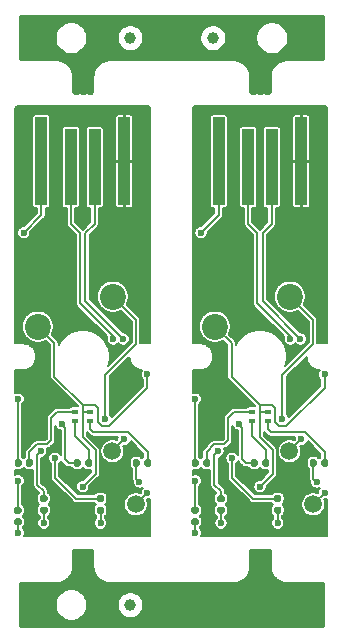
<source format=gtl>
%TF.GenerationSoftware,KiCad,Pcbnew,5.1.6*%
%TF.CreationDate,2020-10-27T03:58:31+01:00*%
%TF.ProjectId,anykey-x2,616e796b-6579-42d7-9832-2e6b69636164,rev?*%
%TF.SameCoordinates,Original*%
%TF.FileFunction,Copper,L1,Top*%
%TF.FilePolarity,Positive*%
%FSLAX46Y46*%
G04 Gerber Fmt 4.6, Leading zero omitted, Abs format (unit mm)*
G04 Created by KiCad (PCBNEW 5.1.6) date 2020-10-27 03:58:31*
%MOMM*%
%LPD*%
G01*
G04 APERTURE LIST*
%TA.AperFunction,SMDPad,CuDef*%
%ADD10C,1.000000*%
%TD*%
%TA.AperFunction,ConnectorPad*%
%ADD11R,1.000000X7.410000*%
%TD*%
%TA.AperFunction,ConnectorPad*%
%ADD12R,1.000000X6.410000*%
%TD*%
%TA.AperFunction,ComponentPad*%
%ADD13C,2.200000*%
%TD*%
%TA.AperFunction,SMDPad,CuDef*%
%ADD14C,1.500000*%
%TD*%
%TA.AperFunction,SMDPad,CuDef*%
%ADD15R,0.600000X0.400000*%
%TD*%
%TA.AperFunction,ViaPad*%
%ADD16C,0.600000*%
%TD*%
%TA.AperFunction,Conductor*%
%ADD17C,0.200000*%
%TD*%
%TA.AperFunction,Conductor*%
%ADD18C,0.127000*%
%TD*%
%TA.AperFunction,NonConductor*%
%ADD19C,0.254000*%
%TD*%
G04 APERTURE END LIST*
D10*
%TO.P,REF\u002A\u002A,*%
%TO.N,*%
X59999000Y-92501017D03*
%TD*%
%TO.P,REF\u002A\u002A,*%
%TO.N,*%
X67001018Y-44499000D03*
%TD*%
%TO.P,REF\u002A\u002A,*%
%TO.N,*%
X59999000Y-44499000D03*
%TD*%
D11*
%TO.P,J1,4*%
%TO.N,Board_2-GND*%
X74500018Y-54945001D03*
D12*
%TO.P,J1,3*%
%TO.N,Board_2-/D+*%
X72000018Y-55445001D03*
%TO.P,J1,2*%
%TO.N,Board_2-/D-*%
X70000018Y-55445001D03*
D11*
%TO.P,J1,1*%
%TO.N,Board_2-VBUS*%
X67500018Y-54945001D03*
%TD*%
%TO.P,R2,1*%
%TO.N,Board_2-/LED1_R*%
%TA.AperFunction,SMDPad,CuDef*%
G36*
G01*
X65327518Y-84220001D02*
X65672518Y-84220001D01*
G75*
G02*
X65820018Y-84367501I0J-147500D01*
G01*
X65820018Y-84662501D01*
G75*
G02*
X65672518Y-84810001I-147500J0D01*
G01*
X65327518Y-84810001D01*
G75*
G02*
X65180018Y-84662501I0J147500D01*
G01*
X65180018Y-84367501D01*
G75*
G02*
X65327518Y-84220001I147500J0D01*
G01*
G37*
%TD.AperFunction*%
%TO.P,R2,2*%
%TO.N,Board_2-Net-(D1-Pad1)*%
%TA.AperFunction,SMDPad,CuDef*%
G36*
G01*
X65327518Y-85190001D02*
X65672518Y-85190001D01*
G75*
G02*
X65820018Y-85337501I0J-147500D01*
G01*
X65820018Y-85632501D01*
G75*
G02*
X65672518Y-85780001I-147500J0D01*
G01*
X65327518Y-85780001D01*
G75*
G02*
X65180018Y-85632501I0J147500D01*
G01*
X65180018Y-85337501D01*
G75*
G02*
X65327518Y-85190001I147500J0D01*
G01*
G37*
%TD.AperFunction*%
%TD*%
%TO.P,R3,1*%
%TO.N,Board_2-/LED1_G*%
%TA.AperFunction,SMDPad,CuDef*%
G36*
G01*
X67527518Y-83220001D02*
X67872518Y-83220001D01*
G75*
G02*
X68020018Y-83367501I0J-147500D01*
G01*
X68020018Y-83662501D01*
G75*
G02*
X67872518Y-83810001I-147500J0D01*
G01*
X67527518Y-83810001D01*
G75*
G02*
X67380018Y-83662501I0J147500D01*
G01*
X67380018Y-83367501D01*
G75*
G02*
X67527518Y-83220001I147500J0D01*
G01*
G37*
%TD.AperFunction*%
%TO.P,R3,2*%
%TO.N,Board_2-Net-(D1-Pad4)*%
%TA.AperFunction,SMDPad,CuDef*%
G36*
G01*
X67527518Y-84190001D02*
X67872518Y-84190001D01*
G75*
G02*
X68020018Y-84337501I0J-147500D01*
G01*
X68020018Y-84632501D01*
G75*
G02*
X67872518Y-84780001I-147500J0D01*
G01*
X67527518Y-84780001D01*
G75*
G02*
X67380018Y-84632501I0J147500D01*
G01*
X67380018Y-84337501D01*
G75*
G02*
X67527518Y-84190001I147500J0D01*
G01*
G37*
%TD.AperFunction*%
%TD*%
%TO.P,R4,1*%
%TO.N,Board_2-/LED1_B*%
%TA.AperFunction,SMDPad,CuDef*%
G36*
G01*
X72327518Y-83220001D02*
X72672518Y-83220001D01*
G75*
G02*
X72820018Y-83367501I0J-147500D01*
G01*
X72820018Y-83662501D01*
G75*
G02*
X72672518Y-83810001I-147500J0D01*
G01*
X72327518Y-83810001D01*
G75*
G02*
X72180018Y-83662501I0J147500D01*
G01*
X72180018Y-83367501D01*
G75*
G02*
X72327518Y-83220001I147500J0D01*
G01*
G37*
%TD.AperFunction*%
%TO.P,R4,2*%
%TO.N,Board_2-Net-(D1-Pad3)*%
%TA.AperFunction,SMDPad,CuDef*%
G36*
G01*
X72327518Y-84190001D02*
X72672518Y-84190001D01*
G75*
G02*
X72820018Y-84337501I0J-147500D01*
G01*
X72820018Y-84632501D01*
G75*
G02*
X72672518Y-84780001I-147500J0D01*
G01*
X72327518Y-84780001D01*
G75*
G02*
X72180018Y-84632501I0J147500D01*
G01*
X72180018Y-84337501D01*
G75*
G02*
X72327518Y-84190001I147500J0D01*
G01*
G37*
%TD.AperFunction*%
%TD*%
%TO.P,R5,2*%
%TO.N,Board_2-Net-(D2-Pad1)*%
%TA.AperFunction,SMDPad,CuDef*%
G36*
G01*
X66190018Y-80672501D02*
X66190018Y-80327501D01*
G75*
G02*
X66337518Y-80180001I147500J0D01*
G01*
X66632518Y-80180001D01*
G75*
G02*
X66780018Y-80327501I0J-147500D01*
G01*
X66780018Y-80672501D01*
G75*
G02*
X66632518Y-80820001I-147500J0D01*
G01*
X66337518Y-80820001D01*
G75*
G02*
X66190018Y-80672501I0J147500D01*
G01*
G37*
%TD.AperFunction*%
%TO.P,R5,1*%
%TO.N,Board_2-/LED2_R*%
%TA.AperFunction,SMDPad,CuDef*%
G36*
G01*
X65220018Y-80672501D02*
X65220018Y-80327501D01*
G75*
G02*
X65367518Y-80180001I147500J0D01*
G01*
X65662518Y-80180001D01*
G75*
G02*
X65810018Y-80327501I0J-147500D01*
G01*
X65810018Y-80672501D01*
G75*
G02*
X65662518Y-80820001I-147500J0D01*
G01*
X65367518Y-80820001D01*
G75*
G02*
X65220018Y-80672501I0J147500D01*
G01*
G37*
%TD.AperFunction*%
%TD*%
%TO.P,R6,1*%
%TO.N,Board_2-/LED2_G*%
%TA.AperFunction,SMDPad,CuDef*%
G36*
G01*
X70220018Y-80672501D02*
X70220018Y-80327501D01*
G75*
G02*
X70367518Y-80180001I147500J0D01*
G01*
X70662518Y-80180001D01*
G75*
G02*
X70810018Y-80327501I0J-147500D01*
G01*
X70810018Y-80672501D01*
G75*
G02*
X70662518Y-80820001I-147500J0D01*
G01*
X70367518Y-80820001D01*
G75*
G02*
X70220018Y-80672501I0J147500D01*
G01*
G37*
%TD.AperFunction*%
%TO.P,R6,2*%
%TO.N,Board_2-Net-(D2-Pad4)*%
%TA.AperFunction,SMDPad,CuDef*%
G36*
G01*
X71190018Y-80672501D02*
X71190018Y-80327501D01*
G75*
G02*
X71337518Y-80180001I147500J0D01*
G01*
X71632518Y-80180001D01*
G75*
G02*
X71780018Y-80327501I0J-147500D01*
G01*
X71780018Y-80672501D01*
G75*
G02*
X71632518Y-80820001I-147500J0D01*
G01*
X71337518Y-80820001D01*
G75*
G02*
X71190018Y-80672501I0J147500D01*
G01*
G37*
%TD.AperFunction*%
%TD*%
%TO.P,R7,1*%
%TO.N,Board_2-/LED2_B*%
%TA.AperFunction,SMDPad,CuDef*%
G36*
G01*
X75220018Y-80672501D02*
X75220018Y-80327501D01*
G75*
G02*
X75367518Y-80180001I147500J0D01*
G01*
X75662518Y-80180001D01*
G75*
G02*
X75810018Y-80327501I0J-147500D01*
G01*
X75810018Y-80672501D01*
G75*
G02*
X75662518Y-80820001I-147500J0D01*
G01*
X75367518Y-80820001D01*
G75*
G02*
X75220018Y-80672501I0J147500D01*
G01*
G37*
%TD.AperFunction*%
%TO.P,R7,2*%
%TO.N,Board_2-Net-(D2-Pad3)*%
%TA.AperFunction,SMDPad,CuDef*%
G36*
G01*
X76190018Y-80672501D02*
X76190018Y-80327501D01*
G75*
G02*
X76337518Y-80180001I147500J0D01*
G01*
X76632518Y-80180001D01*
G75*
G02*
X76780018Y-80327501I0J-147500D01*
G01*
X76780018Y-80672501D01*
G75*
G02*
X76632518Y-80820001I-147500J0D01*
G01*
X76337518Y-80820001D01*
G75*
G02*
X76190018Y-80672501I0J147500D01*
G01*
G37*
%TD.AperFunction*%
%TD*%
D13*
%TO.P,SW1,1*%
%TO.N,Board_2-/BTN1*%
X73540018Y-66420001D03*
%TO.P,SW1,2*%
%TO.N,Board_2-+3V3*%
X67190018Y-68960001D03*
%TD*%
D14*
%TO.P,TP1,1*%
%TO.N,Board_2-/SWDIO*%
X73500018Y-79500001D03*
%TD*%
%TO.P,TP2,1*%
%TO.N,Board_2-/SWCLK*%
X75500018Y-84000001D03*
%TD*%
D15*
%TO.P,D2,1*%
%TO.N,Board_2-Net-(D2-Pad1)*%
X70350018Y-76180001D03*
%TO.P,D2,2*%
%TO.N,Board_2-+3V3*%
X71650018Y-76180001D03*
%TO.P,D2,3*%
%TO.N,Board_2-Net-(D2-Pad3)*%
X71650018Y-76980001D03*
%TO.P,D2,4*%
%TO.N,Board_2-Net-(D2-Pad4)*%
X70350018Y-76980001D03*
%TD*%
D11*
%TO.P,J1,4*%
%TO.N,Board_1-GND*%
X59500001Y-54945001D03*
D12*
%TO.P,J1,3*%
%TO.N,Board_1-/D+*%
X57000001Y-55445001D03*
%TO.P,J1,2*%
%TO.N,Board_1-/D-*%
X55000001Y-55445001D03*
D11*
%TO.P,J1,1*%
%TO.N,Board_1-VBUS*%
X52500001Y-54945001D03*
%TD*%
%TO.P,R2,1*%
%TO.N,Board_1-/LED1_R*%
%TA.AperFunction,SMDPad,CuDef*%
G36*
G01*
X50327501Y-84220001D02*
X50672501Y-84220001D01*
G75*
G02*
X50820001Y-84367501I0J-147500D01*
G01*
X50820001Y-84662501D01*
G75*
G02*
X50672501Y-84810001I-147500J0D01*
G01*
X50327501Y-84810001D01*
G75*
G02*
X50180001Y-84662501I0J147500D01*
G01*
X50180001Y-84367501D01*
G75*
G02*
X50327501Y-84220001I147500J0D01*
G01*
G37*
%TD.AperFunction*%
%TO.P,R2,2*%
%TO.N,Board_1-Net-(D1-Pad1)*%
%TA.AperFunction,SMDPad,CuDef*%
G36*
G01*
X50327501Y-85190001D02*
X50672501Y-85190001D01*
G75*
G02*
X50820001Y-85337501I0J-147500D01*
G01*
X50820001Y-85632501D01*
G75*
G02*
X50672501Y-85780001I-147500J0D01*
G01*
X50327501Y-85780001D01*
G75*
G02*
X50180001Y-85632501I0J147500D01*
G01*
X50180001Y-85337501D01*
G75*
G02*
X50327501Y-85190001I147500J0D01*
G01*
G37*
%TD.AperFunction*%
%TD*%
%TO.P,R3,1*%
%TO.N,Board_1-/LED1_G*%
%TA.AperFunction,SMDPad,CuDef*%
G36*
G01*
X52527501Y-83220001D02*
X52872501Y-83220001D01*
G75*
G02*
X53020001Y-83367501I0J-147500D01*
G01*
X53020001Y-83662501D01*
G75*
G02*
X52872501Y-83810001I-147500J0D01*
G01*
X52527501Y-83810001D01*
G75*
G02*
X52380001Y-83662501I0J147500D01*
G01*
X52380001Y-83367501D01*
G75*
G02*
X52527501Y-83220001I147500J0D01*
G01*
G37*
%TD.AperFunction*%
%TO.P,R3,2*%
%TO.N,Board_1-Net-(D1-Pad4)*%
%TA.AperFunction,SMDPad,CuDef*%
G36*
G01*
X52527501Y-84190001D02*
X52872501Y-84190001D01*
G75*
G02*
X53020001Y-84337501I0J-147500D01*
G01*
X53020001Y-84632501D01*
G75*
G02*
X52872501Y-84780001I-147500J0D01*
G01*
X52527501Y-84780001D01*
G75*
G02*
X52380001Y-84632501I0J147500D01*
G01*
X52380001Y-84337501D01*
G75*
G02*
X52527501Y-84190001I147500J0D01*
G01*
G37*
%TD.AperFunction*%
%TD*%
%TO.P,R4,1*%
%TO.N,Board_1-/LED1_B*%
%TA.AperFunction,SMDPad,CuDef*%
G36*
G01*
X57327501Y-83220001D02*
X57672501Y-83220001D01*
G75*
G02*
X57820001Y-83367501I0J-147500D01*
G01*
X57820001Y-83662501D01*
G75*
G02*
X57672501Y-83810001I-147500J0D01*
G01*
X57327501Y-83810001D01*
G75*
G02*
X57180001Y-83662501I0J147500D01*
G01*
X57180001Y-83367501D01*
G75*
G02*
X57327501Y-83220001I147500J0D01*
G01*
G37*
%TD.AperFunction*%
%TO.P,R4,2*%
%TO.N,Board_1-Net-(D1-Pad3)*%
%TA.AperFunction,SMDPad,CuDef*%
G36*
G01*
X57327501Y-84190001D02*
X57672501Y-84190001D01*
G75*
G02*
X57820001Y-84337501I0J-147500D01*
G01*
X57820001Y-84632501D01*
G75*
G02*
X57672501Y-84780001I-147500J0D01*
G01*
X57327501Y-84780001D01*
G75*
G02*
X57180001Y-84632501I0J147500D01*
G01*
X57180001Y-84337501D01*
G75*
G02*
X57327501Y-84190001I147500J0D01*
G01*
G37*
%TD.AperFunction*%
%TD*%
%TO.P,R5,2*%
%TO.N,Board_1-Net-(D2-Pad1)*%
%TA.AperFunction,SMDPad,CuDef*%
G36*
G01*
X51190001Y-80672501D02*
X51190001Y-80327501D01*
G75*
G02*
X51337501Y-80180001I147500J0D01*
G01*
X51632501Y-80180001D01*
G75*
G02*
X51780001Y-80327501I0J-147500D01*
G01*
X51780001Y-80672501D01*
G75*
G02*
X51632501Y-80820001I-147500J0D01*
G01*
X51337501Y-80820001D01*
G75*
G02*
X51190001Y-80672501I0J147500D01*
G01*
G37*
%TD.AperFunction*%
%TO.P,R5,1*%
%TO.N,Board_1-/LED2_R*%
%TA.AperFunction,SMDPad,CuDef*%
G36*
G01*
X50220001Y-80672501D02*
X50220001Y-80327501D01*
G75*
G02*
X50367501Y-80180001I147500J0D01*
G01*
X50662501Y-80180001D01*
G75*
G02*
X50810001Y-80327501I0J-147500D01*
G01*
X50810001Y-80672501D01*
G75*
G02*
X50662501Y-80820001I-147500J0D01*
G01*
X50367501Y-80820001D01*
G75*
G02*
X50220001Y-80672501I0J147500D01*
G01*
G37*
%TD.AperFunction*%
%TD*%
%TO.P,R6,1*%
%TO.N,Board_1-/LED2_G*%
%TA.AperFunction,SMDPad,CuDef*%
G36*
G01*
X55220001Y-80672501D02*
X55220001Y-80327501D01*
G75*
G02*
X55367501Y-80180001I147500J0D01*
G01*
X55662501Y-80180001D01*
G75*
G02*
X55810001Y-80327501I0J-147500D01*
G01*
X55810001Y-80672501D01*
G75*
G02*
X55662501Y-80820001I-147500J0D01*
G01*
X55367501Y-80820001D01*
G75*
G02*
X55220001Y-80672501I0J147500D01*
G01*
G37*
%TD.AperFunction*%
%TO.P,R6,2*%
%TO.N,Board_1-Net-(D2-Pad4)*%
%TA.AperFunction,SMDPad,CuDef*%
G36*
G01*
X56190001Y-80672501D02*
X56190001Y-80327501D01*
G75*
G02*
X56337501Y-80180001I147500J0D01*
G01*
X56632501Y-80180001D01*
G75*
G02*
X56780001Y-80327501I0J-147500D01*
G01*
X56780001Y-80672501D01*
G75*
G02*
X56632501Y-80820001I-147500J0D01*
G01*
X56337501Y-80820001D01*
G75*
G02*
X56190001Y-80672501I0J147500D01*
G01*
G37*
%TD.AperFunction*%
%TD*%
%TO.P,R7,1*%
%TO.N,Board_1-/LED2_B*%
%TA.AperFunction,SMDPad,CuDef*%
G36*
G01*
X60220001Y-80672501D02*
X60220001Y-80327501D01*
G75*
G02*
X60367501Y-80180001I147500J0D01*
G01*
X60662501Y-80180001D01*
G75*
G02*
X60810001Y-80327501I0J-147500D01*
G01*
X60810001Y-80672501D01*
G75*
G02*
X60662501Y-80820001I-147500J0D01*
G01*
X60367501Y-80820001D01*
G75*
G02*
X60220001Y-80672501I0J147500D01*
G01*
G37*
%TD.AperFunction*%
%TO.P,R7,2*%
%TO.N,Board_1-Net-(D2-Pad3)*%
%TA.AperFunction,SMDPad,CuDef*%
G36*
G01*
X61190001Y-80672501D02*
X61190001Y-80327501D01*
G75*
G02*
X61337501Y-80180001I147500J0D01*
G01*
X61632501Y-80180001D01*
G75*
G02*
X61780001Y-80327501I0J-147500D01*
G01*
X61780001Y-80672501D01*
G75*
G02*
X61632501Y-80820001I-147500J0D01*
G01*
X61337501Y-80820001D01*
G75*
G02*
X61190001Y-80672501I0J147500D01*
G01*
G37*
%TD.AperFunction*%
%TD*%
D13*
%TO.P,SW1,1*%
%TO.N,Board_1-/BTN1*%
X58540001Y-66420001D03*
%TO.P,SW1,2*%
%TO.N,Board_1-+3V3*%
X52190001Y-68960001D03*
%TD*%
D14*
%TO.P,TP1,1*%
%TO.N,Board_1-/SWDIO*%
X58500001Y-79500001D03*
%TD*%
%TO.P,TP2,1*%
%TO.N,Board_1-/SWCLK*%
X60500001Y-84000001D03*
%TD*%
D15*
%TO.P,D2,1*%
%TO.N,Board_1-Net-(D2-Pad1)*%
X55350001Y-76180001D03*
%TO.P,D2,2*%
%TO.N,Board_1-+3V3*%
X56650001Y-76180001D03*
%TO.P,D2,3*%
%TO.N,Board_1-Net-(D2-Pad3)*%
X56650001Y-76980001D03*
%TO.P,D2,4*%
%TO.N,Board_1-Net-(D2-Pad4)*%
X55350001Y-76980001D03*
%TD*%
D16*
%TO.N,Board_1-+3V3*%
X56000001Y-82500001D03*
X61475001Y-73000001D03*
%TO.N,Board_1-/BTN1*%
X57900001Y-76800001D03*
%TO.N,Board_1-/D+*%
X59425001Y-70000001D03*
%TO.N,Board_1-/D-*%
X58575001Y-70000001D03*
%TO.N,Board_1-/LED1_B*%
X53634315Y-80100001D03*
%TO.N,Board_1-/LED1_G*%
X52434314Y-79500001D03*
%TO.N,Board_1-/LED1_R*%
X50525001Y-82000001D03*
%TO.N,Board_1-/LED2_B*%
X60800001Y-82100001D03*
%TO.N,Board_1-/LED2_G*%
X54200001Y-77200001D03*
%TO.N,Board_1-/LED2_R*%
X50525001Y-75100001D03*
%TO.N,Board_1-/SWCLK*%
X61475001Y-83000001D03*
%TO.N,Board_1-/SWDIO*%
X59500001Y-78500001D03*
%TO.N,Board_1-GND*%
X59500001Y-58300001D03*
X53600001Y-84500001D03*
X58500001Y-86475001D03*
X53000001Y-71000001D03*
X52500001Y-74500001D03*
X52700001Y-78300000D03*
X53900002Y-78300000D03*
X59900001Y-72600001D03*
X51500001Y-85500001D03*
X57300001Y-78600001D03*
%TO.N,Board_1-Net-(D1-Pad1)*%
X50525001Y-86400001D03*
%TO.N,Board_1-Net-(D1-Pad3)*%
X57500001Y-85600001D03*
%TO.N,Board_1-Net-(D1-Pad4)*%
X52700001Y-85600001D03*
%TO.N,Board_1-VBUS*%
X51000001Y-61000001D03*
%TO.N,Board_2-+3V3*%
X71000018Y-82500001D03*
X76475018Y-73000001D03*
%TO.N,Board_2-/BTN1*%
X72900018Y-76800001D03*
%TO.N,Board_2-/D+*%
X74425018Y-70000001D03*
%TO.N,Board_2-/D-*%
X73575018Y-70000001D03*
%TO.N,Board_2-/LED1_B*%
X68634332Y-80100001D03*
%TO.N,Board_2-/LED1_G*%
X67434331Y-79500001D03*
%TO.N,Board_2-/LED1_R*%
X65525018Y-82000001D03*
%TO.N,Board_2-/LED2_B*%
X75800018Y-82100001D03*
%TO.N,Board_2-/LED2_G*%
X69200018Y-77200001D03*
%TO.N,Board_2-/LED2_R*%
X65525018Y-75100001D03*
%TO.N,Board_2-/SWCLK*%
X76475018Y-83000001D03*
%TO.N,Board_2-/SWDIO*%
X74500018Y-78500001D03*
%TO.N,Board_2-GND*%
X74500018Y-58300001D03*
X68600018Y-84500001D03*
X73500018Y-86475001D03*
X68000018Y-71000001D03*
X67500018Y-74500001D03*
X67700018Y-78300000D03*
X68900019Y-78300000D03*
X74900018Y-72600001D03*
X66500018Y-85500001D03*
X72300018Y-78600001D03*
%TO.N,Board_2-Net-(D1-Pad1)*%
X65525018Y-86400001D03*
%TO.N,Board_2-Net-(D1-Pad3)*%
X72500018Y-85600001D03*
%TO.N,Board_2-Net-(D1-Pad4)*%
X67700018Y-85600001D03*
%TO.N,Board_2-VBUS*%
X66000018Y-61000001D03*
%TD*%
D17*
%TO.N,Board_1-+3V3*%
X57080011Y-81419991D02*
X56000001Y-82500001D01*
X57080011Y-79414313D02*
X57080011Y-81419991D01*
X55998000Y-78332302D02*
X57080011Y-79414313D01*
X56015999Y-76180001D02*
X55998000Y-76198000D01*
X55998000Y-76198000D02*
X55998000Y-78332302D01*
X56650001Y-76180001D02*
X56015999Y-76180001D01*
X57250002Y-77038004D02*
X57250002Y-75850002D01*
X57612000Y-77400002D02*
X57250002Y-77038004D01*
X58188002Y-77400002D02*
X57612000Y-77400002D01*
X61475001Y-74113003D02*
X58188002Y-77400002D01*
X61475001Y-73000001D02*
X61475001Y-74113003D01*
X57002002Y-75602002D02*
X55998000Y-75602002D01*
X57250002Y-75850002D02*
X57002002Y-75602002D01*
X55998000Y-75602002D02*
X55998000Y-76198000D01*
X53600002Y-73204004D02*
X55998000Y-75602002D01*
X53600002Y-70370002D02*
X53600002Y-73204004D01*
X52190001Y-68960001D02*
X53600002Y-70370002D01*
%TO.N,Board_1-/BTN1*%
X58540001Y-66420001D02*
X60500001Y-68380001D01*
X57900001Y-73017715D02*
X57900001Y-76800001D01*
X60500001Y-70417715D02*
X57900001Y-73017715D01*
X60500001Y-68380001D02*
X60500001Y-70417715D01*
%TO.N,Board_1-/D+*%
X56225001Y-61027502D02*
X57000001Y-60252502D01*
X56225001Y-66800001D02*
X56225001Y-61027502D01*
X57000001Y-60252502D02*
X57000001Y-55445001D01*
X59425001Y-70000001D02*
X56225001Y-66800001D01*
%TO.N,Board_1-/D-*%
X55000001Y-60252502D02*
X55000001Y-55445001D01*
X55775001Y-66986398D02*
X55775001Y-61027502D01*
X58575001Y-69786398D02*
X55775001Y-66986398D01*
X55775001Y-61027502D02*
X55000001Y-60252502D01*
X58575001Y-70000001D02*
X58575001Y-69786398D01*
%TO.N,Board_1-/LED1_B*%
X53634315Y-80100001D02*
X53634315Y-81734315D01*
X55415001Y-83515001D02*
X57500001Y-83515001D01*
X53634315Y-81734315D02*
X55415001Y-83515001D01*
%TO.N,Board_1-/LED1_G*%
X52700001Y-83515001D02*
X52700001Y-82900001D01*
X52134315Y-79800000D02*
X52434314Y-79500001D01*
X52134315Y-82334315D02*
X52134315Y-79800000D01*
X52700001Y-82900001D02*
X52134315Y-82334315D01*
%TO.N,Board_1-/LED1_R*%
X50500001Y-82025001D02*
X50525001Y-82000001D01*
X50500001Y-84515001D02*
X50500001Y-82025001D01*
%TO.N,Board_1-/LED2_B*%
X60515001Y-81815001D02*
X60800001Y-82100001D01*
X60515001Y-80500001D02*
X60515001Y-81815001D01*
%TO.N,Board_1-/LED2_G*%
X54500003Y-77500003D02*
X54500003Y-80200003D01*
X54200001Y-77200001D02*
X54500003Y-77500003D01*
X54800001Y-80500001D02*
X55515001Y-80500001D01*
X54500003Y-80200003D02*
X54800001Y-80500001D01*
%TO.N,Board_1-/LED2_R*%
X50515001Y-75110001D02*
X50525001Y-75100001D01*
X50515001Y-80500001D02*
X50515001Y-75110001D01*
%TO.N,Board_1-/SWCLK*%
X61475001Y-83025001D02*
X60500001Y-84000001D01*
X61475001Y-83000001D02*
X61475001Y-83025001D01*
%TO.N,Board_1-/SWDIO*%
X59500001Y-78500001D02*
X58500001Y-79500001D01*
%TO.N,Board_1-GND*%
X55575001Y-86475001D02*
X58500001Y-86475001D01*
X53600001Y-84500001D02*
X55575001Y-86475001D01*
X52500001Y-71500001D02*
X52500001Y-74500001D01*
X53000001Y-71000001D02*
X52500001Y-71500001D01*
X52500001Y-78100000D02*
X52700001Y-78300000D01*
X52500001Y-74500001D02*
X52500001Y-78100000D01*
X53600001Y-84500001D02*
X53600001Y-82600001D01*
X53600001Y-82600001D02*
X53034315Y-82034315D01*
X53034315Y-82034315D02*
X53034315Y-79419386D01*
X53900002Y-78553699D02*
X53900002Y-78300000D01*
X53034315Y-79419386D02*
X53900002Y-78553699D01*
%TO.N,Board_1-Net-(D1-Pad1)*%
X50500001Y-86375001D02*
X50525001Y-86400001D01*
X50500001Y-85485001D02*
X50500001Y-86375001D01*
%TO.N,Board_1-Net-(D1-Pad3)*%
X57500001Y-84485001D02*
X57500001Y-85600001D01*
%TO.N,Board_1-Net-(D1-Pad4)*%
X52700001Y-84485001D02*
X52700001Y-85600001D01*
%TO.N,Board_1-Net-(D2-Pad1)*%
X53820001Y-76180001D02*
X55350001Y-76180001D01*
X53300002Y-78588001D02*
X53300002Y-76700000D01*
X52988002Y-78900001D02*
X53300002Y-78588001D01*
X52146312Y-78900001D02*
X52988002Y-78900001D01*
X51485001Y-79561312D02*
X52146312Y-78900001D01*
X53300002Y-76700000D02*
X53820001Y-76180001D01*
X51485001Y-80500001D02*
X51485001Y-79561312D01*
%TO.N,Board_1-Net-(D2-Pad3)*%
X61485001Y-79596999D02*
X59788003Y-77900001D01*
X61485001Y-80500001D02*
X61485001Y-79596999D01*
X59788003Y-77900001D02*
X56900001Y-77900001D01*
X56650001Y-77650001D02*
X56650001Y-76980001D01*
X56900001Y-77900001D02*
X56650001Y-77650001D01*
%TO.N,Board_1-Net-(D2-Pad4)*%
X56485001Y-80500001D02*
X56485001Y-79385001D01*
X55350001Y-78250001D02*
X55350001Y-76980001D01*
X56485001Y-79385001D02*
X55350001Y-78250001D01*
%TO.N,Board_1-VBUS*%
X52500001Y-59500001D02*
X51000001Y-61000001D01*
X52500001Y-54945001D02*
X52500001Y-59500001D01*
%TO.N,Board_2-+3V3*%
X72080028Y-81419991D02*
X71000018Y-82500001D01*
X72080028Y-79414313D02*
X72080028Y-81419991D01*
X70998017Y-78332302D02*
X72080028Y-79414313D01*
X71016016Y-76180001D02*
X70998017Y-76198000D01*
X70998017Y-76198000D02*
X70998017Y-78332302D01*
X71650018Y-76180001D02*
X71016016Y-76180001D01*
X72250019Y-77038004D02*
X72250019Y-75850002D01*
X72612017Y-77400002D02*
X72250019Y-77038004D01*
X73188019Y-77400002D02*
X72612017Y-77400002D01*
X76475018Y-74113003D02*
X73188019Y-77400002D01*
X76475018Y-73000001D02*
X76475018Y-74113003D01*
X72002019Y-75602002D02*
X70998017Y-75602002D01*
X72250019Y-75850002D02*
X72002019Y-75602002D01*
X70998017Y-75602002D02*
X70998017Y-76198000D01*
X68600019Y-73204004D02*
X70998017Y-75602002D01*
X68600019Y-70370002D02*
X68600019Y-73204004D01*
X67190018Y-68960001D02*
X68600019Y-70370002D01*
%TO.N,Board_2-/BTN1*%
X73540018Y-66420001D02*
X75500018Y-68380001D01*
X72900018Y-73017715D02*
X72900018Y-76800001D01*
X75500018Y-70417715D02*
X72900018Y-73017715D01*
X75500018Y-68380001D02*
X75500018Y-70417715D01*
%TO.N,Board_2-/D+*%
X71225018Y-61027502D02*
X72000018Y-60252502D01*
X71225018Y-66800001D02*
X71225018Y-61027502D01*
X72000018Y-60252502D02*
X72000018Y-55445001D01*
X74425018Y-70000001D02*
X71225018Y-66800001D01*
%TO.N,Board_2-/D-*%
X70000018Y-60252502D02*
X70000018Y-55445001D01*
X70775018Y-66986398D02*
X70775018Y-61027502D01*
X73575018Y-69786398D02*
X70775018Y-66986398D01*
X70775018Y-61027502D02*
X70000018Y-60252502D01*
X73575018Y-70000001D02*
X73575018Y-69786398D01*
%TO.N,Board_2-/LED1_B*%
X68634332Y-80100001D02*
X68634332Y-81734315D01*
X70415018Y-83515001D02*
X72500018Y-83515001D01*
X68634332Y-81734315D02*
X70415018Y-83515001D01*
%TO.N,Board_2-/LED1_G*%
X67700018Y-83515001D02*
X67700018Y-82900001D01*
X67134332Y-79800000D02*
X67434331Y-79500001D01*
X67134332Y-82334315D02*
X67134332Y-79800000D01*
X67700018Y-82900001D02*
X67134332Y-82334315D01*
%TO.N,Board_2-/LED1_R*%
X65500018Y-82025001D02*
X65525018Y-82000001D01*
X65500018Y-84515001D02*
X65500018Y-82025001D01*
%TO.N,Board_2-/LED2_B*%
X75515018Y-81815001D02*
X75800018Y-82100001D01*
X75515018Y-80500001D02*
X75515018Y-81815001D01*
%TO.N,Board_2-/LED2_G*%
X69500020Y-77500003D02*
X69500020Y-80200003D01*
X69200018Y-77200001D02*
X69500020Y-77500003D01*
X69800018Y-80500001D02*
X70515018Y-80500001D01*
X69500020Y-80200003D02*
X69800018Y-80500001D01*
%TO.N,Board_2-/LED2_R*%
X65515018Y-75110001D02*
X65525018Y-75100001D01*
X65515018Y-80500001D02*
X65515018Y-75110001D01*
%TO.N,Board_2-/SWCLK*%
X76475018Y-83025001D02*
X75500018Y-84000001D01*
X76475018Y-83000001D02*
X76475018Y-83025001D01*
%TO.N,Board_2-/SWDIO*%
X74500018Y-78500001D02*
X73500018Y-79500001D01*
%TO.N,Board_2-GND*%
X70575018Y-86475001D02*
X73500018Y-86475001D01*
X68600018Y-84500001D02*
X70575018Y-86475001D01*
X67500018Y-71500001D02*
X67500018Y-74500001D01*
X68000018Y-71000001D02*
X67500018Y-71500001D01*
X67500018Y-78100000D02*
X67700018Y-78300000D01*
X67500018Y-74500001D02*
X67500018Y-78100000D01*
X68600018Y-84500001D02*
X68600018Y-82600001D01*
X68600018Y-82600001D02*
X68034332Y-82034315D01*
X68034332Y-82034315D02*
X68034332Y-79419386D01*
X68900019Y-78553699D02*
X68900019Y-78300000D01*
X68034332Y-79419386D02*
X68900019Y-78553699D01*
%TO.N,Board_2-Net-(D1-Pad1)*%
X65500018Y-86375001D02*
X65525018Y-86400001D01*
X65500018Y-85485001D02*
X65500018Y-86375001D01*
%TO.N,Board_2-Net-(D1-Pad3)*%
X72500018Y-84485001D02*
X72500018Y-85600001D01*
%TO.N,Board_2-Net-(D1-Pad4)*%
X67700018Y-84485001D02*
X67700018Y-85600001D01*
%TO.N,Board_2-Net-(D2-Pad1)*%
X68820018Y-76180001D02*
X70350018Y-76180001D01*
X68300019Y-78588001D02*
X68300019Y-76700000D01*
X67988019Y-78900001D02*
X68300019Y-78588001D01*
X67146329Y-78900001D02*
X67988019Y-78900001D01*
X66485018Y-79561312D02*
X67146329Y-78900001D01*
X68300019Y-76700000D02*
X68820018Y-76180001D01*
X66485018Y-80500001D02*
X66485018Y-79561312D01*
%TO.N,Board_2-Net-(D2-Pad3)*%
X76485018Y-79596999D02*
X74788020Y-77900001D01*
X76485018Y-80500001D02*
X76485018Y-79596999D01*
X74788020Y-77900001D02*
X71900018Y-77900001D01*
X71650018Y-77650001D02*
X71650018Y-76980001D01*
X71900018Y-77900001D02*
X71650018Y-77650001D01*
%TO.N,Board_2-Net-(D2-Pad4)*%
X71485018Y-80500001D02*
X71485018Y-79385001D01*
X70350018Y-78250001D02*
X70350018Y-76980001D01*
X71485018Y-79385001D02*
X70350018Y-78250001D01*
%TO.N,Board_2-VBUS*%
X67500018Y-59500001D02*
X66000018Y-61000001D01*
X67500018Y-54945001D02*
X67500018Y-59500001D01*
%TD*%
D18*
%TO.N,Board_1-GND*%
G36*
X53700633Y-77466919D02*
G01*
X53762302Y-77559212D01*
X53840790Y-77637700D01*
X53933083Y-77699369D01*
X54035634Y-77741846D01*
X54136503Y-77761910D01*
X54136504Y-79839893D01*
X54133683Y-79833083D01*
X54072014Y-79740790D01*
X53993526Y-79662302D01*
X53901233Y-79600633D01*
X53798682Y-79558156D01*
X53689815Y-79536501D01*
X53578815Y-79536501D01*
X53469948Y-79558156D01*
X53367397Y-79600633D01*
X53275104Y-79662302D01*
X53196616Y-79740790D01*
X53134947Y-79833083D01*
X53092470Y-79935634D01*
X53070815Y-80044501D01*
X53070815Y-80155501D01*
X53092470Y-80264368D01*
X53134947Y-80366919D01*
X53196616Y-80459212D01*
X53270815Y-80533411D01*
X53270816Y-81716465D01*
X53269058Y-81734315D01*
X53276076Y-81805573D01*
X53296862Y-81874093D01*
X53330615Y-81937241D01*
X53364660Y-81978726D01*
X53364667Y-81978733D01*
X53376040Y-81992591D01*
X53389898Y-82003964D01*
X55145347Y-83759413D01*
X55156725Y-83773277D01*
X55170589Y-83784655D01*
X55212073Y-83818701D01*
X55212075Y-83818702D01*
X55275223Y-83852455D01*
X55343743Y-83873241D01*
X55397151Y-83878501D01*
X55397160Y-83878501D01*
X55415000Y-83880258D01*
X55432840Y-83878501D01*
X56977734Y-83878501D01*
X56984708Y-83891548D01*
X57035979Y-83954023D01*
X57092004Y-84000001D01*
X57035979Y-84045979D01*
X56984708Y-84108454D01*
X56946609Y-84179731D01*
X56923149Y-84257070D01*
X56915227Y-84337501D01*
X56915227Y-84632501D01*
X56923149Y-84712932D01*
X56946609Y-84790271D01*
X56984708Y-84861548D01*
X57035979Y-84924023D01*
X57098454Y-84975294D01*
X57136501Y-84995631D01*
X57136502Y-85166590D01*
X57062302Y-85240790D01*
X57000633Y-85333083D01*
X56958156Y-85435634D01*
X56936501Y-85544501D01*
X56936501Y-85655501D01*
X56958156Y-85764368D01*
X57000633Y-85866919D01*
X57062302Y-85959212D01*
X57140790Y-86037700D01*
X57233083Y-86099369D01*
X57335634Y-86141846D01*
X57444501Y-86163501D01*
X57555501Y-86163501D01*
X57664368Y-86141846D01*
X57766919Y-86099369D01*
X57859212Y-86037700D01*
X57937700Y-85959212D01*
X57999369Y-85866919D01*
X58041846Y-85764368D01*
X58063501Y-85655501D01*
X58063501Y-85544501D01*
X58041846Y-85435634D01*
X57999369Y-85333083D01*
X57937700Y-85240790D01*
X57863501Y-85166591D01*
X57863501Y-84995631D01*
X57901548Y-84975294D01*
X57964023Y-84924023D01*
X58015294Y-84861548D01*
X58053393Y-84790271D01*
X58076853Y-84712932D01*
X58084775Y-84632501D01*
X58084775Y-84337501D01*
X58076853Y-84257070D01*
X58053393Y-84179731D01*
X58015294Y-84108454D01*
X57964023Y-84045979D01*
X57907998Y-84000001D01*
X57964023Y-83954023D01*
X58015294Y-83891548D01*
X58053393Y-83820271D01*
X58076853Y-83742932D01*
X58084775Y-83662501D01*
X58084775Y-83367501D01*
X58076853Y-83287070D01*
X58053393Y-83209731D01*
X58015294Y-83138454D01*
X57964023Y-83075979D01*
X57901548Y-83024708D01*
X57830271Y-82986609D01*
X57752932Y-82963149D01*
X57672501Y-82955227D01*
X57327501Y-82955227D01*
X57247070Y-82963149D01*
X57169731Y-82986609D01*
X57098454Y-83024708D01*
X57035979Y-83075979D01*
X56984708Y-83138454D01*
X56977734Y-83151501D01*
X55565567Y-83151501D01*
X53997815Y-81583749D01*
X53997815Y-80533411D01*
X54072014Y-80459212D01*
X54133683Y-80366919D01*
X54155098Y-80315217D01*
X54162550Y-80339781D01*
X54196303Y-80402929D01*
X54230348Y-80444414D01*
X54230355Y-80444421D01*
X54241728Y-80458279D01*
X54255586Y-80469652D01*
X54530351Y-80744418D01*
X54541725Y-80758277D01*
X54555583Y-80769650D01*
X54555589Y-80769656D01*
X54597073Y-80803701D01*
X54597075Y-80803702D01*
X54660223Y-80837455D01*
X54728743Y-80858241D01*
X54782151Y-80863501D01*
X54782160Y-80863501D01*
X54800000Y-80865258D01*
X54817840Y-80863501D01*
X55004371Y-80863501D01*
X55024708Y-80901548D01*
X55075979Y-80964023D01*
X55138454Y-81015294D01*
X55209731Y-81053393D01*
X55287070Y-81076853D01*
X55367501Y-81084775D01*
X55662501Y-81084775D01*
X55742932Y-81076853D01*
X55820271Y-81053393D01*
X55891548Y-81015294D01*
X55954023Y-80964023D01*
X56000001Y-80907998D01*
X56045979Y-80964023D01*
X56108454Y-81015294D01*
X56179731Y-81053393D01*
X56257070Y-81076853D01*
X56337501Y-81084775D01*
X56632501Y-81084775D01*
X56712932Y-81076853D01*
X56716512Y-81075767D01*
X56716512Y-81269423D01*
X56049435Y-81936501D01*
X55944501Y-81936501D01*
X55835634Y-81958156D01*
X55733083Y-82000633D01*
X55640790Y-82062302D01*
X55562302Y-82140790D01*
X55500633Y-82233083D01*
X55458156Y-82335634D01*
X55436501Y-82444501D01*
X55436501Y-82555501D01*
X55458156Y-82664368D01*
X55500633Y-82766919D01*
X55562302Y-82859212D01*
X55640790Y-82937700D01*
X55733083Y-82999369D01*
X55835634Y-83041846D01*
X55944501Y-83063501D01*
X56055501Y-83063501D01*
X56164368Y-83041846D01*
X56266919Y-82999369D01*
X56359212Y-82937700D01*
X56437700Y-82859212D01*
X56499369Y-82766919D01*
X56541846Y-82664368D01*
X56563501Y-82555501D01*
X56563501Y-82450567D01*
X57324428Y-81689641D01*
X57338287Y-81678267D01*
X57349660Y-81664409D01*
X57349666Y-81664403D01*
X57383712Y-81622918D01*
X57417465Y-81559769D01*
X57421840Y-81545346D01*
X57438251Y-81491249D01*
X57443511Y-81437841D01*
X57443511Y-81437831D01*
X57445268Y-81419991D01*
X57443511Y-81402151D01*
X57443511Y-79432153D01*
X57445268Y-79414313D01*
X57443511Y-79396473D01*
X57443511Y-79396463D01*
X57438251Y-79343055D01*
X57417465Y-79274535D01*
X57395309Y-79233083D01*
X57383712Y-79211386D01*
X57349666Y-79169901D01*
X57349656Y-79169891D01*
X57338286Y-79156037D01*
X57324433Y-79144668D01*
X56361500Y-78181736D01*
X56361500Y-77871448D01*
X56380346Y-77894412D01*
X56380352Y-77894418D01*
X56391725Y-77908276D01*
X56405585Y-77919651D01*
X56630346Y-78144412D01*
X56641725Y-78158277D01*
X56655589Y-78169655D01*
X56697073Y-78203701D01*
X56697075Y-78203702D01*
X56760223Y-78237455D01*
X56828743Y-78258241D01*
X56882151Y-78263501D01*
X56882160Y-78263501D01*
X56900000Y-78265258D01*
X56917840Y-78263501D01*
X58988034Y-78263501D01*
X58958156Y-78335634D01*
X58936501Y-78444501D01*
X58936501Y-78549434D01*
X58912200Y-78573735D01*
X58795628Y-78525449D01*
X58599822Y-78486501D01*
X58400180Y-78486501D01*
X58204374Y-78525449D01*
X58019929Y-78601849D01*
X57853932Y-78712764D01*
X57712764Y-78853932D01*
X57601849Y-79019929D01*
X57525449Y-79204374D01*
X57486501Y-79400180D01*
X57486501Y-79599822D01*
X57525449Y-79795628D01*
X57601849Y-79980073D01*
X57712764Y-80146070D01*
X57853932Y-80287238D01*
X58019929Y-80398153D01*
X58204374Y-80474553D01*
X58400180Y-80513501D01*
X58599822Y-80513501D01*
X58795628Y-80474553D01*
X58980073Y-80398153D01*
X59146070Y-80287238D01*
X59287238Y-80146070D01*
X59398153Y-79980073D01*
X59474553Y-79795628D01*
X59513501Y-79599822D01*
X59513501Y-79400180D01*
X59474553Y-79204374D01*
X59426267Y-79087802D01*
X59450568Y-79063501D01*
X59555501Y-79063501D01*
X59664368Y-79041846D01*
X59766919Y-78999369D01*
X59859212Y-78937700D01*
X59937700Y-78859212D01*
X59999369Y-78766919D01*
X60040809Y-78666873D01*
X61121502Y-79747567D01*
X61121502Y-79977734D01*
X61108454Y-79984708D01*
X61045979Y-80035979D01*
X61000001Y-80092004D01*
X60954023Y-80035979D01*
X60891548Y-79984708D01*
X60820271Y-79946609D01*
X60742932Y-79923149D01*
X60662501Y-79915227D01*
X60367501Y-79915227D01*
X60287070Y-79923149D01*
X60209731Y-79946609D01*
X60138454Y-79984708D01*
X60075979Y-80035979D01*
X60024708Y-80098454D01*
X59986609Y-80169731D01*
X59963149Y-80247070D01*
X59955227Y-80327501D01*
X59955227Y-80672501D01*
X59963149Y-80752932D01*
X59986609Y-80830271D01*
X60024708Y-80901548D01*
X60075979Y-80964023D01*
X60138454Y-81015294D01*
X60151501Y-81022268D01*
X60151502Y-81797151D01*
X60149744Y-81815001D01*
X60156762Y-81886259D01*
X60177548Y-81954779D01*
X60211301Y-82017927D01*
X60236501Y-82048634D01*
X60236501Y-82155501D01*
X60258156Y-82264368D01*
X60300633Y-82366919D01*
X60362302Y-82459212D01*
X60440790Y-82537700D01*
X60533083Y-82599369D01*
X60635634Y-82641846D01*
X60744501Y-82663501D01*
X60855501Y-82663501D01*
X60964368Y-82641846D01*
X61066919Y-82599369D01*
X61102493Y-82575599D01*
X61037302Y-82640790D01*
X60975633Y-82733083D01*
X60933156Y-82835634D01*
X60911501Y-82944501D01*
X60911501Y-83055501D01*
X60914642Y-83071293D01*
X60912200Y-83073735D01*
X60795628Y-83025449D01*
X60599822Y-82986501D01*
X60400180Y-82986501D01*
X60204374Y-83025449D01*
X60019929Y-83101849D01*
X59853932Y-83212764D01*
X59712764Y-83353932D01*
X59601849Y-83519929D01*
X59525449Y-83704374D01*
X59486501Y-83900180D01*
X59486501Y-84099822D01*
X59525449Y-84295628D01*
X59601849Y-84480073D01*
X59712764Y-84646070D01*
X59853932Y-84787238D01*
X60019929Y-84898153D01*
X60204374Y-84974553D01*
X60400180Y-85013501D01*
X60599822Y-85013501D01*
X60795628Y-84974553D01*
X60980073Y-84898153D01*
X61146070Y-84787238D01*
X61287238Y-84646070D01*
X61398153Y-84480073D01*
X61474553Y-84295628D01*
X61513501Y-84099822D01*
X61513501Y-83900180D01*
X61474553Y-83704374D01*
X61426267Y-83587802D01*
X61450568Y-83563501D01*
X61530501Y-83563501D01*
X61639368Y-83541846D01*
X61711501Y-83511968D01*
X61711501Y-86485893D01*
X61706116Y-86540813D01*
X61694264Y-86580070D01*
X61675012Y-86616278D01*
X61649095Y-86648055D01*
X61617496Y-86674196D01*
X61581425Y-86693700D01*
X61542252Y-86705826D01*
X61488255Y-86711501D01*
X50994580Y-86711501D01*
X51024369Y-86666919D01*
X51066846Y-86564368D01*
X51088501Y-86455501D01*
X51088501Y-86344501D01*
X51066846Y-86235634D01*
X51024369Y-86133083D01*
X50962700Y-86040790D01*
X50898717Y-85976807D01*
X50901548Y-85975294D01*
X50964023Y-85924023D01*
X51015294Y-85861548D01*
X51053393Y-85790271D01*
X51076853Y-85712932D01*
X51084775Y-85632501D01*
X51084775Y-85337501D01*
X51076853Y-85257070D01*
X51053393Y-85179731D01*
X51015294Y-85108454D01*
X50964023Y-85045979D01*
X50907998Y-85000001D01*
X50964023Y-84954023D01*
X51015294Y-84891548D01*
X51053393Y-84820271D01*
X51076853Y-84742932D01*
X51084775Y-84662501D01*
X51084775Y-84367501D01*
X51076853Y-84287070D01*
X51053393Y-84209731D01*
X51015294Y-84138454D01*
X50964023Y-84075979D01*
X50901548Y-84024708D01*
X50863501Y-84004371D01*
X50863501Y-82451539D01*
X50884212Y-82437700D01*
X50962700Y-82359212D01*
X51024369Y-82266919D01*
X51066846Y-82164368D01*
X51088501Y-82055501D01*
X51088501Y-81944501D01*
X51066846Y-81835634D01*
X51024369Y-81733083D01*
X50962700Y-81640790D01*
X50884212Y-81562302D01*
X50791919Y-81500633D01*
X50689368Y-81458156D01*
X50580501Y-81436501D01*
X50469501Y-81436501D01*
X50360634Y-81458156D01*
X50288501Y-81488034D01*
X50288501Y-81076994D01*
X50367501Y-81084775D01*
X50662501Y-81084775D01*
X50742932Y-81076853D01*
X50820271Y-81053393D01*
X50891548Y-81015294D01*
X50954023Y-80964023D01*
X51000001Y-80907998D01*
X51045979Y-80964023D01*
X51108454Y-81015294D01*
X51179731Y-81053393D01*
X51257070Y-81076853D01*
X51337501Y-81084775D01*
X51632501Y-81084775D01*
X51712932Y-81076853D01*
X51770816Y-81059295D01*
X51770815Y-82316475D01*
X51769058Y-82334315D01*
X51770815Y-82352155D01*
X51770815Y-82352164D01*
X51776075Y-82405572D01*
X51796861Y-82474092D01*
X51830614Y-82537240D01*
X51830615Y-82537241D01*
X51864660Y-82578726D01*
X51864666Y-82578732D01*
X51876039Y-82592590D01*
X51889899Y-82603965D01*
X52306396Y-83020463D01*
X52298454Y-83024708D01*
X52235979Y-83075979D01*
X52184708Y-83138454D01*
X52146609Y-83209731D01*
X52123149Y-83287070D01*
X52115227Y-83367501D01*
X52115227Y-83662501D01*
X52123149Y-83742932D01*
X52146609Y-83820271D01*
X52184708Y-83891548D01*
X52235979Y-83954023D01*
X52292004Y-84000001D01*
X52235979Y-84045979D01*
X52184708Y-84108454D01*
X52146609Y-84179731D01*
X52123149Y-84257070D01*
X52115227Y-84337501D01*
X52115227Y-84632501D01*
X52123149Y-84712932D01*
X52146609Y-84790271D01*
X52184708Y-84861548D01*
X52235979Y-84924023D01*
X52298454Y-84975294D01*
X52336501Y-84995631D01*
X52336502Y-85166590D01*
X52262302Y-85240790D01*
X52200633Y-85333083D01*
X52158156Y-85435634D01*
X52136501Y-85544501D01*
X52136501Y-85655501D01*
X52158156Y-85764368D01*
X52200633Y-85866919D01*
X52262302Y-85959212D01*
X52340790Y-86037700D01*
X52433083Y-86099369D01*
X52535634Y-86141846D01*
X52644501Y-86163501D01*
X52755501Y-86163501D01*
X52864368Y-86141846D01*
X52966919Y-86099369D01*
X53059212Y-86037700D01*
X53137700Y-85959212D01*
X53199369Y-85866919D01*
X53241846Y-85764368D01*
X53263501Y-85655501D01*
X53263501Y-85544501D01*
X53241846Y-85435634D01*
X53199369Y-85333083D01*
X53137700Y-85240790D01*
X53063501Y-85166591D01*
X53063501Y-84995631D01*
X53101548Y-84975294D01*
X53164023Y-84924023D01*
X53215294Y-84861548D01*
X53253393Y-84790271D01*
X53276853Y-84712932D01*
X53284775Y-84632501D01*
X53284775Y-84337501D01*
X53276853Y-84257070D01*
X53253393Y-84179731D01*
X53215294Y-84108454D01*
X53164023Y-84045979D01*
X53107998Y-84000001D01*
X53164023Y-83954023D01*
X53215294Y-83891548D01*
X53253393Y-83820271D01*
X53276853Y-83742932D01*
X53284775Y-83662501D01*
X53284775Y-83367501D01*
X53276853Y-83287070D01*
X53253393Y-83209731D01*
X53215294Y-83138454D01*
X53164023Y-83075979D01*
X53101548Y-83024708D01*
X53063501Y-83004371D01*
X53063501Y-82917841D01*
X53065258Y-82900001D01*
X53063501Y-82882161D01*
X53063501Y-82882151D01*
X53058241Y-82828743D01*
X53037455Y-82760223D01*
X53006830Y-82702927D01*
X53003702Y-82697074D01*
X52969656Y-82655589D01*
X52969650Y-82655583D01*
X52958277Y-82641725D01*
X52944418Y-82630351D01*
X52497815Y-82183749D01*
X52497815Y-80061910D01*
X52598681Y-80041846D01*
X52701232Y-79999369D01*
X52793525Y-79937700D01*
X52872013Y-79859212D01*
X52933682Y-79766919D01*
X52976159Y-79664368D01*
X52997814Y-79555501D01*
X52997814Y-79444501D01*
X52976159Y-79335634D01*
X52946281Y-79263501D01*
X52970162Y-79263501D01*
X52988002Y-79265258D01*
X53005842Y-79263501D01*
X53005852Y-79263501D01*
X53059260Y-79258241D01*
X53127780Y-79237455D01*
X53190928Y-79203702D01*
X53246278Y-79158277D01*
X53257656Y-79144413D01*
X53544424Y-78857646D01*
X53558277Y-78846277D01*
X53569647Y-78832423D01*
X53569657Y-78832413D01*
X53603703Y-78790928D01*
X53637456Y-78727779D01*
X53642011Y-78712764D01*
X53658242Y-78659259D01*
X53663502Y-78605851D01*
X53663502Y-78605841D01*
X53665259Y-78588001D01*
X53663502Y-78570161D01*
X53663502Y-77377275D01*
X53700633Y-77466919D01*
G37*
X53700633Y-77466919D02*
X53762302Y-77559212D01*
X53840790Y-77637700D01*
X53933083Y-77699369D01*
X54035634Y-77741846D01*
X54136503Y-77761910D01*
X54136504Y-79839893D01*
X54133683Y-79833083D01*
X54072014Y-79740790D01*
X53993526Y-79662302D01*
X53901233Y-79600633D01*
X53798682Y-79558156D01*
X53689815Y-79536501D01*
X53578815Y-79536501D01*
X53469948Y-79558156D01*
X53367397Y-79600633D01*
X53275104Y-79662302D01*
X53196616Y-79740790D01*
X53134947Y-79833083D01*
X53092470Y-79935634D01*
X53070815Y-80044501D01*
X53070815Y-80155501D01*
X53092470Y-80264368D01*
X53134947Y-80366919D01*
X53196616Y-80459212D01*
X53270815Y-80533411D01*
X53270816Y-81716465D01*
X53269058Y-81734315D01*
X53276076Y-81805573D01*
X53296862Y-81874093D01*
X53330615Y-81937241D01*
X53364660Y-81978726D01*
X53364667Y-81978733D01*
X53376040Y-81992591D01*
X53389898Y-82003964D01*
X55145347Y-83759413D01*
X55156725Y-83773277D01*
X55170589Y-83784655D01*
X55212073Y-83818701D01*
X55212075Y-83818702D01*
X55275223Y-83852455D01*
X55343743Y-83873241D01*
X55397151Y-83878501D01*
X55397160Y-83878501D01*
X55415000Y-83880258D01*
X55432840Y-83878501D01*
X56977734Y-83878501D01*
X56984708Y-83891548D01*
X57035979Y-83954023D01*
X57092004Y-84000001D01*
X57035979Y-84045979D01*
X56984708Y-84108454D01*
X56946609Y-84179731D01*
X56923149Y-84257070D01*
X56915227Y-84337501D01*
X56915227Y-84632501D01*
X56923149Y-84712932D01*
X56946609Y-84790271D01*
X56984708Y-84861548D01*
X57035979Y-84924023D01*
X57098454Y-84975294D01*
X57136501Y-84995631D01*
X57136502Y-85166590D01*
X57062302Y-85240790D01*
X57000633Y-85333083D01*
X56958156Y-85435634D01*
X56936501Y-85544501D01*
X56936501Y-85655501D01*
X56958156Y-85764368D01*
X57000633Y-85866919D01*
X57062302Y-85959212D01*
X57140790Y-86037700D01*
X57233083Y-86099369D01*
X57335634Y-86141846D01*
X57444501Y-86163501D01*
X57555501Y-86163501D01*
X57664368Y-86141846D01*
X57766919Y-86099369D01*
X57859212Y-86037700D01*
X57937700Y-85959212D01*
X57999369Y-85866919D01*
X58041846Y-85764368D01*
X58063501Y-85655501D01*
X58063501Y-85544501D01*
X58041846Y-85435634D01*
X57999369Y-85333083D01*
X57937700Y-85240790D01*
X57863501Y-85166591D01*
X57863501Y-84995631D01*
X57901548Y-84975294D01*
X57964023Y-84924023D01*
X58015294Y-84861548D01*
X58053393Y-84790271D01*
X58076853Y-84712932D01*
X58084775Y-84632501D01*
X58084775Y-84337501D01*
X58076853Y-84257070D01*
X58053393Y-84179731D01*
X58015294Y-84108454D01*
X57964023Y-84045979D01*
X57907998Y-84000001D01*
X57964023Y-83954023D01*
X58015294Y-83891548D01*
X58053393Y-83820271D01*
X58076853Y-83742932D01*
X58084775Y-83662501D01*
X58084775Y-83367501D01*
X58076853Y-83287070D01*
X58053393Y-83209731D01*
X58015294Y-83138454D01*
X57964023Y-83075979D01*
X57901548Y-83024708D01*
X57830271Y-82986609D01*
X57752932Y-82963149D01*
X57672501Y-82955227D01*
X57327501Y-82955227D01*
X57247070Y-82963149D01*
X57169731Y-82986609D01*
X57098454Y-83024708D01*
X57035979Y-83075979D01*
X56984708Y-83138454D01*
X56977734Y-83151501D01*
X55565567Y-83151501D01*
X53997815Y-81583749D01*
X53997815Y-80533411D01*
X54072014Y-80459212D01*
X54133683Y-80366919D01*
X54155098Y-80315217D01*
X54162550Y-80339781D01*
X54196303Y-80402929D01*
X54230348Y-80444414D01*
X54230355Y-80444421D01*
X54241728Y-80458279D01*
X54255586Y-80469652D01*
X54530351Y-80744418D01*
X54541725Y-80758277D01*
X54555583Y-80769650D01*
X54555589Y-80769656D01*
X54597073Y-80803701D01*
X54597075Y-80803702D01*
X54660223Y-80837455D01*
X54728743Y-80858241D01*
X54782151Y-80863501D01*
X54782160Y-80863501D01*
X54800000Y-80865258D01*
X54817840Y-80863501D01*
X55004371Y-80863501D01*
X55024708Y-80901548D01*
X55075979Y-80964023D01*
X55138454Y-81015294D01*
X55209731Y-81053393D01*
X55287070Y-81076853D01*
X55367501Y-81084775D01*
X55662501Y-81084775D01*
X55742932Y-81076853D01*
X55820271Y-81053393D01*
X55891548Y-81015294D01*
X55954023Y-80964023D01*
X56000001Y-80907998D01*
X56045979Y-80964023D01*
X56108454Y-81015294D01*
X56179731Y-81053393D01*
X56257070Y-81076853D01*
X56337501Y-81084775D01*
X56632501Y-81084775D01*
X56712932Y-81076853D01*
X56716512Y-81075767D01*
X56716512Y-81269423D01*
X56049435Y-81936501D01*
X55944501Y-81936501D01*
X55835634Y-81958156D01*
X55733083Y-82000633D01*
X55640790Y-82062302D01*
X55562302Y-82140790D01*
X55500633Y-82233083D01*
X55458156Y-82335634D01*
X55436501Y-82444501D01*
X55436501Y-82555501D01*
X55458156Y-82664368D01*
X55500633Y-82766919D01*
X55562302Y-82859212D01*
X55640790Y-82937700D01*
X55733083Y-82999369D01*
X55835634Y-83041846D01*
X55944501Y-83063501D01*
X56055501Y-83063501D01*
X56164368Y-83041846D01*
X56266919Y-82999369D01*
X56359212Y-82937700D01*
X56437700Y-82859212D01*
X56499369Y-82766919D01*
X56541846Y-82664368D01*
X56563501Y-82555501D01*
X56563501Y-82450567D01*
X57324428Y-81689641D01*
X57338287Y-81678267D01*
X57349660Y-81664409D01*
X57349666Y-81664403D01*
X57383712Y-81622918D01*
X57417465Y-81559769D01*
X57421840Y-81545346D01*
X57438251Y-81491249D01*
X57443511Y-81437841D01*
X57443511Y-81437831D01*
X57445268Y-81419991D01*
X57443511Y-81402151D01*
X57443511Y-79432153D01*
X57445268Y-79414313D01*
X57443511Y-79396473D01*
X57443511Y-79396463D01*
X57438251Y-79343055D01*
X57417465Y-79274535D01*
X57395309Y-79233083D01*
X57383712Y-79211386D01*
X57349666Y-79169901D01*
X57349656Y-79169891D01*
X57338286Y-79156037D01*
X57324433Y-79144668D01*
X56361500Y-78181736D01*
X56361500Y-77871448D01*
X56380346Y-77894412D01*
X56380352Y-77894418D01*
X56391725Y-77908276D01*
X56405585Y-77919651D01*
X56630346Y-78144412D01*
X56641725Y-78158277D01*
X56655589Y-78169655D01*
X56697073Y-78203701D01*
X56697075Y-78203702D01*
X56760223Y-78237455D01*
X56828743Y-78258241D01*
X56882151Y-78263501D01*
X56882160Y-78263501D01*
X56900000Y-78265258D01*
X56917840Y-78263501D01*
X58988034Y-78263501D01*
X58958156Y-78335634D01*
X58936501Y-78444501D01*
X58936501Y-78549434D01*
X58912200Y-78573735D01*
X58795628Y-78525449D01*
X58599822Y-78486501D01*
X58400180Y-78486501D01*
X58204374Y-78525449D01*
X58019929Y-78601849D01*
X57853932Y-78712764D01*
X57712764Y-78853932D01*
X57601849Y-79019929D01*
X57525449Y-79204374D01*
X57486501Y-79400180D01*
X57486501Y-79599822D01*
X57525449Y-79795628D01*
X57601849Y-79980073D01*
X57712764Y-80146070D01*
X57853932Y-80287238D01*
X58019929Y-80398153D01*
X58204374Y-80474553D01*
X58400180Y-80513501D01*
X58599822Y-80513501D01*
X58795628Y-80474553D01*
X58980073Y-80398153D01*
X59146070Y-80287238D01*
X59287238Y-80146070D01*
X59398153Y-79980073D01*
X59474553Y-79795628D01*
X59513501Y-79599822D01*
X59513501Y-79400180D01*
X59474553Y-79204374D01*
X59426267Y-79087802D01*
X59450568Y-79063501D01*
X59555501Y-79063501D01*
X59664368Y-79041846D01*
X59766919Y-78999369D01*
X59859212Y-78937700D01*
X59937700Y-78859212D01*
X59999369Y-78766919D01*
X60040809Y-78666873D01*
X61121502Y-79747567D01*
X61121502Y-79977734D01*
X61108454Y-79984708D01*
X61045979Y-80035979D01*
X61000001Y-80092004D01*
X60954023Y-80035979D01*
X60891548Y-79984708D01*
X60820271Y-79946609D01*
X60742932Y-79923149D01*
X60662501Y-79915227D01*
X60367501Y-79915227D01*
X60287070Y-79923149D01*
X60209731Y-79946609D01*
X60138454Y-79984708D01*
X60075979Y-80035979D01*
X60024708Y-80098454D01*
X59986609Y-80169731D01*
X59963149Y-80247070D01*
X59955227Y-80327501D01*
X59955227Y-80672501D01*
X59963149Y-80752932D01*
X59986609Y-80830271D01*
X60024708Y-80901548D01*
X60075979Y-80964023D01*
X60138454Y-81015294D01*
X60151501Y-81022268D01*
X60151502Y-81797151D01*
X60149744Y-81815001D01*
X60156762Y-81886259D01*
X60177548Y-81954779D01*
X60211301Y-82017927D01*
X60236501Y-82048634D01*
X60236501Y-82155501D01*
X60258156Y-82264368D01*
X60300633Y-82366919D01*
X60362302Y-82459212D01*
X60440790Y-82537700D01*
X60533083Y-82599369D01*
X60635634Y-82641846D01*
X60744501Y-82663501D01*
X60855501Y-82663501D01*
X60964368Y-82641846D01*
X61066919Y-82599369D01*
X61102493Y-82575599D01*
X61037302Y-82640790D01*
X60975633Y-82733083D01*
X60933156Y-82835634D01*
X60911501Y-82944501D01*
X60911501Y-83055501D01*
X60914642Y-83071293D01*
X60912200Y-83073735D01*
X60795628Y-83025449D01*
X60599822Y-82986501D01*
X60400180Y-82986501D01*
X60204374Y-83025449D01*
X60019929Y-83101849D01*
X59853932Y-83212764D01*
X59712764Y-83353932D01*
X59601849Y-83519929D01*
X59525449Y-83704374D01*
X59486501Y-83900180D01*
X59486501Y-84099822D01*
X59525449Y-84295628D01*
X59601849Y-84480073D01*
X59712764Y-84646070D01*
X59853932Y-84787238D01*
X60019929Y-84898153D01*
X60204374Y-84974553D01*
X60400180Y-85013501D01*
X60599822Y-85013501D01*
X60795628Y-84974553D01*
X60980073Y-84898153D01*
X61146070Y-84787238D01*
X61287238Y-84646070D01*
X61398153Y-84480073D01*
X61474553Y-84295628D01*
X61513501Y-84099822D01*
X61513501Y-83900180D01*
X61474553Y-83704374D01*
X61426267Y-83587802D01*
X61450568Y-83563501D01*
X61530501Y-83563501D01*
X61639368Y-83541846D01*
X61711501Y-83511968D01*
X61711501Y-86485893D01*
X61706116Y-86540813D01*
X61694264Y-86580070D01*
X61675012Y-86616278D01*
X61649095Y-86648055D01*
X61617496Y-86674196D01*
X61581425Y-86693700D01*
X61542252Y-86705826D01*
X61488255Y-86711501D01*
X50994580Y-86711501D01*
X51024369Y-86666919D01*
X51066846Y-86564368D01*
X51088501Y-86455501D01*
X51088501Y-86344501D01*
X51066846Y-86235634D01*
X51024369Y-86133083D01*
X50962700Y-86040790D01*
X50898717Y-85976807D01*
X50901548Y-85975294D01*
X50964023Y-85924023D01*
X51015294Y-85861548D01*
X51053393Y-85790271D01*
X51076853Y-85712932D01*
X51084775Y-85632501D01*
X51084775Y-85337501D01*
X51076853Y-85257070D01*
X51053393Y-85179731D01*
X51015294Y-85108454D01*
X50964023Y-85045979D01*
X50907998Y-85000001D01*
X50964023Y-84954023D01*
X51015294Y-84891548D01*
X51053393Y-84820271D01*
X51076853Y-84742932D01*
X51084775Y-84662501D01*
X51084775Y-84367501D01*
X51076853Y-84287070D01*
X51053393Y-84209731D01*
X51015294Y-84138454D01*
X50964023Y-84075979D01*
X50901548Y-84024708D01*
X50863501Y-84004371D01*
X50863501Y-82451539D01*
X50884212Y-82437700D01*
X50962700Y-82359212D01*
X51024369Y-82266919D01*
X51066846Y-82164368D01*
X51088501Y-82055501D01*
X51088501Y-81944501D01*
X51066846Y-81835634D01*
X51024369Y-81733083D01*
X50962700Y-81640790D01*
X50884212Y-81562302D01*
X50791919Y-81500633D01*
X50689368Y-81458156D01*
X50580501Y-81436501D01*
X50469501Y-81436501D01*
X50360634Y-81458156D01*
X50288501Y-81488034D01*
X50288501Y-81076994D01*
X50367501Y-81084775D01*
X50662501Y-81084775D01*
X50742932Y-81076853D01*
X50820271Y-81053393D01*
X50891548Y-81015294D01*
X50954023Y-80964023D01*
X51000001Y-80907998D01*
X51045979Y-80964023D01*
X51108454Y-81015294D01*
X51179731Y-81053393D01*
X51257070Y-81076853D01*
X51337501Y-81084775D01*
X51632501Y-81084775D01*
X51712932Y-81076853D01*
X51770816Y-81059295D01*
X51770815Y-82316475D01*
X51769058Y-82334315D01*
X51770815Y-82352155D01*
X51770815Y-82352164D01*
X51776075Y-82405572D01*
X51796861Y-82474092D01*
X51830614Y-82537240D01*
X51830615Y-82537241D01*
X51864660Y-82578726D01*
X51864666Y-82578732D01*
X51876039Y-82592590D01*
X51889899Y-82603965D01*
X52306396Y-83020463D01*
X52298454Y-83024708D01*
X52235979Y-83075979D01*
X52184708Y-83138454D01*
X52146609Y-83209731D01*
X52123149Y-83287070D01*
X52115227Y-83367501D01*
X52115227Y-83662501D01*
X52123149Y-83742932D01*
X52146609Y-83820271D01*
X52184708Y-83891548D01*
X52235979Y-83954023D01*
X52292004Y-84000001D01*
X52235979Y-84045979D01*
X52184708Y-84108454D01*
X52146609Y-84179731D01*
X52123149Y-84257070D01*
X52115227Y-84337501D01*
X52115227Y-84632501D01*
X52123149Y-84712932D01*
X52146609Y-84790271D01*
X52184708Y-84861548D01*
X52235979Y-84924023D01*
X52298454Y-84975294D01*
X52336501Y-84995631D01*
X52336502Y-85166590D01*
X52262302Y-85240790D01*
X52200633Y-85333083D01*
X52158156Y-85435634D01*
X52136501Y-85544501D01*
X52136501Y-85655501D01*
X52158156Y-85764368D01*
X52200633Y-85866919D01*
X52262302Y-85959212D01*
X52340790Y-86037700D01*
X52433083Y-86099369D01*
X52535634Y-86141846D01*
X52644501Y-86163501D01*
X52755501Y-86163501D01*
X52864368Y-86141846D01*
X52966919Y-86099369D01*
X53059212Y-86037700D01*
X53137700Y-85959212D01*
X53199369Y-85866919D01*
X53241846Y-85764368D01*
X53263501Y-85655501D01*
X53263501Y-85544501D01*
X53241846Y-85435634D01*
X53199369Y-85333083D01*
X53137700Y-85240790D01*
X53063501Y-85166591D01*
X53063501Y-84995631D01*
X53101548Y-84975294D01*
X53164023Y-84924023D01*
X53215294Y-84861548D01*
X53253393Y-84790271D01*
X53276853Y-84712932D01*
X53284775Y-84632501D01*
X53284775Y-84337501D01*
X53276853Y-84257070D01*
X53253393Y-84179731D01*
X53215294Y-84108454D01*
X53164023Y-84045979D01*
X53107998Y-84000001D01*
X53164023Y-83954023D01*
X53215294Y-83891548D01*
X53253393Y-83820271D01*
X53276853Y-83742932D01*
X53284775Y-83662501D01*
X53284775Y-83367501D01*
X53276853Y-83287070D01*
X53253393Y-83209731D01*
X53215294Y-83138454D01*
X53164023Y-83075979D01*
X53101548Y-83024708D01*
X53063501Y-83004371D01*
X53063501Y-82917841D01*
X53065258Y-82900001D01*
X53063501Y-82882161D01*
X53063501Y-82882151D01*
X53058241Y-82828743D01*
X53037455Y-82760223D01*
X53006830Y-82702927D01*
X53003702Y-82697074D01*
X52969656Y-82655589D01*
X52969650Y-82655583D01*
X52958277Y-82641725D01*
X52944418Y-82630351D01*
X52497815Y-82183749D01*
X52497815Y-80061910D01*
X52598681Y-80041846D01*
X52701232Y-79999369D01*
X52793525Y-79937700D01*
X52872013Y-79859212D01*
X52933682Y-79766919D01*
X52976159Y-79664368D01*
X52997814Y-79555501D01*
X52997814Y-79444501D01*
X52976159Y-79335634D01*
X52946281Y-79263501D01*
X52970162Y-79263501D01*
X52988002Y-79265258D01*
X53005842Y-79263501D01*
X53005852Y-79263501D01*
X53059260Y-79258241D01*
X53127780Y-79237455D01*
X53190928Y-79203702D01*
X53246278Y-79158277D01*
X53257656Y-79144413D01*
X53544424Y-78857646D01*
X53558277Y-78846277D01*
X53569647Y-78832423D01*
X53569657Y-78832413D01*
X53603703Y-78790928D01*
X53637456Y-78727779D01*
X53642011Y-78712764D01*
X53658242Y-78659259D01*
X53663502Y-78605851D01*
X53663502Y-78605841D01*
X53665259Y-78588001D01*
X53663502Y-78570161D01*
X53663502Y-77377275D01*
X53700633Y-77466919D01*
G36*
X61540813Y-50293886D02*
G01*
X61580070Y-50305738D01*
X61616278Y-50324990D01*
X61648055Y-50350907D01*
X61674196Y-50382506D01*
X61693700Y-50418578D01*
X61705826Y-50457749D01*
X61711501Y-50511747D01*
X61711502Y-70360601D01*
X61065837Y-70360601D01*
X61051014Y-70362061D01*
X61039969Y-70362061D01*
X61035963Y-70362482D01*
X60870931Y-70380993D01*
X60863501Y-70382572D01*
X60863501Y-68397841D01*
X60865258Y-68380001D01*
X60863501Y-68362161D01*
X60863501Y-68362151D01*
X60858241Y-68308743D01*
X60837455Y-68240223D01*
X60803703Y-68177076D01*
X60803702Y-68177074D01*
X60769656Y-68135589D01*
X60769646Y-68135579D01*
X60758276Y-68121725D01*
X60744423Y-68110356D01*
X59728936Y-67094869D01*
X59748319Y-67065860D01*
X59851102Y-66817719D01*
X59903501Y-66554294D01*
X59903501Y-66285708D01*
X59851102Y-66022283D01*
X59748319Y-65774142D01*
X59599100Y-65550821D01*
X59409181Y-65360902D01*
X59185860Y-65211683D01*
X58937719Y-65108900D01*
X58674294Y-65056501D01*
X58405708Y-65056501D01*
X58142283Y-65108900D01*
X57894142Y-65211683D01*
X57670821Y-65360902D01*
X57480902Y-65550821D01*
X57331683Y-65774142D01*
X57228900Y-66022283D01*
X57176501Y-66285708D01*
X57176501Y-66554294D01*
X57228900Y-66817719D01*
X57331683Y-67065860D01*
X57480902Y-67289181D01*
X57670821Y-67479100D01*
X57894142Y-67628319D01*
X58142283Y-67731102D01*
X58405708Y-67783501D01*
X58674294Y-67783501D01*
X58937719Y-67731102D01*
X59185860Y-67628319D01*
X59214869Y-67608936D01*
X60136501Y-68530568D01*
X60136502Y-70267148D01*
X58129215Y-72274435D01*
X58176516Y-72160240D01*
X58263501Y-71722936D01*
X58263501Y-71277066D01*
X58176516Y-70839762D01*
X58005889Y-70427832D01*
X57758176Y-70057104D01*
X57442898Y-69741826D01*
X57072170Y-69494113D01*
X56660240Y-69323486D01*
X56222936Y-69236501D01*
X55777066Y-69236501D01*
X55339762Y-69323486D01*
X54927832Y-69494113D01*
X54557104Y-69741826D01*
X54241826Y-70057104D01*
X53994113Y-70427832D01*
X53963502Y-70501733D01*
X53963502Y-70387842D01*
X53965259Y-70370002D01*
X53963502Y-70352162D01*
X53963502Y-70352152D01*
X53958242Y-70298744D01*
X53937456Y-70230224D01*
X53922865Y-70202926D01*
X53903703Y-70167075D01*
X53869657Y-70125590D01*
X53869647Y-70125580D01*
X53858277Y-70111726D01*
X53844424Y-70100357D01*
X53378936Y-69634869D01*
X53398319Y-69605860D01*
X53501102Y-69357719D01*
X53553501Y-69094294D01*
X53553501Y-68825708D01*
X53501102Y-68562283D01*
X53398319Y-68314142D01*
X53249100Y-68090821D01*
X53059181Y-67900902D01*
X52835860Y-67751683D01*
X52587719Y-67648900D01*
X52324294Y-67596501D01*
X52055708Y-67596501D01*
X51792283Y-67648900D01*
X51544142Y-67751683D01*
X51320821Y-67900902D01*
X51130902Y-68090821D01*
X50981683Y-68314142D01*
X50878900Y-68562283D01*
X50826501Y-68825708D01*
X50826501Y-69094294D01*
X50878900Y-69357719D01*
X50981683Y-69605860D01*
X51130902Y-69829181D01*
X51320821Y-70019100D01*
X51544142Y-70168319D01*
X51792283Y-70271102D01*
X52055708Y-70323501D01*
X52324294Y-70323501D01*
X52587719Y-70271102D01*
X52835860Y-70168319D01*
X52864869Y-70148936D01*
X53236502Y-70520569D01*
X53236503Y-73186154D01*
X53234745Y-73204004D01*
X53241763Y-73275262D01*
X53262549Y-73343782D01*
X53296302Y-73406930D01*
X53330347Y-73448415D01*
X53330354Y-73448422D01*
X53341727Y-73462280D01*
X53355585Y-73473653D01*
X55597159Y-75715227D01*
X55050001Y-75715227D01*
X54998346Y-75720315D01*
X54948676Y-75735382D01*
X54902900Y-75759849D01*
X54862778Y-75792778D01*
X54843308Y-75816501D01*
X53837841Y-75816501D01*
X53820001Y-75814744D01*
X53802161Y-75816501D01*
X53802151Y-75816501D01*
X53748743Y-75821761D01*
X53680223Y-75842547D01*
X53617074Y-75876300D01*
X53575589Y-75910346D01*
X53575583Y-75910352D01*
X53561725Y-75921725D01*
X53550351Y-75935584D01*
X53055585Y-76430351D01*
X53041727Y-76441724D01*
X53030354Y-76455582D01*
X53030347Y-76455589D01*
X52996302Y-76497074D01*
X52962549Y-76560222D01*
X52941763Y-76628742D01*
X52934745Y-76700000D01*
X52936503Y-76717850D01*
X52936502Y-78437434D01*
X52837436Y-78536501D01*
X52164152Y-78536501D01*
X52146312Y-78534744D01*
X52128472Y-78536501D01*
X52128462Y-78536501D01*
X52075054Y-78541761D01*
X52006534Y-78562547D01*
X51943386Y-78596300D01*
X51943384Y-78596301D01*
X51943385Y-78596301D01*
X51901900Y-78630346D01*
X51901894Y-78630352D01*
X51888036Y-78641725D01*
X51876662Y-78655584D01*
X51240584Y-79291663D01*
X51226726Y-79303036D01*
X51215353Y-79316894D01*
X51215346Y-79316901D01*
X51181301Y-79358386D01*
X51147548Y-79421534D01*
X51126762Y-79490054D01*
X51119744Y-79561312D01*
X51121502Y-79579162D01*
X51121502Y-79977734D01*
X51108454Y-79984708D01*
X51045979Y-80035979D01*
X51000001Y-80092004D01*
X50954023Y-80035979D01*
X50891548Y-79984708D01*
X50878501Y-79977734D01*
X50878501Y-75541516D01*
X50884212Y-75537700D01*
X50962700Y-75459212D01*
X51024369Y-75366919D01*
X51066846Y-75264368D01*
X51088501Y-75155501D01*
X51088501Y-75044501D01*
X51066846Y-74935634D01*
X51024369Y-74833083D01*
X50962700Y-74740790D01*
X50884212Y-74662302D01*
X50791919Y-74600633D01*
X50689368Y-74558156D01*
X50580501Y-74536501D01*
X50469501Y-74536501D01*
X50360634Y-74558156D01*
X50288501Y-74588034D01*
X50288501Y-72639401D01*
X50934165Y-72639401D01*
X50948988Y-72637941D01*
X50960033Y-72637941D01*
X50964039Y-72637520D01*
X51129071Y-72619009D01*
X51154606Y-72613582D01*
X51180300Y-72608494D01*
X51184140Y-72607305D01*
X51184147Y-72607303D01*
X51184153Y-72607300D01*
X51342441Y-72557088D01*
X51366491Y-72546780D01*
X51390649Y-72536823D01*
X51394192Y-72534908D01*
X51539717Y-72454905D01*
X51561288Y-72440134D01*
X51583071Y-72425662D01*
X51586174Y-72423095D01*
X51713389Y-72316350D01*
X51731694Y-72297658D01*
X51750239Y-72279242D01*
X51752780Y-72276126D01*
X51752785Y-72276121D01*
X51752789Y-72276116D01*
X51856843Y-72146698D01*
X51871178Y-72124792D01*
X51885783Y-72103140D01*
X51887670Y-72099592D01*
X51887675Y-72099584D01*
X51887678Y-72099576D01*
X51964612Y-71952415D01*
X51974420Y-71928140D01*
X51984540Y-71904065D01*
X51985701Y-71900219D01*
X51985705Y-71900209D01*
X51985707Y-71900199D01*
X52032591Y-71740899D01*
X52037487Y-71715233D01*
X52042749Y-71689600D01*
X52043142Y-71685591D01*
X52058193Y-71520209D01*
X52058010Y-71494062D01*
X52058193Y-71467915D01*
X52057800Y-71463906D01*
X52040442Y-71298749D01*
X52035181Y-71273117D01*
X52030284Y-71247447D01*
X52029124Y-71243607D01*
X52029121Y-71243593D01*
X52029116Y-71243581D01*
X51980011Y-71084951D01*
X51969896Y-71060888D01*
X51960084Y-71036603D01*
X51958193Y-71033046D01*
X51879208Y-70886967D01*
X51864588Y-70865292D01*
X51850268Y-70843409D01*
X51847722Y-70840287D01*
X51741867Y-70712330D01*
X51723306Y-70693898D01*
X51705018Y-70675223D01*
X51701921Y-70672661D01*
X51701915Y-70672655D01*
X51701908Y-70672651D01*
X51573223Y-70567697D01*
X51551446Y-70553228D01*
X51529867Y-70538453D01*
X51526329Y-70536540D01*
X51526325Y-70536537D01*
X51526321Y-70536535D01*
X51379696Y-70458574D01*
X51355494Y-70448599D01*
X51331488Y-70438310D01*
X51327646Y-70437121D01*
X51327639Y-70437118D01*
X51327632Y-70437117D01*
X51168661Y-70389120D01*
X51143020Y-70384042D01*
X51117434Y-70378604D01*
X51113439Y-70378184D01*
X51113428Y-70378182D01*
X51113418Y-70378182D01*
X50948153Y-70361978D01*
X50948147Y-70361978D01*
X50934165Y-70360601D01*
X50288501Y-70360601D01*
X50288501Y-60944501D01*
X50436501Y-60944501D01*
X50436501Y-61055501D01*
X50458156Y-61164368D01*
X50500633Y-61266919D01*
X50562302Y-61359212D01*
X50640790Y-61437700D01*
X50733083Y-61499369D01*
X50835634Y-61541846D01*
X50944501Y-61563501D01*
X51055501Y-61563501D01*
X51164368Y-61541846D01*
X51266919Y-61499369D01*
X51359212Y-61437700D01*
X51437700Y-61359212D01*
X51499369Y-61266919D01*
X51541846Y-61164368D01*
X51563501Y-61055501D01*
X51563501Y-60950567D01*
X52744413Y-59769655D01*
X52758277Y-59758277D01*
X52769655Y-59744413D01*
X52803701Y-59702929D01*
X52837454Y-59639780D01*
X52837455Y-59639779D01*
X52858241Y-59571259D01*
X52863501Y-59517851D01*
X52863501Y-59517842D01*
X52865258Y-59500002D01*
X52863501Y-59482162D01*
X52863501Y-58914775D01*
X53000001Y-58914775D01*
X53051656Y-58909687D01*
X53101326Y-58894620D01*
X53147102Y-58870153D01*
X53187224Y-58837224D01*
X53220153Y-58797102D01*
X53244620Y-58751326D01*
X53259687Y-58701656D01*
X53264775Y-58650001D01*
X53264775Y-52240001D01*
X54235227Y-52240001D01*
X54235227Y-58650001D01*
X54240315Y-58701656D01*
X54255382Y-58751326D01*
X54279849Y-58797102D01*
X54312778Y-58837224D01*
X54352900Y-58870153D01*
X54398676Y-58894620D01*
X54448346Y-58909687D01*
X54500001Y-58914775D01*
X54636501Y-58914775D01*
X54636501Y-60234662D01*
X54634744Y-60252502D01*
X54636501Y-60270342D01*
X54636501Y-60270351D01*
X54641761Y-60323759D01*
X54662547Y-60392279D01*
X54662548Y-60392280D01*
X54696301Y-60455428D01*
X54730346Y-60496913D01*
X54730352Y-60496919D01*
X54741725Y-60510777D01*
X54755585Y-60522152D01*
X55411502Y-61178070D01*
X55411501Y-66968558D01*
X55409744Y-66986398D01*
X55411501Y-67004238D01*
X55411501Y-67004247D01*
X55416761Y-67057655D01*
X55437547Y-67126175D01*
X55458438Y-67165259D01*
X55471301Y-67189324D01*
X55505346Y-67230809D01*
X55505352Y-67230815D01*
X55516725Y-67244673D01*
X55530585Y-67256048D01*
X58055713Y-69781176D01*
X58033156Y-69835634D01*
X58011501Y-69944501D01*
X58011501Y-70055501D01*
X58033156Y-70164368D01*
X58075633Y-70266919D01*
X58137302Y-70359212D01*
X58215790Y-70437700D01*
X58308083Y-70499369D01*
X58410634Y-70541846D01*
X58519501Y-70563501D01*
X58630501Y-70563501D01*
X58739368Y-70541846D01*
X58841919Y-70499369D01*
X58934212Y-70437700D01*
X59000001Y-70371911D01*
X59065790Y-70437700D01*
X59158083Y-70499369D01*
X59260634Y-70541846D01*
X59369501Y-70563501D01*
X59480501Y-70563501D01*
X59589368Y-70541846D01*
X59691919Y-70499369D01*
X59784212Y-70437700D01*
X59862700Y-70359212D01*
X59924369Y-70266919D01*
X59966846Y-70164368D01*
X59988501Y-70055501D01*
X59988501Y-69944501D01*
X59966846Y-69835634D01*
X59924369Y-69733083D01*
X59862700Y-69640790D01*
X59784212Y-69562302D01*
X59691919Y-69500633D01*
X59589368Y-69458156D01*
X59480501Y-69436501D01*
X59375567Y-69436501D01*
X56588501Y-66649435D01*
X56588501Y-61178068D01*
X57244423Y-60522147D01*
X57258276Y-60510778D01*
X57269646Y-60496924D01*
X57269656Y-60496914D01*
X57303702Y-60455429D01*
X57337455Y-60392280D01*
X57337455Y-60392279D01*
X57358241Y-60323760D01*
X57363501Y-60270352D01*
X57363501Y-60270342D01*
X57365258Y-60252502D01*
X57363501Y-60234662D01*
X57363501Y-58914775D01*
X57500001Y-58914775D01*
X57551656Y-58909687D01*
X57601326Y-58894620D01*
X57647102Y-58870153D01*
X57687224Y-58837224D01*
X57720153Y-58797102D01*
X57744620Y-58751326D01*
X57759687Y-58701656D01*
X57764775Y-58650001D01*
X58735226Y-58650001D01*
X58740314Y-58701656D01*
X58755381Y-58751326D01*
X58779849Y-58797102D01*
X58812777Y-58837225D01*
X58852900Y-58870153D01*
X58898676Y-58894621D01*
X58948346Y-58909688D01*
X59000001Y-58914776D01*
X59397626Y-58913501D01*
X59463501Y-58847626D01*
X59463501Y-54981501D01*
X59536501Y-54981501D01*
X59536501Y-58847626D01*
X59602376Y-58913501D01*
X60000001Y-58914776D01*
X60051656Y-58909688D01*
X60101326Y-58894621D01*
X60147102Y-58870153D01*
X60187225Y-58837225D01*
X60220153Y-58797102D01*
X60244621Y-58751326D01*
X60259688Y-58701656D01*
X60264776Y-58650001D01*
X60263501Y-55047376D01*
X60197626Y-54981501D01*
X59536501Y-54981501D01*
X59463501Y-54981501D01*
X58802376Y-54981501D01*
X58736501Y-55047376D01*
X58735226Y-58650001D01*
X57764775Y-58650001D01*
X57764775Y-52240001D01*
X57759687Y-52188346D01*
X57744620Y-52138676D01*
X57720153Y-52092900D01*
X57687224Y-52052778D01*
X57647102Y-52019849D01*
X57601326Y-51995382D01*
X57551656Y-51980315D01*
X57500001Y-51975227D01*
X56500001Y-51975227D01*
X56448346Y-51980315D01*
X56398676Y-51995382D01*
X56352900Y-52019849D01*
X56312778Y-52052778D01*
X56279849Y-52092900D01*
X56255382Y-52138676D01*
X56240315Y-52188346D01*
X56235227Y-52240001D01*
X56235227Y-58650001D01*
X56240315Y-58701656D01*
X56255382Y-58751326D01*
X56279849Y-58797102D01*
X56312778Y-58837224D01*
X56352900Y-58870153D01*
X56398676Y-58894620D01*
X56448346Y-58909687D01*
X56500001Y-58914775D01*
X56636501Y-58914775D01*
X56636501Y-60101935D01*
X56000001Y-60738435D01*
X55363501Y-60101936D01*
X55363501Y-58914775D01*
X55500001Y-58914775D01*
X55551656Y-58909687D01*
X55601326Y-58894620D01*
X55647102Y-58870153D01*
X55687224Y-58837224D01*
X55720153Y-58797102D01*
X55744620Y-58751326D01*
X55759687Y-58701656D01*
X55764775Y-58650001D01*
X55764775Y-52240001D01*
X55759687Y-52188346D01*
X55744620Y-52138676D01*
X55720153Y-52092900D01*
X55687224Y-52052778D01*
X55647102Y-52019849D01*
X55601326Y-51995382D01*
X55551656Y-51980315D01*
X55500001Y-51975227D01*
X54500001Y-51975227D01*
X54448346Y-51980315D01*
X54398676Y-51995382D01*
X54352900Y-52019849D01*
X54312778Y-52052778D01*
X54279849Y-52092900D01*
X54255382Y-52138676D01*
X54240315Y-52188346D01*
X54235227Y-52240001D01*
X53264775Y-52240001D01*
X53264775Y-51240001D01*
X58735226Y-51240001D01*
X58736501Y-54842626D01*
X58802376Y-54908501D01*
X59463501Y-54908501D01*
X59463501Y-51042376D01*
X59536501Y-51042376D01*
X59536501Y-54908501D01*
X60197626Y-54908501D01*
X60263501Y-54842626D01*
X60264776Y-51240001D01*
X60259688Y-51188346D01*
X60244621Y-51138676D01*
X60220153Y-51092900D01*
X60187225Y-51052777D01*
X60147102Y-51019849D01*
X60101326Y-50995381D01*
X60051656Y-50980314D01*
X60000001Y-50975226D01*
X59602376Y-50976501D01*
X59536501Y-51042376D01*
X59463501Y-51042376D01*
X59397626Y-50976501D01*
X59000001Y-50975226D01*
X58948346Y-50980314D01*
X58898676Y-50995381D01*
X58852900Y-51019849D01*
X58812777Y-51052777D01*
X58779849Y-51092900D01*
X58755381Y-51138676D01*
X58740314Y-51188346D01*
X58735226Y-51240001D01*
X53264775Y-51240001D01*
X53259687Y-51188346D01*
X53244620Y-51138676D01*
X53220153Y-51092900D01*
X53187224Y-51052778D01*
X53147102Y-51019849D01*
X53101326Y-50995382D01*
X53051656Y-50980315D01*
X53000001Y-50975227D01*
X52000001Y-50975227D01*
X51948346Y-50980315D01*
X51898676Y-50995382D01*
X51852900Y-51019849D01*
X51812778Y-51052778D01*
X51779849Y-51092900D01*
X51755382Y-51138676D01*
X51740315Y-51188346D01*
X51735227Y-51240001D01*
X51735227Y-58650001D01*
X51740315Y-58701656D01*
X51755382Y-58751326D01*
X51779849Y-58797102D01*
X51812778Y-58837224D01*
X51852900Y-58870153D01*
X51898676Y-58894620D01*
X51948346Y-58909687D01*
X52000001Y-58914775D01*
X52136502Y-58914775D01*
X52136502Y-59349434D01*
X51049435Y-60436501D01*
X50944501Y-60436501D01*
X50835634Y-60458156D01*
X50733083Y-60500633D01*
X50640790Y-60562302D01*
X50562302Y-60640790D01*
X50500633Y-60733083D01*
X50458156Y-60835634D01*
X50436501Y-60944501D01*
X50288501Y-60944501D01*
X50288501Y-50514108D01*
X50293886Y-50459189D01*
X50305738Y-50419932D01*
X50324990Y-50383724D01*
X50350907Y-50351947D01*
X50382506Y-50325806D01*
X50418578Y-50306302D01*
X50457749Y-50294176D01*
X50511747Y-50288501D01*
X61485894Y-50288501D01*
X61540813Y-50293886D01*
G37*
X61540813Y-50293886D02*
X61580070Y-50305738D01*
X61616278Y-50324990D01*
X61648055Y-50350907D01*
X61674196Y-50382506D01*
X61693700Y-50418578D01*
X61705826Y-50457749D01*
X61711501Y-50511747D01*
X61711502Y-70360601D01*
X61065837Y-70360601D01*
X61051014Y-70362061D01*
X61039969Y-70362061D01*
X61035963Y-70362482D01*
X60870931Y-70380993D01*
X60863501Y-70382572D01*
X60863501Y-68397841D01*
X60865258Y-68380001D01*
X60863501Y-68362161D01*
X60863501Y-68362151D01*
X60858241Y-68308743D01*
X60837455Y-68240223D01*
X60803703Y-68177076D01*
X60803702Y-68177074D01*
X60769656Y-68135589D01*
X60769646Y-68135579D01*
X60758276Y-68121725D01*
X60744423Y-68110356D01*
X59728936Y-67094869D01*
X59748319Y-67065860D01*
X59851102Y-66817719D01*
X59903501Y-66554294D01*
X59903501Y-66285708D01*
X59851102Y-66022283D01*
X59748319Y-65774142D01*
X59599100Y-65550821D01*
X59409181Y-65360902D01*
X59185860Y-65211683D01*
X58937719Y-65108900D01*
X58674294Y-65056501D01*
X58405708Y-65056501D01*
X58142283Y-65108900D01*
X57894142Y-65211683D01*
X57670821Y-65360902D01*
X57480902Y-65550821D01*
X57331683Y-65774142D01*
X57228900Y-66022283D01*
X57176501Y-66285708D01*
X57176501Y-66554294D01*
X57228900Y-66817719D01*
X57331683Y-67065860D01*
X57480902Y-67289181D01*
X57670821Y-67479100D01*
X57894142Y-67628319D01*
X58142283Y-67731102D01*
X58405708Y-67783501D01*
X58674294Y-67783501D01*
X58937719Y-67731102D01*
X59185860Y-67628319D01*
X59214869Y-67608936D01*
X60136501Y-68530568D01*
X60136502Y-70267148D01*
X58129215Y-72274435D01*
X58176516Y-72160240D01*
X58263501Y-71722936D01*
X58263501Y-71277066D01*
X58176516Y-70839762D01*
X58005889Y-70427832D01*
X57758176Y-70057104D01*
X57442898Y-69741826D01*
X57072170Y-69494113D01*
X56660240Y-69323486D01*
X56222936Y-69236501D01*
X55777066Y-69236501D01*
X55339762Y-69323486D01*
X54927832Y-69494113D01*
X54557104Y-69741826D01*
X54241826Y-70057104D01*
X53994113Y-70427832D01*
X53963502Y-70501733D01*
X53963502Y-70387842D01*
X53965259Y-70370002D01*
X53963502Y-70352162D01*
X53963502Y-70352152D01*
X53958242Y-70298744D01*
X53937456Y-70230224D01*
X53922865Y-70202926D01*
X53903703Y-70167075D01*
X53869657Y-70125590D01*
X53869647Y-70125580D01*
X53858277Y-70111726D01*
X53844424Y-70100357D01*
X53378936Y-69634869D01*
X53398319Y-69605860D01*
X53501102Y-69357719D01*
X53553501Y-69094294D01*
X53553501Y-68825708D01*
X53501102Y-68562283D01*
X53398319Y-68314142D01*
X53249100Y-68090821D01*
X53059181Y-67900902D01*
X52835860Y-67751683D01*
X52587719Y-67648900D01*
X52324294Y-67596501D01*
X52055708Y-67596501D01*
X51792283Y-67648900D01*
X51544142Y-67751683D01*
X51320821Y-67900902D01*
X51130902Y-68090821D01*
X50981683Y-68314142D01*
X50878900Y-68562283D01*
X50826501Y-68825708D01*
X50826501Y-69094294D01*
X50878900Y-69357719D01*
X50981683Y-69605860D01*
X51130902Y-69829181D01*
X51320821Y-70019100D01*
X51544142Y-70168319D01*
X51792283Y-70271102D01*
X52055708Y-70323501D01*
X52324294Y-70323501D01*
X52587719Y-70271102D01*
X52835860Y-70168319D01*
X52864869Y-70148936D01*
X53236502Y-70520569D01*
X53236503Y-73186154D01*
X53234745Y-73204004D01*
X53241763Y-73275262D01*
X53262549Y-73343782D01*
X53296302Y-73406930D01*
X53330347Y-73448415D01*
X53330354Y-73448422D01*
X53341727Y-73462280D01*
X53355585Y-73473653D01*
X55597159Y-75715227D01*
X55050001Y-75715227D01*
X54998346Y-75720315D01*
X54948676Y-75735382D01*
X54902900Y-75759849D01*
X54862778Y-75792778D01*
X54843308Y-75816501D01*
X53837841Y-75816501D01*
X53820001Y-75814744D01*
X53802161Y-75816501D01*
X53802151Y-75816501D01*
X53748743Y-75821761D01*
X53680223Y-75842547D01*
X53617074Y-75876300D01*
X53575589Y-75910346D01*
X53575583Y-75910352D01*
X53561725Y-75921725D01*
X53550351Y-75935584D01*
X53055585Y-76430351D01*
X53041727Y-76441724D01*
X53030354Y-76455582D01*
X53030347Y-76455589D01*
X52996302Y-76497074D01*
X52962549Y-76560222D01*
X52941763Y-76628742D01*
X52934745Y-76700000D01*
X52936503Y-76717850D01*
X52936502Y-78437434D01*
X52837436Y-78536501D01*
X52164152Y-78536501D01*
X52146312Y-78534744D01*
X52128472Y-78536501D01*
X52128462Y-78536501D01*
X52075054Y-78541761D01*
X52006534Y-78562547D01*
X51943386Y-78596300D01*
X51943384Y-78596301D01*
X51943385Y-78596301D01*
X51901900Y-78630346D01*
X51901894Y-78630352D01*
X51888036Y-78641725D01*
X51876662Y-78655584D01*
X51240584Y-79291663D01*
X51226726Y-79303036D01*
X51215353Y-79316894D01*
X51215346Y-79316901D01*
X51181301Y-79358386D01*
X51147548Y-79421534D01*
X51126762Y-79490054D01*
X51119744Y-79561312D01*
X51121502Y-79579162D01*
X51121502Y-79977734D01*
X51108454Y-79984708D01*
X51045979Y-80035979D01*
X51000001Y-80092004D01*
X50954023Y-80035979D01*
X50891548Y-79984708D01*
X50878501Y-79977734D01*
X50878501Y-75541516D01*
X50884212Y-75537700D01*
X50962700Y-75459212D01*
X51024369Y-75366919D01*
X51066846Y-75264368D01*
X51088501Y-75155501D01*
X51088501Y-75044501D01*
X51066846Y-74935634D01*
X51024369Y-74833083D01*
X50962700Y-74740790D01*
X50884212Y-74662302D01*
X50791919Y-74600633D01*
X50689368Y-74558156D01*
X50580501Y-74536501D01*
X50469501Y-74536501D01*
X50360634Y-74558156D01*
X50288501Y-74588034D01*
X50288501Y-72639401D01*
X50934165Y-72639401D01*
X50948988Y-72637941D01*
X50960033Y-72637941D01*
X50964039Y-72637520D01*
X51129071Y-72619009D01*
X51154606Y-72613582D01*
X51180300Y-72608494D01*
X51184140Y-72607305D01*
X51184147Y-72607303D01*
X51184153Y-72607300D01*
X51342441Y-72557088D01*
X51366491Y-72546780D01*
X51390649Y-72536823D01*
X51394192Y-72534908D01*
X51539717Y-72454905D01*
X51561288Y-72440134D01*
X51583071Y-72425662D01*
X51586174Y-72423095D01*
X51713389Y-72316350D01*
X51731694Y-72297658D01*
X51750239Y-72279242D01*
X51752780Y-72276126D01*
X51752785Y-72276121D01*
X51752789Y-72276116D01*
X51856843Y-72146698D01*
X51871178Y-72124792D01*
X51885783Y-72103140D01*
X51887670Y-72099592D01*
X51887675Y-72099584D01*
X51887678Y-72099576D01*
X51964612Y-71952415D01*
X51974420Y-71928140D01*
X51984540Y-71904065D01*
X51985701Y-71900219D01*
X51985705Y-71900209D01*
X51985707Y-71900199D01*
X52032591Y-71740899D01*
X52037487Y-71715233D01*
X52042749Y-71689600D01*
X52043142Y-71685591D01*
X52058193Y-71520209D01*
X52058010Y-71494062D01*
X52058193Y-71467915D01*
X52057800Y-71463906D01*
X52040442Y-71298749D01*
X52035181Y-71273117D01*
X52030284Y-71247447D01*
X52029124Y-71243607D01*
X52029121Y-71243593D01*
X52029116Y-71243581D01*
X51980011Y-71084951D01*
X51969896Y-71060888D01*
X51960084Y-71036603D01*
X51958193Y-71033046D01*
X51879208Y-70886967D01*
X51864588Y-70865292D01*
X51850268Y-70843409D01*
X51847722Y-70840287D01*
X51741867Y-70712330D01*
X51723306Y-70693898D01*
X51705018Y-70675223D01*
X51701921Y-70672661D01*
X51701915Y-70672655D01*
X51701908Y-70672651D01*
X51573223Y-70567697D01*
X51551446Y-70553228D01*
X51529867Y-70538453D01*
X51526329Y-70536540D01*
X51526325Y-70536537D01*
X51526321Y-70536535D01*
X51379696Y-70458574D01*
X51355494Y-70448599D01*
X51331488Y-70438310D01*
X51327646Y-70437121D01*
X51327639Y-70437118D01*
X51327632Y-70437117D01*
X51168661Y-70389120D01*
X51143020Y-70384042D01*
X51117434Y-70378604D01*
X51113439Y-70378184D01*
X51113428Y-70378182D01*
X51113418Y-70378182D01*
X50948153Y-70361978D01*
X50948147Y-70361978D01*
X50934165Y-70360601D01*
X50288501Y-70360601D01*
X50288501Y-60944501D01*
X50436501Y-60944501D01*
X50436501Y-61055501D01*
X50458156Y-61164368D01*
X50500633Y-61266919D01*
X50562302Y-61359212D01*
X50640790Y-61437700D01*
X50733083Y-61499369D01*
X50835634Y-61541846D01*
X50944501Y-61563501D01*
X51055501Y-61563501D01*
X51164368Y-61541846D01*
X51266919Y-61499369D01*
X51359212Y-61437700D01*
X51437700Y-61359212D01*
X51499369Y-61266919D01*
X51541846Y-61164368D01*
X51563501Y-61055501D01*
X51563501Y-60950567D01*
X52744413Y-59769655D01*
X52758277Y-59758277D01*
X52769655Y-59744413D01*
X52803701Y-59702929D01*
X52837454Y-59639780D01*
X52837455Y-59639779D01*
X52858241Y-59571259D01*
X52863501Y-59517851D01*
X52863501Y-59517842D01*
X52865258Y-59500002D01*
X52863501Y-59482162D01*
X52863501Y-58914775D01*
X53000001Y-58914775D01*
X53051656Y-58909687D01*
X53101326Y-58894620D01*
X53147102Y-58870153D01*
X53187224Y-58837224D01*
X53220153Y-58797102D01*
X53244620Y-58751326D01*
X53259687Y-58701656D01*
X53264775Y-58650001D01*
X53264775Y-52240001D01*
X54235227Y-52240001D01*
X54235227Y-58650001D01*
X54240315Y-58701656D01*
X54255382Y-58751326D01*
X54279849Y-58797102D01*
X54312778Y-58837224D01*
X54352900Y-58870153D01*
X54398676Y-58894620D01*
X54448346Y-58909687D01*
X54500001Y-58914775D01*
X54636501Y-58914775D01*
X54636501Y-60234662D01*
X54634744Y-60252502D01*
X54636501Y-60270342D01*
X54636501Y-60270351D01*
X54641761Y-60323759D01*
X54662547Y-60392279D01*
X54662548Y-60392280D01*
X54696301Y-60455428D01*
X54730346Y-60496913D01*
X54730352Y-60496919D01*
X54741725Y-60510777D01*
X54755585Y-60522152D01*
X55411502Y-61178070D01*
X55411501Y-66968558D01*
X55409744Y-66986398D01*
X55411501Y-67004238D01*
X55411501Y-67004247D01*
X55416761Y-67057655D01*
X55437547Y-67126175D01*
X55458438Y-67165259D01*
X55471301Y-67189324D01*
X55505346Y-67230809D01*
X55505352Y-67230815D01*
X55516725Y-67244673D01*
X55530585Y-67256048D01*
X58055713Y-69781176D01*
X58033156Y-69835634D01*
X58011501Y-69944501D01*
X58011501Y-70055501D01*
X58033156Y-70164368D01*
X58075633Y-70266919D01*
X58137302Y-70359212D01*
X58215790Y-70437700D01*
X58308083Y-70499369D01*
X58410634Y-70541846D01*
X58519501Y-70563501D01*
X58630501Y-70563501D01*
X58739368Y-70541846D01*
X58841919Y-70499369D01*
X58934212Y-70437700D01*
X59000001Y-70371911D01*
X59065790Y-70437700D01*
X59158083Y-70499369D01*
X59260634Y-70541846D01*
X59369501Y-70563501D01*
X59480501Y-70563501D01*
X59589368Y-70541846D01*
X59691919Y-70499369D01*
X59784212Y-70437700D01*
X59862700Y-70359212D01*
X59924369Y-70266919D01*
X59966846Y-70164368D01*
X59988501Y-70055501D01*
X59988501Y-69944501D01*
X59966846Y-69835634D01*
X59924369Y-69733083D01*
X59862700Y-69640790D01*
X59784212Y-69562302D01*
X59691919Y-69500633D01*
X59589368Y-69458156D01*
X59480501Y-69436501D01*
X59375567Y-69436501D01*
X56588501Y-66649435D01*
X56588501Y-61178068D01*
X57244423Y-60522147D01*
X57258276Y-60510778D01*
X57269646Y-60496924D01*
X57269656Y-60496914D01*
X57303702Y-60455429D01*
X57337455Y-60392280D01*
X57337455Y-60392279D01*
X57358241Y-60323760D01*
X57363501Y-60270352D01*
X57363501Y-60270342D01*
X57365258Y-60252502D01*
X57363501Y-60234662D01*
X57363501Y-58914775D01*
X57500001Y-58914775D01*
X57551656Y-58909687D01*
X57601326Y-58894620D01*
X57647102Y-58870153D01*
X57687224Y-58837224D01*
X57720153Y-58797102D01*
X57744620Y-58751326D01*
X57759687Y-58701656D01*
X57764775Y-58650001D01*
X58735226Y-58650001D01*
X58740314Y-58701656D01*
X58755381Y-58751326D01*
X58779849Y-58797102D01*
X58812777Y-58837225D01*
X58852900Y-58870153D01*
X58898676Y-58894621D01*
X58948346Y-58909688D01*
X59000001Y-58914776D01*
X59397626Y-58913501D01*
X59463501Y-58847626D01*
X59463501Y-54981501D01*
X59536501Y-54981501D01*
X59536501Y-58847626D01*
X59602376Y-58913501D01*
X60000001Y-58914776D01*
X60051656Y-58909688D01*
X60101326Y-58894621D01*
X60147102Y-58870153D01*
X60187225Y-58837225D01*
X60220153Y-58797102D01*
X60244621Y-58751326D01*
X60259688Y-58701656D01*
X60264776Y-58650001D01*
X60263501Y-55047376D01*
X60197626Y-54981501D01*
X59536501Y-54981501D01*
X59463501Y-54981501D01*
X58802376Y-54981501D01*
X58736501Y-55047376D01*
X58735226Y-58650001D01*
X57764775Y-58650001D01*
X57764775Y-52240001D01*
X57759687Y-52188346D01*
X57744620Y-52138676D01*
X57720153Y-52092900D01*
X57687224Y-52052778D01*
X57647102Y-52019849D01*
X57601326Y-51995382D01*
X57551656Y-51980315D01*
X57500001Y-51975227D01*
X56500001Y-51975227D01*
X56448346Y-51980315D01*
X56398676Y-51995382D01*
X56352900Y-52019849D01*
X56312778Y-52052778D01*
X56279849Y-52092900D01*
X56255382Y-52138676D01*
X56240315Y-52188346D01*
X56235227Y-52240001D01*
X56235227Y-58650001D01*
X56240315Y-58701656D01*
X56255382Y-58751326D01*
X56279849Y-58797102D01*
X56312778Y-58837224D01*
X56352900Y-58870153D01*
X56398676Y-58894620D01*
X56448346Y-58909687D01*
X56500001Y-58914775D01*
X56636501Y-58914775D01*
X56636501Y-60101935D01*
X56000001Y-60738435D01*
X55363501Y-60101936D01*
X55363501Y-58914775D01*
X55500001Y-58914775D01*
X55551656Y-58909687D01*
X55601326Y-58894620D01*
X55647102Y-58870153D01*
X55687224Y-58837224D01*
X55720153Y-58797102D01*
X55744620Y-58751326D01*
X55759687Y-58701656D01*
X55764775Y-58650001D01*
X55764775Y-52240001D01*
X55759687Y-52188346D01*
X55744620Y-52138676D01*
X55720153Y-52092900D01*
X55687224Y-52052778D01*
X55647102Y-52019849D01*
X55601326Y-51995382D01*
X55551656Y-51980315D01*
X55500001Y-51975227D01*
X54500001Y-51975227D01*
X54448346Y-51980315D01*
X54398676Y-51995382D01*
X54352900Y-52019849D01*
X54312778Y-52052778D01*
X54279849Y-52092900D01*
X54255382Y-52138676D01*
X54240315Y-52188346D01*
X54235227Y-52240001D01*
X53264775Y-52240001D01*
X53264775Y-51240001D01*
X58735226Y-51240001D01*
X58736501Y-54842626D01*
X58802376Y-54908501D01*
X59463501Y-54908501D01*
X59463501Y-51042376D01*
X59536501Y-51042376D01*
X59536501Y-54908501D01*
X60197626Y-54908501D01*
X60263501Y-54842626D01*
X60264776Y-51240001D01*
X60259688Y-51188346D01*
X60244621Y-51138676D01*
X60220153Y-51092900D01*
X60187225Y-51052777D01*
X60147102Y-51019849D01*
X60101326Y-50995381D01*
X60051656Y-50980314D01*
X60000001Y-50975226D01*
X59602376Y-50976501D01*
X59536501Y-51042376D01*
X59463501Y-51042376D01*
X59397626Y-50976501D01*
X59000001Y-50975226D01*
X58948346Y-50980314D01*
X58898676Y-50995381D01*
X58852900Y-51019849D01*
X58812777Y-51052777D01*
X58779849Y-51092900D01*
X58755381Y-51138676D01*
X58740314Y-51188346D01*
X58735226Y-51240001D01*
X53264775Y-51240001D01*
X53259687Y-51188346D01*
X53244620Y-51138676D01*
X53220153Y-51092900D01*
X53187224Y-51052778D01*
X53147102Y-51019849D01*
X53101326Y-50995382D01*
X53051656Y-50980315D01*
X53000001Y-50975227D01*
X52000001Y-50975227D01*
X51948346Y-50980315D01*
X51898676Y-50995382D01*
X51852900Y-51019849D01*
X51812778Y-51052778D01*
X51779849Y-51092900D01*
X51755382Y-51138676D01*
X51740315Y-51188346D01*
X51735227Y-51240001D01*
X51735227Y-58650001D01*
X51740315Y-58701656D01*
X51755382Y-58751326D01*
X51779849Y-58797102D01*
X51812778Y-58837224D01*
X51852900Y-58870153D01*
X51898676Y-58894620D01*
X51948346Y-58909687D01*
X52000001Y-58914775D01*
X52136502Y-58914775D01*
X52136502Y-59349434D01*
X51049435Y-60436501D01*
X50944501Y-60436501D01*
X50835634Y-60458156D01*
X50733083Y-60500633D01*
X50640790Y-60562302D01*
X50562302Y-60640790D01*
X50500633Y-60733083D01*
X50458156Y-60835634D01*
X50436501Y-60944501D01*
X50288501Y-60944501D01*
X50288501Y-50514108D01*
X50293886Y-50459189D01*
X50305738Y-50419932D01*
X50324990Y-50383724D01*
X50350907Y-50351947D01*
X50382506Y-50325806D01*
X50418578Y-50306302D01*
X50457749Y-50294176D01*
X50511747Y-50288501D01*
X61485894Y-50288501D01*
X61540813Y-50293886D01*
G36*
X59941992Y-71505940D02*
G01*
X59941809Y-71532087D01*
X59942202Y-71536096D01*
X59959560Y-71701254D01*
X59964822Y-71726892D01*
X59969718Y-71752555D01*
X59970878Y-71756395D01*
X59970881Y-71756409D01*
X59970886Y-71756421D01*
X60019991Y-71915051D01*
X60030106Y-71939114D01*
X60039918Y-71963399D01*
X60041809Y-71966955D01*
X60120794Y-72113035D01*
X60135414Y-72134710D01*
X60149734Y-72156593D01*
X60152274Y-72159708D01*
X60152279Y-72159715D01*
X60152285Y-72159721D01*
X60258135Y-72287672D01*
X60276676Y-72306085D01*
X60294983Y-72324779D01*
X60298081Y-72327341D01*
X60298087Y-72327347D01*
X60298094Y-72327351D01*
X60426779Y-72432305D01*
X60448579Y-72446790D01*
X60470135Y-72461549D01*
X60473673Y-72463462D01*
X60473677Y-72463465D01*
X60473681Y-72463467D01*
X60620306Y-72541428D01*
X60644508Y-72551403D01*
X60668514Y-72561692D01*
X60672356Y-72562881D01*
X60672363Y-72562884D01*
X60672370Y-72562885D01*
X60831341Y-72610882D01*
X60856990Y-72615961D01*
X60882569Y-72621398D01*
X60886562Y-72621818D01*
X60886574Y-72621820D01*
X60886585Y-72621820D01*
X61041120Y-72636972D01*
X61037302Y-72640790D01*
X60975633Y-72733083D01*
X60933156Y-72835634D01*
X60911501Y-72944501D01*
X60911501Y-73055501D01*
X60933156Y-73164368D01*
X60975633Y-73266919D01*
X61037302Y-73359212D01*
X61111501Y-73433411D01*
X61111502Y-73962435D01*
X58440809Y-76633129D01*
X58399369Y-76533083D01*
X58337700Y-76440790D01*
X58263501Y-76366591D01*
X58263501Y-73168281D01*
X59941880Y-71489902D01*
X59941992Y-71505940D01*
G37*
X59941992Y-71505940D02*
X59941809Y-71532087D01*
X59942202Y-71536096D01*
X59959560Y-71701254D01*
X59964822Y-71726892D01*
X59969718Y-71752555D01*
X59970878Y-71756395D01*
X59970881Y-71756409D01*
X59970886Y-71756421D01*
X60019991Y-71915051D01*
X60030106Y-71939114D01*
X60039918Y-71963399D01*
X60041809Y-71966955D01*
X60120794Y-72113035D01*
X60135414Y-72134710D01*
X60149734Y-72156593D01*
X60152274Y-72159708D01*
X60152279Y-72159715D01*
X60152285Y-72159721D01*
X60258135Y-72287672D01*
X60276676Y-72306085D01*
X60294983Y-72324779D01*
X60298081Y-72327341D01*
X60298087Y-72327347D01*
X60298094Y-72327351D01*
X60426779Y-72432305D01*
X60448579Y-72446790D01*
X60470135Y-72461549D01*
X60473673Y-72463462D01*
X60473677Y-72463465D01*
X60473681Y-72463467D01*
X60620306Y-72541428D01*
X60644508Y-72551403D01*
X60668514Y-72561692D01*
X60672356Y-72562881D01*
X60672363Y-72562884D01*
X60672370Y-72562885D01*
X60831341Y-72610882D01*
X60856990Y-72615961D01*
X60882569Y-72621398D01*
X60886562Y-72621818D01*
X60886574Y-72621820D01*
X60886585Y-72621820D01*
X61041120Y-72636972D01*
X61037302Y-72640790D01*
X60975633Y-72733083D01*
X60933156Y-72835634D01*
X60911501Y-72944501D01*
X60911501Y-73055501D01*
X60933156Y-73164368D01*
X60975633Y-73266919D01*
X61037302Y-73359212D01*
X61111501Y-73433411D01*
X61111502Y-73962435D01*
X58440809Y-76633129D01*
X58399369Y-76533083D01*
X58337700Y-76440790D01*
X58263501Y-76366591D01*
X58263501Y-73168281D01*
X59941880Y-71489902D01*
X59941992Y-71505940D01*
%TO.N,Board_2-GND*%
G36*
X68700650Y-77466919D02*
G01*
X68762319Y-77559212D01*
X68840807Y-77637700D01*
X68933100Y-77699369D01*
X69035651Y-77741846D01*
X69136520Y-77761910D01*
X69136521Y-79839893D01*
X69133700Y-79833083D01*
X69072031Y-79740790D01*
X68993543Y-79662302D01*
X68901250Y-79600633D01*
X68798699Y-79558156D01*
X68689832Y-79536501D01*
X68578832Y-79536501D01*
X68469965Y-79558156D01*
X68367414Y-79600633D01*
X68275121Y-79662302D01*
X68196633Y-79740790D01*
X68134964Y-79833083D01*
X68092487Y-79935634D01*
X68070832Y-80044501D01*
X68070832Y-80155501D01*
X68092487Y-80264368D01*
X68134964Y-80366919D01*
X68196633Y-80459212D01*
X68270832Y-80533411D01*
X68270833Y-81716465D01*
X68269075Y-81734315D01*
X68276093Y-81805573D01*
X68296879Y-81874093D01*
X68330632Y-81937241D01*
X68364677Y-81978726D01*
X68364684Y-81978733D01*
X68376057Y-81992591D01*
X68389915Y-82003964D01*
X70145364Y-83759413D01*
X70156742Y-83773277D01*
X70170606Y-83784655D01*
X70212090Y-83818701D01*
X70212092Y-83818702D01*
X70275240Y-83852455D01*
X70343760Y-83873241D01*
X70397168Y-83878501D01*
X70397177Y-83878501D01*
X70415017Y-83880258D01*
X70432857Y-83878501D01*
X71977751Y-83878501D01*
X71984725Y-83891548D01*
X72035996Y-83954023D01*
X72092021Y-84000001D01*
X72035996Y-84045979D01*
X71984725Y-84108454D01*
X71946626Y-84179731D01*
X71923166Y-84257070D01*
X71915244Y-84337501D01*
X71915244Y-84632501D01*
X71923166Y-84712932D01*
X71946626Y-84790271D01*
X71984725Y-84861548D01*
X72035996Y-84924023D01*
X72098471Y-84975294D01*
X72136518Y-84995631D01*
X72136519Y-85166590D01*
X72062319Y-85240790D01*
X72000650Y-85333083D01*
X71958173Y-85435634D01*
X71936518Y-85544501D01*
X71936518Y-85655501D01*
X71958173Y-85764368D01*
X72000650Y-85866919D01*
X72062319Y-85959212D01*
X72140807Y-86037700D01*
X72233100Y-86099369D01*
X72335651Y-86141846D01*
X72444518Y-86163501D01*
X72555518Y-86163501D01*
X72664385Y-86141846D01*
X72766936Y-86099369D01*
X72859229Y-86037700D01*
X72937717Y-85959212D01*
X72999386Y-85866919D01*
X73041863Y-85764368D01*
X73063518Y-85655501D01*
X73063518Y-85544501D01*
X73041863Y-85435634D01*
X72999386Y-85333083D01*
X72937717Y-85240790D01*
X72863518Y-85166591D01*
X72863518Y-84995631D01*
X72901565Y-84975294D01*
X72964040Y-84924023D01*
X73015311Y-84861548D01*
X73053410Y-84790271D01*
X73076870Y-84712932D01*
X73084792Y-84632501D01*
X73084792Y-84337501D01*
X73076870Y-84257070D01*
X73053410Y-84179731D01*
X73015311Y-84108454D01*
X72964040Y-84045979D01*
X72908015Y-84000001D01*
X72964040Y-83954023D01*
X73015311Y-83891548D01*
X73053410Y-83820271D01*
X73076870Y-83742932D01*
X73084792Y-83662501D01*
X73084792Y-83367501D01*
X73076870Y-83287070D01*
X73053410Y-83209731D01*
X73015311Y-83138454D01*
X72964040Y-83075979D01*
X72901565Y-83024708D01*
X72830288Y-82986609D01*
X72752949Y-82963149D01*
X72672518Y-82955227D01*
X72327518Y-82955227D01*
X72247087Y-82963149D01*
X72169748Y-82986609D01*
X72098471Y-83024708D01*
X72035996Y-83075979D01*
X71984725Y-83138454D01*
X71977751Y-83151501D01*
X70565584Y-83151501D01*
X68997832Y-81583749D01*
X68997832Y-80533411D01*
X69072031Y-80459212D01*
X69133700Y-80366919D01*
X69155115Y-80315217D01*
X69162567Y-80339781D01*
X69196320Y-80402929D01*
X69230365Y-80444414D01*
X69230372Y-80444421D01*
X69241745Y-80458279D01*
X69255603Y-80469652D01*
X69530368Y-80744418D01*
X69541742Y-80758277D01*
X69555600Y-80769650D01*
X69555606Y-80769656D01*
X69597090Y-80803701D01*
X69597092Y-80803702D01*
X69660240Y-80837455D01*
X69728760Y-80858241D01*
X69782168Y-80863501D01*
X69782177Y-80863501D01*
X69800017Y-80865258D01*
X69817857Y-80863501D01*
X70004388Y-80863501D01*
X70024725Y-80901548D01*
X70075996Y-80964023D01*
X70138471Y-81015294D01*
X70209748Y-81053393D01*
X70287087Y-81076853D01*
X70367518Y-81084775D01*
X70662518Y-81084775D01*
X70742949Y-81076853D01*
X70820288Y-81053393D01*
X70891565Y-81015294D01*
X70954040Y-80964023D01*
X71000018Y-80907998D01*
X71045996Y-80964023D01*
X71108471Y-81015294D01*
X71179748Y-81053393D01*
X71257087Y-81076853D01*
X71337518Y-81084775D01*
X71632518Y-81084775D01*
X71712949Y-81076853D01*
X71716529Y-81075767D01*
X71716529Y-81269423D01*
X71049452Y-81936501D01*
X70944518Y-81936501D01*
X70835651Y-81958156D01*
X70733100Y-82000633D01*
X70640807Y-82062302D01*
X70562319Y-82140790D01*
X70500650Y-82233083D01*
X70458173Y-82335634D01*
X70436518Y-82444501D01*
X70436518Y-82555501D01*
X70458173Y-82664368D01*
X70500650Y-82766919D01*
X70562319Y-82859212D01*
X70640807Y-82937700D01*
X70733100Y-82999369D01*
X70835651Y-83041846D01*
X70944518Y-83063501D01*
X71055518Y-83063501D01*
X71164385Y-83041846D01*
X71266936Y-82999369D01*
X71359229Y-82937700D01*
X71437717Y-82859212D01*
X71499386Y-82766919D01*
X71541863Y-82664368D01*
X71563518Y-82555501D01*
X71563518Y-82450567D01*
X72324445Y-81689641D01*
X72338304Y-81678267D01*
X72349677Y-81664409D01*
X72349683Y-81664403D01*
X72383729Y-81622918D01*
X72417482Y-81559769D01*
X72421857Y-81545346D01*
X72438268Y-81491249D01*
X72443528Y-81437841D01*
X72443528Y-81437831D01*
X72445285Y-81419991D01*
X72443528Y-81402151D01*
X72443528Y-79432153D01*
X72445285Y-79414313D01*
X72443528Y-79396473D01*
X72443528Y-79396463D01*
X72438268Y-79343055D01*
X72417482Y-79274535D01*
X72395326Y-79233083D01*
X72383729Y-79211386D01*
X72349683Y-79169901D01*
X72349673Y-79169891D01*
X72338303Y-79156037D01*
X72324450Y-79144668D01*
X71361517Y-78181736D01*
X71361517Y-77871448D01*
X71380363Y-77894412D01*
X71380369Y-77894418D01*
X71391742Y-77908276D01*
X71405602Y-77919651D01*
X71630363Y-78144412D01*
X71641742Y-78158277D01*
X71655606Y-78169655D01*
X71697090Y-78203701D01*
X71697092Y-78203702D01*
X71760240Y-78237455D01*
X71828760Y-78258241D01*
X71882168Y-78263501D01*
X71882177Y-78263501D01*
X71900017Y-78265258D01*
X71917857Y-78263501D01*
X73988051Y-78263501D01*
X73958173Y-78335634D01*
X73936518Y-78444501D01*
X73936518Y-78549434D01*
X73912217Y-78573735D01*
X73795645Y-78525449D01*
X73599839Y-78486501D01*
X73400197Y-78486501D01*
X73204391Y-78525449D01*
X73019946Y-78601849D01*
X72853949Y-78712764D01*
X72712781Y-78853932D01*
X72601866Y-79019929D01*
X72525466Y-79204374D01*
X72486518Y-79400180D01*
X72486518Y-79599822D01*
X72525466Y-79795628D01*
X72601866Y-79980073D01*
X72712781Y-80146070D01*
X72853949Y-80287238D01*
X73019946Y-80398153D01*
X73204391Y-80474553D01*
X73400197Y-80513501D01*
X73599839Y-80513501D01*
X73795645Y-80474553D01*
X73980090Y-80398153D01*
X74146087Y-80287238D01*
X74287255Y-80146070D01*
X74398170Y-79980073D01*
X74474570Y-79795628D01*
X74513518Y-79599822D01*
X74513518Y-79400180D01*
X74474570Y-79204374D01*
X74426284Y-79087802D01*
X74450585Y-79063501D01*
X74555518Y-79063501D01*
X74664385Y-79041846D01*
X74766936Y-78999369D01*
X74859229Y-78937700D01*
X74937717Y-78859212D01*
X74999386Y-78766919D01*
X75040826Y-78666873D01*
X76121519Y-79747567D01*
X76121519Y-79977734D01*
X76108471Y-79984708D01*
X76045996Y-80035979D01*
X76000018Y-80092004D01*
X75954040Y-80035979D01*
X75891565Y-79984708D01*
X75820288Y-79946609D01*
X75742949Y-79923149D01*
X75662518Y-79915227D01*
X75367518Y-79915227D01*
X75287087Y-79923149D01*
X75209748Y-79946609D01*
X75138471Y-79984708D01*
X75075996Y-80035979D01*
X75024725Y-80098454D01*
X74986626Y-80169731D01*
X74963166Y-80247070D01*
X74955244Y-80327501D01*
X74955244Y-80672501D01*
X74963166Y-80752932D01*
X74986626Y-80830271D01*
X75024725Y-80901548D01*
X75075996Y-80964023D01*
X75138471Y-81015294D01*
X75151518Y-81022268D01*
X75151519Y-81797151D01*
X75149761Y-81815001D01*
X75156779Y-81886259D01*
X75177565Y-81954779D01*
X75211318Y-82017927D01*
X75236518Y-82048634D01*
X75236518Y-82155501D01*
X75258173Y-82264368D01*
X75300650Y-82366919D01*
X75362319Y-82459212D01*
X75440807Y-82537700D01*
X75533100Y-82599369D01*
X75635651Y-82641846D01*
X75744518Y-82663501D01*
X75855518Y-82663501D01*
X75964385Y-82641846D01*
X76066936Y-82599369D01*
X76102510Y-82575599D01*
X76037319Y-82640790D01*
X75975650Y-82733083D01*
X75933173Y-82835634D01*
X75911518Y-82944501D01*
X75911518Y-83055501D01*
X75914659Y-83071293D01*
X75912217Y-83073735D01*
X75795645Y-83025449D01*
X75599839Y-82986501D01*
X75400197Y-82986501D01*
X75204391Y-83025449D01*
X75019946Y-83101849D01*
X74853949Y-83212764D01*
X74712781Y-83353932D01*
X74601866Y-83519929D01*
X74525466Y-83704374D01*
X74486518Y-83900180D01*
X74486518Y-84099822D01*
X74525466Y-84295628D01*
X74601866Y-84480073D01*
X74712781Y-84646070D01*
X74853949Y-84787238D01*
X75019946Y-84898153D01*
X75204391Y-84974553D01*
X75400197Y-85013501D01*
X75599839Y-85013501D01*
X75795645Y-84974553D01*
X75980090Y-84898153D01*
X76146087Y-84787238D01*
X76287255Y-84646070D01*
X76398170Y-84480073D01*
X76474570Y-84295628D01*
X76513518Y-84099822D01*
X76513518Y-83900180D01*
X76474570Y-83704374D01*
X76426284Y-83587802D01*
X76450585Y-83563501D01*
X76530518Y-83563501D01*
X76639385Y-83541846D01*
X76711518Y-83511968D01*
X76711518Y-86485893D01*
X76706133Y-86540813D01*
X76694281Y-86580070D01*
X76675029Y-86616278D01*
X76649112Y-86648055D01*
X76617513Y-86674196D01*
X76581442Y-86693700D01*
X76542269Y-86705826D01*
X76488272Y-86711501D01*
X65994597Y-86711501D01*
X66024386Y-86666919D01*
X66066863Y-86564368D01*
X66088518Y-86455501D01*
X66088518Y-86344501D01*
X66066863Y-86235634D01*
X66024386Y-86133083D01*
X65962717Y-86040790D01*
X65898734Y-85976807D01*
X65901565Y-85975294D01*
X65964040Y-85924023D01*
X66015311Y-85861548D01*
X66053410Y-85790271D01*
X66076870Y-85712932D01*
X66084792Y-85632501D01*
X66084792Y-85337501D01*
X66076870Y-85257070D01*
X66053410Y-85179731D01*
X66015311Y-85108454D01*
X65964040Y-85045979D01*
X65908015Y-85000001D01*
X65964040Y-84954023D01*
X66015311Y-84891548D01*
X66053410Y-84820271D01*
X66076870Y-84742932D01*
X66084792Y-84662501D01*
X66084792Y-84367501D01*
X66076870Y-84287070D01*
X66053410Y-84209731D01*
X66015311Y-84138454D01*
X65964040Y-84075979D01*
X65901565Y-84024708D01*
X65863518Y-84004371D01*
X65863518Y-82451539D01*
X65884229Y-82437700D01*
X65962717Y-82359212D01*
X66024386Y-82266919D01*
X66066863Y-82164368D01*
X66088518Y-82055501D01*
X66088518Y-81944501D01*
X66066863Y-81835634D01*
X66024386Y-81733083D01*
X65962717Y-81640790D01*
X65884229Y-81562302D01*
X65791936Y-81500633D01*
X65689385Y-81458156D01*
X65580518Y-81436501D01*
X65469518Y-81436501D01*
X65360651Y-81458156D01*
X65288518Y-81488034D01*
X65288518Y-81076994D01*
X65367518Y-81084775D01*
X65662518Y-81084775D01*
X65742949Y-81076853D01*
X65820288Y-81053393D01*
X65891565Y-81015294D01*
X65954040Y-80964023D01*
X66000018Y-80907998D01*
X66045996Y-80964023D01*
X66108471Y-81015294D01*
X66179748Y-81053393D01*
X66257087Y-81076853D01*
X66337518Y-81084775D01*
X66632518Y-81084775D01*
X66712949Y-81076853D01*
X66770833Y-81059295D01*
X66770832Y-82316475D01*
X66769075Y-82334315D01*
X66770832Y-82352155D01*
X66770832Y-82352164D01*
X66776092Y-82405572D01*
X66796878Y-82474092D01*
X66830631Y-82537240D01*
X66830632Y-82537241D01*
X66864677Y-82578726D01*
X66864683Y-82578732D01*
X66876056Y-82592590D01*
X66889916Y-82603965D01*
X67306413Y-83020463D01*
X67298471Y-83024708D01*
X67235996Y-83075979D01*
X67184725Y-83138454D01*
X67146626Y-83209731D01*
X67123166Y-83287070D01*
X67115244Y-83367501D01*
X67115244Y-83662501D01*
X67123166Y-83742932D01*
X67146626Y-83820271D01*
X67184725Y-83891548D01*
X67235996Y-83954023D01*
X67292021Y-84000001D01*
X67235996Y-84045979D01*
X67184725Y-84108454D01*
X67146626Y-84179731D01*
X67123166Y-84257070D01*
X67115244Y-84337501D01*
X67115244Y-84632501D01*
X67123166Y-84712932D01*
X67146626Y-84790271D01*
X67184725Y-84861548D01*
X67235996Y-84924023D01*
X67298471Y-84975294D01*
X67336518Y-84995631D01*
X67336519Y-85166590D01*
X67262319Y-85240790D01*
X67200650Y-85333083D01*
X67158173Y-85435634D01*
X67136518Y-85544501D01*
X67136518Y-85655501D01*
X67158173Y-85764368D01*
X67200650Y-85866919D01*
X67262319Y-85959212D01*
X67340807Y-86037700D01*
X67433100Y-86099369D01*
X67535651Y-86141846D01*
X67644518Y-86163501D01*
X67755518Y-86163501D01*
X67864385Y-86141846D01*
X67966936Y-86099369D01*
X68059229Y-86037700D01*
X68137717Y-85959212D01*
X68199386Y-85866919D01*
X68241863Y-85764368D01*
X68263518Y-85655501D01*
X68263518Y-85544501D01*
X68241863Y-85435634D01*
X68199386Y-85333083D01*
X68137717Y-85240790D01*
X68063518Y-85166591D01*
X68063518Y-84995631D01*
X68101565Y-84975294D01*
X68164040Y-84924023D01*
X68215311Y-84861548D01*
X68253410Y-84790271D01*
X68276870Y-84712932D01*
X68284792Y-84632501D01*
X68284792Y-84337501D01*
X68276870Y-84257070D01*
X68253410Y-84179731D01*
X68215311Y-84108454D01*
X68164040Y-84045979D01*
X68108015Y-84000001D01*
X68164040Y-83954023D01*
X68215311Y-83891548D01*
X68253410Y-83820271D01*
X68276870Y-83742932D01*
X68284792Y-83662501D01*
X68284792Y-83367501D01*
X68276870Y-83287070D01*
X68253410Y-83209731D01*
X68215311Y-83138454D01*
X68164040Y-83075979D01*
X68101565Y-83024708D01*
X68063518Y-83004371D01*
X68063518Y-82917841D01*
X68065275Y-82900001D01*
X68063518Y-82882161D01*
X68063518Y-82882151D01*
X68058258Y-82828743D01*
X68037472Y-82760223D01*
X68006847Y-82702927D01*
X68003719Y-82697074D01*
X67969673Y-82655589D01*
X67969667Y-82655583D01*
X67958294Y-82641725D01*
X67944435Y-82630351D01*
X67497832Y-82183749D01*
X67497832Y-80061910D01*
X67598698Y-80041846D01*
X67701249Y-79999369D01*
X67793542Y-79937700D01*
X67872030Y-79859212D01*
X67933699Y-79766919D01*
X67976176Y-79664368D01*
X67997831Y-79555501D01*
X67997831Y-79444501D01*
X67976176Y-79335634D01*
X67946298Y-79263501D01*
X67970179Y-79263501D01*
X67988019Y-79265258D01*
X68005859Y-79263501D01*
X68005869Y-79263501D01*
X68059277Y-79258241D01*
X68127797Y-79237455D01*
X68190945Y-79203702D01*
X68246295Y-79158277D01*
X68257673Y-79144413D01*
X68544441Y-78857646D01*
X68558294Y-78846277D01*
X68569664Y-78832423D01*
X68569674Y-78832413D01*
X68603720Y-78790928D01*
X68637473Y-78727779D01*
X68642028Y-78712764D01*
X68658259Y-78659259D01*
X68663519Y-78605851D01*
X68663519Y-78605841D01*
X68665276Y-78588001D01*
X68663519Y-78570161D01*
X68663519Y-77377275D01*
X68700650Y-77466919D01*
G37*
X68700650Y-77466919D02*
X68762319Y-77559212D01*
X68840807Y-77637700D01*
X68933100Y-77699369D01*
X69035651Y-77741846D01*
X69136520Y-77761910D01*
X69136521Y-79839893D01*
X69133700Y-79833083D01*
X69072031Y-79740790D01*
X68993543Y-79662302D01*
X68901250Y-79600633D01*
X68798699Y-79558156D01*
X68689832Y-79536501D01*
X68578832Y-79536501D01*
X68469965Y-79558156D01*
X68367414Y-79600633D01*
X68275121Y-79662302D01*
X68196633Y-79740790D01*
X68134964Y-79833083D01*
X68092487Y-79935634D01*
X68070832Y-80044501D01*
X68070832Y-80155501D01*
X68092487Y-80264368D01*
X68134964Y-80366919D01*
X68196633Y-80459212D01*
X68270832Y-80533411D01*
X68270833Y-81716465D01*
X68269075Y-81734315D01*
X68276093Y-81805573D01*
X68296879Y-81874093D01*
X68330632Y-81937241D01*
X68364677Y-81978726D01*
X68364684Y-81978733D01*
X68376057Y-81992591D01*
X68389915Y-82003964D01*
X70145364Y-83759413D01*
X70156742Y-83773277D01*
X70170606Y-83784655D01*
X70212090Y-83818701D01*
X70212092Y-83818702D01*
X70275240Y-83852455D01*
X70343760Y-83873241D01*
X70397168Y-83878501D01*
X70397177Y-83878501D01*
X70415017Y-83880258D01*
X70432857Y-83878501D01*
X71977751Y-83878501D01*
X71984725Y-83891548D01*
X72035996Y-83954023D01*
X72092021Y-84000001D01*
X72035996Y-84045979D01*
X71984725Y-84108454D01*
X71946626Y-84179731D01*
X71923166Y-84257070D01*
X71915244Y-84337501D01*
X71915244Y-84632501D01*
X71923166Y-84712932D01*
X71946626Y-84790271D01*
X71984725Y-84861548D01*
X72035996Y-84924023D01*
X72098471Y-84975294D01*
X72136518Y-84995631D01*
X72136519Y-85166590D01*
X72062319Y-85240790D01*
X72000650Y-85333083D01*
X71958173Y-85435634D01*
X71936518Y-85544501D01*
X71936518Y-85655501D01*
X71958173Y-85764368D01*
X72000650Y-85866919D01*
X72062319Y-85959212D01*
X72140807Y-86037700D01*
X72233100Y-86099369D01*
X72335651Y-86141846D01*
X72444518Y-86163501D01*
X72555518Y-86163501D01*
X72664385Y-86141846D01*
X72766936Y-86099369D01*
X72859229Y-86037700D01*
X72937717Y-85959212D01*
X72999386Y-85866919D01*
X73041863Y-85764368D01*
X73063518Y-85655501D01*
X73063518Y-85544501D01*
X73041863Y-85435634D01*
X72999386Y-85333083D01*
X72937717Y-85240790D01*
X72863518Y-85166591D01*
X72863518Y-84995631D01*
X72901565Y-84975294D01*
X72964040Y-84924023D01*
X73015311Y-84861548D01*
X73053410Y-84790271D01*
X73076870Y-84712932D01*
X73084792Y-84632501D01*
X73084792Y-84337501D01*
X73076870Y-84257070D01*
X73053410Y-84179731D01*
X73015311Y-84108454D01*
X72964040Y-84045979D01*
X72908015Y-84000001D01*
X72964040Y-83954023D01*
X73015311Y-83891548D01*
X73053410Y-83820271D01*
X73076870Y-83742932D01*
X73084792Y-83662501D01*
X73084792Y-83367501D01*
X73076870Y-83287070D01*
X73053410Y-83209731D01*
X73015311Y-83138454D01*
X72964040Y-83075979D01*
X72901565Y-83024708D01*
X72830288Y-82986609D01*
X72752949Y-82963149D01*
X72672518Y-82955227D01*
X72327518Y-82955227D01*
X72247087Y-82963149D01*
X72169748Y-82986609D01*
X72098471Y-83024708D01*
X72035996Y-83075979D01*
X71984725Y-83138454D01*
X71977751Y-83151501D01*
X70565584Y-83151501D01*
X68997832Y-81583749D01*
X68997832Y-80533411D01*
X69072031Y-80459212D01*
X69133700Y-80366919D01*
X69155115Y-80315217D01*
X69162567Y-80339781D01*
X69196320Y-80402929D01*
X69230365Y-80444414D01*
X69230372Y-80444421D01*
X69241745Y-80458279D01*
X69255603Y-80469652D01*
X69530368Y-80744418D01*
X69541742Y-80758277D01*
X69555600Y-80769650D01*
X69555606Y-80769656D01*
X69597090Y-80803701D01*
X69597092Y-80803702D01*
X69660240Y-80837455D01*
X69728760Y-80858241D01*
X69782168Y-80863501D01*
X69782177Y-80863501D01*
X69800017Y-80865258D01*
X69817857Y-80863501D01*
X70004388Y-80863501D01*
X70024725Y-80901548D01*
X70075996Y-80964023D01*
X70138471Y-81015294D01*
X70209748Y-81053393D01*
X70287087Y-81076853D01*
X70367518Y-81084775D01*
X70662518Y-81084775D01*
X70742949Y-81076853D01*
X70820288Y-81053393D01*
X70891565Y-81015294D01*
X70954040Y-80964023D01*
X71000018Y-80907998D01*
X71045996Y-80964023D01*
X71108471Y-81015294D01*
X71179748Y-81053393D01*
X71257087Y-81076853D01*
X71337518Y-81084775D01*
X71632518Y-81084775D01*
X71712949Y-81076853D01*
X71716529Y-81075767D01*
X71716529Y-81269423D01*
X71049452Y-81936501D01*
X70944518Y-81936501D01*
X70835651Y-81958156D01*
X70733100Y-82000633D01*
X70640807Y-82062302D01*
X70562319Y-82140790D01*
X70500650Y-82233083D01*
X70458173Y-82335634D01*
X70436518Y-82444501D01*
X70436518Y-82555501D01*
X70458173Y-82664368D01*
X70500650Y-82766919D01*
X70562319Y-82859212D01*
X70640807Y-82937700D01*
X70733100Y-82999369D01*
X70835651Y-83041846D01*
X70944518Y-83063501D01*
X71055518Y-83063501D01*
X71164385Y-83041846D01*
X71266936Y-82999369D01*
X71359229Y-82937700D01*
X71437717Y-82859212D01*
X71499386Y-82766919D01*
X71541863Y-82664368D01*
X71563518Y-82555501D01*
X71563518Y-82450567D01*
X72324445Y-81689641D01*
X72338304Y-81678267D01*
X72349677Y-81664409D01*
X72349683Y-81664403D01*
X72383729Y-81622918D01*
X72417482Y-81559769D01*
X72421857Y-81545346D01*
X72438268Y-81491249D01*
X72443528Y-81437841D01*
X72443528Y-81437831D01*
X72445285Y-81419991D01*
X72443528Y-81402151D01*
X72443528Y-79432153D01*
X72445285Y-79414313D01*
X72443528Y-79396473D01*
X72443528Y-79396463D01*
X72438268Y-79343055D01*
X72417482Y-79274535D01*
X72395326Y-79233083D01*
X72383729Y-79211386D01*
X72349683Y-79169901D01*
X72349673Y-79169891D01*
X72338303Y-79156037D01*
X72324450Y-79144668D01*
X71361517Y-78181736D01*
X71361517Y-77871448D01*
X71380363Y-77894412D01*
X71380369Y-77894418D01*
X71391742Y-77908276D01*
X71405602Y-77919651D01*
X71630363Y-78144412D01*
X71641742Y-78158277D01*
X71655606Y-78169655D01*
X71697090Y-78203701D01*
X71697092Y-78203702D01*
X71760240Y-78237455D01*
X71828760Y-78258241D01*
X71882168Y-78263501D01*
X71882177Y-78263501D01*
X71900017Y-78265258D01*
X71917857Y-78263501D01*
X73988051Y-78263501D01*
X73958173Y-78335634D01*
X73936518Y-78444501D01*
X73936518Y-78549434D01*
X73912217Y-78573735D01*
X73795645Y-78525449D01*
X73599839Y-78486501D01*
X73400197Y-78486501D01*
X73204391Y-78525449D01*
X73019946Y-78601849D01*
X72853949Y-78712764D01*
X72712781Y-78853932D01*
X72601866Y-79019929D01*
X72525466Y-79204374D01*
X72486518Y-79400180D01*
X72486518Y-79599822D01*
X72525466Y-79795628D01*
X72601866Y-79980073D01*
X72712781Y-80146070D01*
X72853949Y-80287238D01*
X73019946Y-80398153D01*
X73204391Y-80474553D01*
X73400197Y-80513501D01*
X73599839Y-80513501D01*
X73795645Y-80474553D01*
X73980090Y-80398153D01*
X74146087Y-80287238D01*
X74287255Y-80146070D01*
X74398170Y-79980073D01*
X74474570Y-79795628D01*
X74513518Y-79599822D01*
X74513518Y-79400180D01*
X74474570Y-79204374D01*
X74426284Y-79087802D01*
X74450585Y-79063501D01*
X74555518Y-79063501D01*
X74664385Y-79041846D01*
X74766936Y-78999369D01*
X74859229Y-78937700D01*
X74937717Y-78859212D01*
X74999386Y-78766919D01*
X75040826Y-78666873D01*
X76121519Y-79747567D01*
X76121519Y-79977734D01*
X76108471Y-79984708D01*
X76045996Y-80035979D01*
X76000018Y-80092004D01*
X75954040Y-80035979D01*
X75891565Y-79984708D01*
X75820288Y-79946609D01*
X75742949Y-79923149D01*
X75662518Y-79915227D01*
X75367518Y-79915227D01*
X75287087Y-79923149D01*
X75209748Y-79946609D01*
X75138471Y-79984708D01*
X75075996Y-80035979D01*
X75024725Y-80098454D01*
X74986626Y-80169731D01*
X74963166Y-80247070D01*
X74955244Y-80327501D01*
X74955244Y-80672501D01*
X74963166Y-80752932D01*
X74986626Y-80830271D01*
X75024725Y-80901548D01*
X75075996Y-80964023D01*
X75138471Y-81015294D01*
X75151518Y-81022268D01*
X75151519Y-81797151D01*
X75149761Y-81815001D01*
X75156779Y-81886259D01*
X75177565Y-81954779D01*
X75211318Y-82017927D01*
X75236518Y-82048634D01*
X75236518Y-82155501D01*
X75258173Y-82264368D01*
X75300650Y-82366919D01*
X75362319Y-82459212D01*
X75440807Y-82537700D01*
X75533100Y-82599369D01*
X75635651Y-82641846D01*
X75744518Y-82663501D01*
X75855518Y-82663501D01*
X75964385Y-82641846D01*
X76066936Y-82599369D01*
X76102510Y-82575599D01*
X76037319Y-82640790D01*
X75975650Y-82733083D01*
X75933173Y-82835634D01*
X75911518Y-82944501D01*
X75911518Y-83055501D01*
X75914659Y-83071293D01*
X75912217Y-83073735D01*
X75795645Y-83025449D01*
X75599839Y-82986501D01*
X75400197Y-82986501D01*
X75204391Y-83025449D01*
X75019946Y-83101849D01*
X74853949Y-83212764D01*
X74712781Y-83353932D01*
X74601866Y-83519929D01*
X74525466Y-83704374D01*
X74486518Y-83900180D01*
X74486518Y-84099822D01*
X74525466Y-84295628D01*
X74601866Y-84480073D01*
X74712781Y-84646070D01*
X74853949Y-84787238D01*
X75019946Y-84898153D01*
X75204391Y-84974553D01*
X75400197Y-85013501D01*
X75599839Y-85013501D01*
X75795645Y-84974553D01*
X75980090Y-84898153D01*
X76146087Y-84787238D01*
X76287255Y-84646070D01*
X76398170Y-84480073D01*
X76474570Y-84295628D01*
X76513518Y-84099822D01*
X76513518Y-83900180D01*
X76474570Y-83704374D01*
X76426284Y-83587802D01*
X76450585Y-83563501D01*
X76530518Y-83563501D01*
X76639385Y-83541846D01*
X76711518Y-83511968D01*
X76711518Y-86485893D01*
X76706133Y-86540813D01*
X76694281Y-86580070D01*
X76675029Y-86616278D01*
X76649112Y-86648055D01*
X76617513Y-86674196D01*
X76581442Y-86693700D01*
X76542269Y-86705826D01*
X76488272Y-86711501D01*
X65994597Y-86711501D01*
X66024386Y-86666919D01*
X66066863Y-86564368D01*
X66088518Y-86455501D01*
X66088518Y-86344501D01*
X66066863Y-86235634D01*
X66024386Y-86133083D01*
X65962717Y-86040790D01*
X65898734Y-85976807D01*
X65901565Y-85975294D01*
X65964040Y-85924023D01*
X66015311Y-85861548D01*
X66053410Y-85790271D01*
X66076870Y-85712932D01*
X66084792Y-85632501D01*
X66084792Y-85337501D01*
X66076870Y-85257070D01*
X66053410Y-85179731D01*
X66015311Y-85108454D01*
X65964040Y-85045979D01*
X65908015Y-85000001D01*
X65964040Y-84954023D01*
X66015311Y-84891548D01*
X66053410Y-84820271D01*
X66076870Y-84742932D01*
X66084792Y-84662501D01*
X66084792Y-84367501D01*
X66076870Y-84287070D01*
X66053410Y-84209731D01*
X66015311Y-84138454D01*
X65964040Y-84075979D01*
X65901565Y-84024708D01*
X65863518Y-84004371D01*
X65863518Y-82451539D01*
X65884229Y-82437700D01*
X65962717Y-82359212D01*
X66024386Y-82266919D01*
X66066863Y-82164368D01*
X66088518Y-82055501D01*
X66088518Y-81944501D01*
X66066863Y-81835634D01*
X66024386Y-81733083D01*
X65962717Y-81640790D01*
X65884229Y-81562302D01*
X65791936Y-81500633D01*
X65689385Y-81458156D01*
X65580518Y-81436501D01*
X65469518Y-81436501D01*
X65360651Y-81458156D01*
X65288518Y-81488034D01*
X65288518Y-81076994D01*
X65367518Y-81084775D01*
X65662518Y-81084775D01*
X65742949Y-81076853D01*
X65820288Y-81053393D01*
X65891565Y-81015294D01*
X65954040Y-80964023D01*
X66000018Y-80907998D01*
X66045996Y-80964023D01*
X66108471Y-81015294D01*
X66179748Y-81053393D01*
X66257087Y-81076853D01*
X66337518Y-81084775D01*
X66632518Y-81084775D01*
X66712949Y-81076853D01*
X66770833Y-81059295D01*
X66770832Y-82316475D01*
X66769075Y-82334315D01*
X66770832Y-82352155D01*
X66770832Y-82352164D01*
X66776092Y-82405572D01*
X66796878Y-82474092D01*
X66830631Y-82537240D01*
X66830632Y-82537241D01*
X66864677Y-82578726D01*
X66864683Y-82578732D01*
X66876056Y-82592590D01*
X66889916Y-82603965D01*
X67306413Y-83020463D01*
X67298471Y-83024708D01*
X67235996Y-83075979D01*
X67184725Y-83138454D01*
X67146626Y-83209731D01*
X67123166Y-83287070D01*
X67115244Y-83367501D01*
X67115244Y-83662501D01*
X67123166Y-83742932D01*
X67146626Y-83820271D01*
X67184725Y-83891548D01*
X67235996Y-83954023D01*
X67292021Y-84000001D01*
X67235996Y-84045979D01*
X67184725Y-84108454D01*
X67146626Y-84179731D01*
X67123166Y-84257070D01*
X67115244Y-84337501D01*
X67115244Y-84632501D01*
X67123166Y-84712932D01*
X67146626Y-84790271D01*
X67184725Y-84861548D01*
X67235996Y-84924023D01*
X67298471Y-84975294D01*
X67336518Y-84995631D01*
X67336519Y-85166590D01*
X67262319Y-85240790D01*
X67200650Y-85333083D01*
X67158173Y-85435634D01*
X67136518Y-85544501D01*
X67136518Y-85655501D01*
X67158173Y-85764368D01*
X67200650Y-85866919D01*
X67262319Y-85959212D01*
X67340807Y-86037700D01*
X67433100Y-86099369D01*
X67535651Y-86141846D01*
X67644518Y-86163501D01*
X67755518Y-86163501D01*
X67864385Y-86141846D01*
X67966936Y-86099369D01*
X68059229Y-86037700D01*
X68137717Y-85959212D01*
X68199386Y-85866919D01*
X68241863Y-85764368D01*
X68263518Y-85655501D01*
X68263518Y-85544501D01*
X68241863Y-85435634D01*
X68199386Y-85333083D01*
X68137717Y-85240790D01*
X68063518Y-85166591D01*
X68063518Y-84995631D01*
X68101565Y-84975294D01*
X68164040Y-84924023D01*
X68215311Y-84861548D01*
X68253410Y-84790271D01*
X68276870Y-84712932D01*
X68284792Y-84632501D01*
X68284792Y-84337501D01*
X68276870Y-84257070D01*
X68253410Y-84179731D01*
X68215311Y-84108454D01*
X68164040Y-84045979D01*
X68108015Y-84000001D01*
X68164040Y-83954023D01*
X68215311Y-83891548D01*
X68253410Y-83820271D01*
X68276870Y-83742932D01*
X68284792Y-83662501D01*
X68284792Y-83367501D01*
X68276870Y-83287070D01*
X68253410Y-83209731D01*
X68215311Y-83138454D01*
X68164040Y-83075979D01*
X68101565Y-83024708D01*
X68063518Y-83004371D01*
X68063518Y-82917841D01*
X68065275Y-82900001D01*
X68063518Y-82882161D01*
X68063518Y-82882151D01*
X68058258Y-82828743D01*
X68037472Y-82760223D01*
X68006847Y-82702927D01*
X68003719Y-82697074D01*
X67969673Y-82655589D01*
X67969667Y-82655583D01*
X67958294Y-82641725D01*
X67944435Y-82630351D01*
X67497832Y-82183749D01*
X67497832Y-80061910D01*
X67598698Y-80041846D01*
X67701249Y-79999369D01*
X67793542Y-79937700D01*
X67872030Y-79859212D01*
X67933699Y-79766919D01*
X67976176Y-79664368D01*
X67997831Y-79555501D01*
X67997831Y-79444501D01*
X67976176Y-79335634D01*
X67946298Y-79263501D01*
X67970179Y-79263501D01*
X67988019Y-79265258D01*
X68005859Y-79263501D01*
X68005869Y-79263501D01*
X68059277Y-79258241D01*
X68127797Y-79237455D01*
X68190945Y-79203702D01*
X68246295Y-79158277D01*
X68257673Y-79144413D01*
X68544441Y-78857646D01*
X68558294Y-78846277D01*
X68569664Y-78832423D01*
X68569674Y-78832413D01*
X68603720Y-78790928D01*
X68637473Y-78727779D01*
X68642028Y-78712764D01*
X68658259Y-78659259D01*
X68663519Y-78605851D01*
X68663519Y-78605841D01*
X68665276Y-78588001D01*
X68663519Y-78570161D01*
X68663519Y-77377275D01*
X68700650Y-77466919D01*
G36*
X76540830Y-50293886D02*
G01*
X76580087Y-50305738D01*
X76616295Y-50324990D01*
X76648072Y-50350907D01*
X76674213Y-50382506D01*
X76693717Y-50418578D01*
X76705843Y-50457749D01*
X76711518Y-50511747D01*
X76711519Y-70360601D01*
X76065854Y-70360601D01*
X76051031Y-70362061D01*
X76039986Y-70362061D01*
X76035980Y-70362482D01*
X75870948Y-70380993D01*
X75863518Y-70382572D01*
X75863518Y-68397841D01*
X75865275Y-68380001D01*
X75863518Y-68362161D01*
X75863518Y-68362151D01*
X75858258Y-68308743D01*
X75837472Y-68240223D01*
X75803720Y-68177076D01*
X75803719Y-68177074D01*
X75769673Y-68135589D01*
X75769663Y-68135579D01*
X75758293Y-68121725D01*
X75744440Y-68110356D01*
X74728953Y-67094869D01*
X74748336Y-67065860D01*
X74851119Y-66817719D01*
X74903518Y-66554294D01*
X74903518Y-66285708D01*
X74851119Y-66022283D01*
X74748336Y-65774142D01*
X74599117Y-65550821D01*
X74409198Y-65360902D01*
X74185877Y-65211683D01*
X73937736Y-65108900D01*
X73674311Y-65056501D01*
X73405725Y-65056501D01*
X73142300Y-65108900D01*
X72894159Y-65211683D01*
X72670838Y-65360902D01*
X72480919Y-65550821D01*
X72331700Y-65774142D01*
X72228917Y-66022283D01*
X72176518Y-66285708D01*
X72176518Y-66554294D01*
X72228917Y-66817719D01*
X72331700Y-67065860D01*
X72480919Y-67289181D01*
X72670838Y-67479100D01*
X72894159Y-67628319D01*
X73142300Y-67731102D01*
X73405725Y-67783501D01*
X73674311Y-67783501D01*
X73937736Y-67731102D01*
X74185877Y-67628319D01*
X74214886Y-67608936D01*
X75136518Y-68530568D01*
X75136519Y-70267148D01*
X73129232Y-72274435D01*
X73176533Y-72160240D01*
X73263518Y-71722936D01*
X73263518Y-71277066D01*
X73176533Y-70839762D01*
X73005906Y-70427832D01*
X72758193Y-70057104D01*
X72442915Y-69741826D01*
X72072187Y-69494113D01*
X71660257Y-69323486D01*
X71222953Y-69236501D01*
X70777083Y-69236501D01*
X70339779Y-69323486D01*
X69927849Y-69494113D01*
X69557121Y-69741826D01*
X69241843Y-70057104D01*
X68994130Y-70427832D01*
X68963519Y-70501733D01*
X68963519Y-70387842D01*
X68965276Y-70370002D01*
X68963519Y-70352162D01*
X68963519Y-70352152D01*
X68958259Y-70298744D01*
X68937473Y-70230224D01*
X68922882Y-70202926D01*
X68903720Y-70167075D01*
X68869674Y-70125590D01*
X68869664Y-70125580D01*
X68858294Y-70111726D01*
X68844441Y-70100357D01*
X68378953Y-69634869D01*
X68398336Y-69605860D01*
X68501119Y-69357719D01*
X68553518Y-69094294D01*
X68553518Y-68825708D01*
X68501119Y-68562283D01*
X68398336Y-68314142D01*
X68249117Y-68090821D01*
X68059198Y-67900902D01*
X67835877Y-67751683D01*
X67587736Y-67648900D01*
X67324311Y-67596501D01*
X67055725Y-67596501D01*
X66792300Y-67648900D01*
X66544159Y-67751683D01*
X66320838Y-67900902D01*
X66130919Y-68090821D01*
X65981700Y-68314142D01*
X65878917Y-68562283D01*
X65826518Y-68825708D01*
X65826518Y-69094294D01*
X65878917Y-69357719D01*
X65981700Y-69605860D01*
X66130919Y-69829181D01*
X66320838Y-70019100D01*
X66544159Y-70168319D01*
X66792300Y-70271102D01*
X67055725Y-70323501D01*
X67324311Y-70323501D01*
X67587736Y-70271102D01*
X67835877Y-70168319D01*
X67864886Y-70148936D01*
X68236519Y-70520569D01*
X68236520Y-73186154D01*
X68234762Y-73204004D01*
X68241780Y-73275262D01*
X68262566Y-73343782D01*
X68296319Y-73406930D01*
X68330364Y-73448415D01*
X68330371Y-73448422D01*
X68341744Y-73462280D01*
X68355602Y-73473653D01*
X70597176Y-75715227D01*
X70050018Y-75715227D01*
X69998363Y-75720315D01*
X69948693Y-75735382D01*
X69902917Y-75759849D01*
X69862795Y-75792778D01*
X69843325Y-75816501D01*
X68837858Y-75816501D01*
X68820018Y-75814744D01*
X68802178Y-75816501D01*
X68802168Y-75816501D01*
X68748760Y-75821761D01*
X68680240Y-75842547D01*
X68617091Y-75876300D01*
X68575606Y-75910346D01*
X68575600Y-75910352D01*
X68561742Y-75921725D01*
X68550368Y-75935584D01*
X68055602Y-76430351D01*
X68041744Y-76441724D01*
X68030371Y-76455582D01*
X68030364Y-76455589D01*
X67996319Y-76497074D01*
X67962566Y-76560222D01*
X67941780Y-76628742D01*
X67934762Y-76700000D01*
X67936520Y-76717850D01*
X67936519Y-78437434D01*
X67837453Y-78536501D01*
X67164169Y-78536501D01*
X67146329Y-78534744D01*
X67128489Y-78536501D01*
X67128479Y-78536501D01*
X67075071Y-78541761D01*
X67006551Y-78562547D01*
X66943403Y-78596300D01*
X66943401Y-78596301D01*
X66943402Y-78596301D01*
X66901917Y-78630346D01*
X66901911Y-78630352D01*
X66888053Y-78641725D01*
X66876679Y-78655584D01*
X66240601Y-79291663D01*
X66226743Y-79303036D01*
X66215370Y-79316894D01*
X66215363Y-79316901D01*
X66181318Y-79358386D01*
X66147565Y-79421534D01*
X66126779Y-79490054D01*
X66119761Y-79561312D01*
X66121519Y-79579162D01*
X66121519Y-79977734D01*
X66108471Y-79984708D01*
X66045996Y-80035979D01*
X66000018Y-80092004D01*
X65954040Y-80035979D01*
X65891565Y-79984708D01*
X65878518Y-79977734D01*
X65878518Y-75541516D01*
X65884229Y-75537700D01*
X65962717Y-75459212D01*
X66024386Y-75366919D01*
X66066863Y-75264368D01*
X66088518Y-75155501D01*
X66088518Y-75044501D01*
X66066863Y-74935634D01*
X66024386Y-74833083D01*
X65962717Y-74740790D01*
X65884229Y-74662302D01*
X65791936Y-74600633D01*
X65689385Y-74558156D01*
X65580518Y-74536501D01*
X65469518Y-74536501D01*
X65360651Y-74558156D01*
X65288518Y-74588034D01*
X65288518Y-72639401D01*
X65934182Y-72639401D01*
X65949005Y-72637941D01*
X65960050Y-72637941D01*
X65964056Y-72637520D01*
X66129088Y-72619009D01*
X66154623Y-72613582D01*
X66180317Y-72608494D01*
X66184157Y-72607305D01*
X66184164Y-72607303D01*
X66184170Y-72607300D01*
X66342458Y-72557088D01*
X66366508Y-72546780D01*
X66390666Y-72536823D01*
X66394209Y-72534908D01*
X66539734Y-72454905D01*
X66561305Y-72440134D01*
X66583088Y-72425662D01*
X66586191Y-72423095D01*
X66713406Y-72316350D01*
X66731711Y-72297658D01*
X66750256Y-72279242D01*
X66752797Y-72276126D01*
X66752802Y-72276121D01*
X66752806Y-72276116D01*
X66856860Y-72146698D01*
X66871195Y-72124792D01*
X66885800Y-72103140D01*
X66887687Y-72099592D01*
X66887692Y-72099584D01*
X66887695Y-72099576D01*
X66964629Y-71952415D01*
X66974437Y-71928140D01*
X66984557Y-71904065D01*
X66985718Y-71900219D01*
X66985722Y-71900209D01*
X66985724Y-71900199D01*
X67032608Y-71740899D01*
X67037504Y-71715233D01*
X67042766Y-71689600D01*
X67043159Y-71685591D01*
X67058210Y-71520209D01*
X67058027Y-71494062D01*
X67058210Y-71467915D01*
X67057817Y-71463906D01*
X67040459Y-71298749D01*
X67035198Y-71273117D01*
X67030301Y-71247447D01*
X67029141Y-71243607D01*
X67029138Y-71243593D01*
X67029133Y-71243581D01*
X66980028Y-71084951D01*
X66969913Y-71060888D01*
X66960101Y-71036603D01*
X66958210Y-71033046D01*
X66879225Y-70886967D01*
X66864605Y-70865292D01*
X66850285Y-70843409D01*
X66847739Y-70840287D01*
X66741884Y-70712330D01*
X66723323Y-70693898D01*
X66705035Y-70675223D01*
X66701938Y-70672661D01*
X66701932Y-70672655D01*
X66701925Y-70672651D01*
X66573240Y-70567697D01*
X66551463Y-70553228D01*
X66529884Y-70538453D01*
X66526346Y-70536540D01*
X66526342Y-70536537D01*
X66526338Y-70536535D01*
X66379713Y-70458574D01*
X66355511Y-70448599D01*
X66331505Y-70438310D01*
X66327663Y-70437121D01*
X66327656Y-70437118D01*
X66327649Y-70437117D01*
X66168678Y-70389120D01*
X66143037Y-70384042D01*
X66117451Y-70378604D01*
X66113456Y-70378184D01*
X66113445Y-70378182D01*
X66113435Y-70378182D01*
X65948170Y-70361978D01*
X65948164Y-70361978D01*
X65934182Y-70360601D01*
X65288518Y-70360601D01*
X65288518Y-60944501D01*
X65436518Y-60944501D01*
X65436518Y-61055501D01*
X65458173Y-61164368D01*
X65500650Y-61266919D01*
X65562319Y-61359212D01*
X65640807Y-61437700D01*
X65733100Y-61499369D01*
X65835651Y-61541846D01*
X65944518Y-61563501D01*
X66055518Y-61563501D01*
X66164385Y-61541846D01*
X66266936Y-61499369D01*
X66359229Y-61437700D01*
X66437717Y-61359212D01*
X66499386Y-61266919D01*
X66541863Y-61164368D01*
X66563518Y-61055501D01*
X66563518Y-60950567D01*
X67744430Y-59769655D01*
X67758294Y-59758277D01*
X67769672Y-59744413D01*
X67803718Y-59702929D01*
X67837471Y-59639780D01*
X67837472Y-59639779D01*
X67858258Y-59571259D01*
X67863518Y-59517851D01*
X67863518Y-59517842D01*
X67865275Y-59500002D01*
X67863518Y-59482162D01*
X67863518Y-58914775D01*
X68000018Y-58914775D01*
X68051673Y-58909687D01*
X68101343Y-58894620D01*
X68147119Y-58870153D01*
X68187241Y-58837224D01*
X68220170Y-58797102D01*
X68244637Y-58751326D01*
X68259704Y-58701656D01*
X68264792Y-58650001D01*
X68264792Y-52240001D01*
X69235244Y-52240001D01*
X69235244Y-58650001D01*
X69240332Y-58701656D01*
X69255399Y-58751326D01*
X69279866Y-58797102D01*
X69312795Y-58837224D01*
X69352917Y-58870153D01*
X69398693Y-58894620D01*
X69448363Y-58909687D01*
X69500018Y-58914775D01*
X69636518Y-58914775D01*
X69636518Y-60234662D01*
X69634761Y-60252502D01*
X69636518Y-60270342D01*
X69636518Y-60270351D01*
X69641778Y-60323759D01*
X69662564Y-60392279D01*
X69662565Y-60392280D01*
X69696318Y-60455428D01*
X69730363Y-60496913D01*
X69730369Y-60496919D01*
X69741742Y-60510777D01*
X69755602Y-60522152D01*
X70411519Y-61178070D01*
X70411518Y-66968558D01*
X70409761Y-66986398D01*
X70411518Y-67004238D01*
X70411518Y-67004247D01*
X70416778Y-67057655D01*
X70437564Y-67126175D01*
X70458455Y-67165259D01*
X70471318Y-67189324D01*
X70505363Y-67230809D01*
X70505369Y-67230815D01*
X70516742Y-67244673D01*
X70530602Y-67256048D01*
X73055730Y-69781176D01*
X73033173Y-69835634D01*
X73011518Y-69944501D01*
X73011518Y-70055501D01*
X73033173Y-70164368D01*
X73075650Y-70266919D01*
X73137319Y-70359212D01*
X73215807Y-70437700D01*
X73308100Y-70499369D01*
X73410651Y-70541846D01*
X73519518Y-70563501D01*
X73630518Y-70563501D01*
X73739385Y-70541846D01*
X73841936Y-70499369D01*
X73934229Y-70437700D01*
X74000018Y-70371911D01*
X74065807Y-70437700D01*
X74158100Y-70499369D01*
X74260651Y-70541846D01*
X74369518Y-70563501D01*
X74480518Y-70563501D01*
X74589385Y-70541846D01*
X74691936Y-70499369D01*
X74784229Y-70437700D01*
X74862717Y-70359212D01*
X74924386Y-70266919D01*
X74966863Y-70164368D01*
X74988518Y-70055501D01*
X74988518Y-69944501D01*
X74966863Y-69835634D01*
X74924386Y-69733083D01*
X74862717Y-69640790D01*
X74784229Y-69562302D01*
X74691936Y-69500633D01*
X74589385Y-69458156D01*
X74480518Y-69436501D01*
X74375584Y-69436501D01*
X71588518Y-66649435D01*
X71588518Y-61178068D01*
X72244440Y-60522147D01*
X72258293Y-60510778D01*
X72269663Y-60496924D01*
X72269673Y-60496914D01*
X72303719Y-60455429D01*
X72337472Y-60392280D01*
X72337472Y-60392279D01*
X72358258Y-60323760D01*
X72363518Y-60270352D01*
X72363518Y-60270342D01*
X72365275Y-60252502D01*
X72363518Y-60234662D01*
X72363518Y-58914775D01*
X72500018Y-58914775D01*
X72551673Y-58909687D01*
X72601343Y-58894620D01*
X72647119Y-58870153D01*
X72687241Y-58837224D01*
X72720170Y-58797102D01*
X72744637Y-58751326D01*
X72759704Y-58701656D01*
X72764792Y-58650001D01*
X73735243Y-58650001D01*
X73740331Y-58701656D01*
X73755398Y-58751326D01*
X73779866Y-58797102D01*
X73812794Y-58837225D01*
X73852917Y-58870153D01*
X73898693Y-58894621D01*
X73948363Y-58909688D01*
X74000018Y-58914776D01*
X74397643Y-58913501D01*
X74463518Y-58847626D01*
X74463518Y-54981501D01*
X74536518Y-54981501D01*
X74536518Y-58847626D01*
X74602393Y-58913501D01*
X75000018Y-58914776D01*
X75051673Y-58909688D01*
X75101343Y-58894621D01*
X75147119Y-58870153D01*
X75187242Y-58837225D01*
X75220170Y-58797102D01*
X75244638Y-58751326D01*
X75259705Y-58701656D01*
X75264793Y-58650001D01*
X75263518Y-55047376D01*
X75197643Y-54981501D01*
X74536518Y-54981501D01*
X74463518Y-54981501D01*
X73802393Y-54981501D01*
X73736518Y-55047376D01*
X73735243Y-58650001D01*
X72764792Y-58650001D01*
X72764792Y-52240001D01*
X72759704Y-52188346D01*
X72744637Y-52138676D01*
X72720170Y-52092900D01*
X72687241Y-52052778D01*
X72647119Y-52019849D01*
X72601343Y-51995382D01*
X72551673Y-51980315D01*
X72500018Y-51975227D01*
X71500018Y-51975227D01*
X71448363Y-51980315D01*
X71398693Y-51995382D01*
X71352917Y-52019849D01*
X71312795Y-52052778D01*
X71279866Y-52092900D01*
X71255399Y-52138676D01*
X71240332Y-52188346D01*
X71235244Y-52240001D01*
X71235244Y-58650001D01*
X71240332Y-58701656D01*
X71255399Y-58751326D01*
X71279866Y-58797102D01*
X71312795Y-58837224D01*
X71352917Y-58870153D01*
X71398693Y-58894620D01*
X71448363Y-58909687D01*
X71500018Y-58914775D01*
X71636518Y-58914775D01*
X71636518Y-60101935D01*
X71000018Y-60738435D01*
X70363518Y-60101936D01*
X70363518Y-58914775D01*
X70500018Y-58914775D01*
X70551673Y-58909687D01*
X70601343Y-58894620D01*
X70647119Y-58870153D01*
X70687241Y-58837224D01*
X70720170Y-58797102D01*
X70744637Y-58751326D01*
X70759704Y-58701656D01*
X70764792Y-58650001D01*
X70764792Y-52240001D01*
X70759704Y-52188346D01*
X70744637Y-52138676D01*
X70720170Y-52092900D01*
X70687241Y-52052778D01*
X70647119Y-52019849D01*
X70601343Y-51995382D01*
X70551673Y-51980315D01*
X70500018Y-51975227D01*
X69500018Y-51975227D01*
X69448363Y-51980315D01*
X69398693Y-51995382D01*
X69352917Y-52019849D01*
X69312795Y-52052778D01*
X69279866Y-52092900D01*
X69255399Y-52138676D01*
X69240332Y-52188346D01*
X69235244Y-52240001D01*
X68264792Y-52240001D01*
X68264792Y-51240001D01*
X73735243Y-51240001D01*
X73736518Y-54842626D01*
X73802393Y-54908501D01*
X74463518Y-54908501D01*
X74463518Y-51042376D01*
X74536518Y-51042376D01*
X74536518Y-54908501D01*
X75197643Y-54908501D01*
X75263518Y-54842626D01*
X75264793Y-51240001D01*
X75259705Y-51188346D01*
X75244638Y-51138676D01*
X75220170Y-51092900D01*
X75187242Y-51052777D01*
X75147119Y-51019849D01*
X75101343Y-50995381D01*
X75051673Y-50980314D01*
X75000018Y-50975226D01*
X74602393Y-50976501D01*
X74536518Y-51042376D01*
X74463518Y-51042376D01*
X74397643Y-50976501D01*
X74000018Y-50975226D01*
X73948363Y-50980314D01*
X73898693Y-50995381D01*
X73852917Y-51019849D01*
X73812794Y-51052777D01*
X73779866Y-51092900D01*
X73755398Y-51138676D01*
X73740331Y-51188346D01*
X73735243Y-51240001D01*
X68264792Y-51240001D01*
X68259704Y-51188346D01*
X68244637Y-51138676D01*
X68220170Y-51092900D01*
X68187241Y-51052778D01*
X68147119Y-51019849D01*
X68101343Y-50995382D01*
X68051673Y-50980315D01*
X68000018Y-50975227D01*
X67000018Y-50975227D01*
X66948363Y-50980315D01*
X66898693Y-50995382D01*
X66852917Y-51019849D01*
X66812795Y-51052778D01*
X66779866Y-51092900D01*
X66755399Y-51138676D01*
X66740332Y-51188346D01*
X66735244Y-51240001D01*
X66735244Y-58650001D01*
X66740332Y-58701656D01*
X66755399Y-58751326D01*
X66779866Y-58797102D01*
X66812795Y-58837224D01*
X66852917Y-58870153D01*
X66898693Y-58894620D01*
X66948363Y-58909687D01*
X67000018Y-58914775D01*
X67136519Y-58914775D01*
X67136519Y-59349434D01*
X66049452Y-60436501D01*
X65944518Y-60436501D01*
X65835651Y-60458156D01*
X65733100Y-60500633D01*
X65640807Y-60562302D01*
X65562319Y-60640790D01*
X65500650Y-60733083D01*
X65458173Y-60835634D01*
X65436518Y-60944501D01*
X65288518Y-60944501D01*
X65288518Y-50514108D01*
X65293903Y-50459189D01*
X65305755Y-50419932D01*
X65325007Y-50383724D01*
X65350924Y-50351947D01*
X65382523Y-50325806D01*
X65418595Y-50306302D01*
X65457766Y-50294176D01*
X65511764Y-50288501D01*
X76485911Y-50288501D01*
X76540830Y-50293886D01*
G37*
X76540830Y-50293886D02*
X76580087Y-50305738D01*
X76616295Y-50324990D01*
X76648072Y-50350907D01*
X76674213Y-50382506D01*
X76693717Y-50418578D01*
X76705843Y-50457749D01*
X76711518Y-50511747D01*
X76711519Y-70360601D01*
X76065854Y-70360601D01*
X76051031Y-70362061D01*
X76039986Y-70362061D01*
X76035980Y-70362482D01*
X75870948Y-70380993D01*
X75863518Y-70382572D01*
X75863518Y-68397841D01*
X75865275Y-68380001D01*
X75863518Y-68362161D01*
X75863518Y-68362151D01*
X75858258Y-68308743D01*
X75837472Y-68240223D01*
X75803720Y-68177076D01*
X75803719Y-68177074D01*
X75769673Y-68135589D01*
X75769663Y-68135579D01*
X75758293Y-68121725D01*
X75744440Y-68110356D01*
X74728953Y-67094869D01*
X74748336Y-67065860D01*
X74851119Y-66817719D01*
X74903518Y-66554294D01*
X74903518Y-66285708D01*
X74851119Y-66022283D01*
X74748336Y-65774142D01*
X74599117Y-65550821D01*
X74409198Y-65360902D01*
X74185877Y-65211683D01*
X73937736Y-65108900D01*
X73674311Y-65056501D01*
X73405725Y-65056501D01*
X73142300Y-65108900D01*
X72894159Y-65211683D01*
X72670838Y-65360902D01*
X72480919Y-65550821D01*
X72331700Y-65774142D01*
X72228917Y-66022283D01*
X72176518Y-66285708D01*
X72176518Y-66554294D01*
X72228917Y-66817719D01*
X72331700Y-67065860D01*
X72480919Y-67289181D01*
X72670838Y-67479100D01*
X72894159Y-67628319D01*
X73142300Y-67731102D01*
X73405725Y-67783501D01*
X73674311Y-67783501D01*
X73937736Y-67731102D01*
X74185877Y-67628319D01*
X74214886Y-67608936D01*
X75136518Y-68530568D01*
X75136519Y-70267148D01*
X73129232Y-72274435D01*
X73176533Y-72160240D01*
X73263518Y-71722936D01*
X73263518Y-71277066D01*
X73176533Y-70839762D01*
X73005906Y-70427832D01*
X72758193Y-70057104D01*
X72442915Y-69741826D01*
X72072187Y-69494113D01*
X71660257Y-69323486D01*
X71222953Y-69236501D01*
X70777083Y-69236501D01*
X70339779Y-69323486D01*
X69927849Y-69494113D01*
X69557121Y-69741826D01*
X69241843Y-70057104D01*
X68994130Y-70427832D01*
X68963519Y-70501733D01*
X68963519Y-70387842D01*
X68965276Y-70370002D01*
X68963519Y-70352162D01*
X68963519Y-70352152D01*
X68958259Y-70298744D01*
X68937473Y-70230224D01*
X68922882Y-70202926D01*
X68903720Y-70167075D01*
X68869674Y-70125590D01*
X68869664Y-70125580D01*
X68858294Y-70111726D01*
X68844441Y-70100357D01*
X68378953Y-69634869D01*
X68398336Y-69605860D01*
X68501119Y-69357719D01*
X68553518Y-69094294D01*
X68553518Y-68825708D01*
X68501119Y-68562283D01*
X68398336Y-68314142D01*
X68249117Y-68090821D01*
X68059198Y-67900902D01*
X67835877Y-67751683D01*
X67587736Y-67648900D01*
X67324311Y-67596501D01*
X67055725Y-67596501D01*
X66792300Y-67648900D01*
X66544159Y-67751683D01*
X66320838Y-67900902D01*
X66130919Y-68090821D01*
X65981700Y-68314142D01*
X65878917Y-68562283D01*
X65826518Y-68825708D01*
X65826518Y-69094294D01*
X65878917Y-69357719D01*
X65981700Y-69605860D01*
X66130919Y-69829181D01*
X66320838Y-70019100D01*
X66544159Y-70168319D01*
X66792300Y-70271102D01*
X67055725Y-70323501D01*
X67324311Y-70323501D01*
X67587736Y-70271102D01*
X67835877Y-70168319D01*
X67864886Y-70148936D01*
X68236519Y-70520569D01*
X68236520Y-73186154D01*
X68234762Y-73204004D01*
X68241780Y-73275262D01*
X68262566Y-73343782D01*
X68296319Y-73406930D01*
X68330364Y-73448415D01*
X68330371Y-73448422D01*
X68341744Y-73462280D01*
X68355602Y-73473653D01*
X70597176Y-75715227D01*
X70050018Y-75715227D01*
X69998363Y-75720315D01*
X69948693Y-75735382D01*
X69902917Y-75759849D01*
X69862795Y-75792778D01*
X69843325Y-75816501D01*
X68837858Y-75816501D01*
X68820018Y-75814744D01*
X68802178Y-75816501D01*
X68802168Y-75816501D01*
X68748760Y-75821761D01*
X68680240Y-75842547D01*
X68617091Y-75876300D01*
X68575606Y-75910346D01*
X68575600Y-75910352D01*
X68561742Y-75921725D01*
X68550368Y-75935584D01*
X68055602Y-76430351D01*
X68041744Y-76441724D01*
X68030371Y-76455582D01*
X68030364Y-76455589D01*
X67996319Y-76497074D01*
X67962566Y-76560222D01*
X67941780Y-76628742D01*
X67934762Y-76700000D01*
X67936520Y-76717850D01*
X67936519Y-78437434D01*
X67837453Y-78536501D01*
X67164169Y-78536501D01*
X67146329Y-78534744D01*
X67128489Y-78536501D01*
X67128479Y-78536501D01*
X67075071Y-78541761D01*
X67006551Y-78562547D01*
X66943403Y-78596300D01*
X66943401Y-78596301D01*
X66943402Y-78596301D01*
X66901917Y-78630346D01*
X66901911Y-78630352D01*
X66888053Y-78641725D01*
X66876679Y-78655584D01*
X66240601Y-79291663D01*
X66226743Y-79303036D01*
X66215370Y-79316894D01*
X66215363Y-79316901D01*
X66181318Y-79358386D01*
X66147565Y-79421534D01*
X66126779Y-79490054D01*
X66119761Y-79561312D01*
X66121519Y-79579162D01*
X66121519Y-79977734D01*
X66108471Y-79984708D01*
X66045996Y-80035979D01*
X66000018Y-80092004D01*
X65954040Y-80035979D01*
X65891565Y-79984708D01*
X65878518Y-79977734D01*
X65878518Y-75541516D01*
X65884229Y-75537700D01*
X65962717Y-75459212D01*
X66024386Y-75366919D01*
X66066863Y-75264368D01*
X66088518Y-75155501D01*
X66088518Y-75044501D01*
X66066863Y-74935634D01*
X66024386Y-74833083D01*
X65962717Y-74740790D01*
X65884229Y-74662302D01*
X65791936Y-74600633D01*
X65689385Y-74558156D01*
X65580518Y-74536501D01*
X65469518Y-74536501D01*
X65360651Y-74558156D01*
X65288518Y-74588034D01*
X65288518Y-72639401D01*
X65934182Y-72639401D01*
X65949005Y-72637941D01*
X65960050Y-72637941D01*
X65964056Y-72637520D01*
X66129088Y-72619009D01*
X66154623Y-72613582D01*
X66180317Y-72608494D01*
X66184157Y-72607305D01*
X66184164Y-72607303D01*
X66184170Y-72607300D01*
X66342458Y-72557088D01*
X66366508Y-72546780D01*
X66390666Y-72536823D01*
X66394209Y-72534908D01*
X66539734Y-72454905D01*
X66561305Y-72440134D01*
X66583088Y-72425662D01*
X66586191Y-72423095D01*
X66713406Y-72316350D01*
X66731711Y-72297658D01*
X66750256Y-72279242D01*
X66752797Y-72276126D01*
X66752802Y-72276121D01*
X66752806Y-72276116D01*
X66856860Y-72146698D01*
X66871195Y-72124792D01*
X66885800Y-72103140D01*
X66887687Y-72099592D01*
X66887692Y-72099584D01*
X66887695Y-72099576D01*
X66964629Y-71952415D01*
X66974437Y-71928140D01*
X66984557Y-71904065D01*
X66985718Y-71900219D01*
X66985722Y-71900209D01*
X66985724Y-71900199D01*
X67032608Y-71740899D01*
X67037504Y-71715233D01*
X67042766Y-71689600D01*
X67043159Y-71685591D01*
X67058210Y-71520209D01*
X67058027Y-71494062D01*
X67058210Y-71467915D01*
X67057817Y-71463906D01*
X67040459Y-71298749D01*
X67035198Y-71273117D01*
X67030301Y-71247447D01*
X67029141Y-71243607D01*
X67029138Y-71243593D01*
X67029133Y-71243581D01*
X66980028Y-71084951D01*
X66969913Y-71060888D01*
X66960101Y-71036603D01*
X66958210Y-71033046D01*
X66879225Y-70886967D01*
X66864605Y-70865292D01*
X66850285Y-70843409D01*
X66847739Y-70840287D01*
X66741884Y-70712330D01*
X66723323Y-70693898D01*
X66705035Y-70675223D01*
X66701938Y-70672661D01*
X66701932Y-70672655D01*
X66701925Y-70672651D01*
X66573240Y-70567697D01*
X66551463Y-70553228D01*
X66529884Y-70538453D01*
X66526346Y-70536540D01*
X66526342Y-70536537D01*
X66526338Y-70536535D01*
X66379713Y-70458574D01*
X66355511Y-70448599D01*
X66331505Y-70438310D01*
X66327663Y-70437121D01*
X66327656Y-70437118D01*
X66327649Y-70437117D01*
X66168678Y-70389120D01*
X66143037Y-70384042D01*
X66117451Y-70378604D01*
X66113456Y-70378184D01*
X66113445Y-70378182D01*
X66113435Y-70378182D01*
X65948170Y-70361978D01*
X65948164Y-70361978D01*
X65934182Y-70360601D01*
X65288518Y-70360601D01*
X65288518Y-60944501D01*
X65436518Y-60944501D01*
X65436518Y-61055501D01*
X65458173Y-61164368D01*
X65500650Y-61266919D01*
X65562319Y-61359212D01*
X65640807Y-61437700D01*
X65733100Y-61499369D01*
X65835651Y-61541846D01*
X65944518Y-61563501D01*
X66055518Y-61563501D01*
X66164385Y-61541846D01*
X66266936Y-61499369D01*
X66359229Y-61437700D01*
X66437717Y-61359212D01*
X66499386Y-61266919D01*
X66541863Y-61164368D01*
X66563518Y-61055501D01*
X66563518Y-60950567D01*
X67744430Y-59769655D01*
X67758294Y-59758277D01*
X67769672Y-59744413D01*
X67803718Y-59702929D01*
X67837471Y-59639780D01*
X67837472Y-59639779D01*
X67858258Y-59571259D01*
X67863518Y-59517851D01*
X67863518Y-59517842D01*
X67865275Y-59500002D01*
X67863518Y-59482162D01*
X67863518Y-58914775D01*
X68000018Y-58914775D01*
X68051673Y-58909687D01*
X68101343Y-58894620D01*
X68147119Y-58870153D01*
X68187241Y-58837224D01*
X68220170Y-58797102D01*
X68244637Y-58751326D01*
X68259704Y-58701656D01*
X68264792Y-58650001D01*
X68264792Y-52240001D01*
X69235244Y-52240001D01*
X69235244Y-58650001D01*
X69240332Y-58701656D01*
X69255399Y-58751326D01*
X69279866Y-58797102D01*
X69312795Y-58837224D01*
X69352917Y-58870153D01*
X69398693Y-58894620D01*
X69448363Y-58909687D01*
X69500018Y-58914775D01*
X69636518Y-58914775D01*
X69636518Y-60234662D01*
X69634761Y-60252502D01*
X69636518Y-60270342D01*
X69636518Y-60270351D01*
X69641778Y-60323759D01*
X69662564Y-60392279D01*
X69662565Y-60392280D01*
X69696318Y-60455428D01*
X69730363Y-60496913D01*
X69730369Y-60496919D01*
X69741742Y-60510777D01*
X69755602Y-60522152D01*
X70411519Y-61178070D01*
X70411518Y-66968558D01*
X70409761Y-66986398D01*
X70411518Y-67004238D01*
X70411518Y-67004247D01*
X70416778Y-67057655D01*
X70437564Y-67126175D01*
X70458455Y-67165259D01*
X70471318Y-67189324D01*
X70505363Y-67230809D01*
X70505369Y-67230815D01*
X70516742Y-67244673D01*
X70530602Y-67256048D01*
X73055730Y-69781176D01*
X73033173Y-69835634D01*
X73011518Y-69944501D01*
X73011518Y-70055501D01*
X73033173Y-70164368D01*
X73075650Y-70266919D01*
X73137319Y-70359212D01*
X73215807Y-70437700D01*
X73308100Y-70499369D01*
X73410651Y-70541846D01*
X73519518Y-70563501D01*
X73630518Y-70563501D01*
X73739385Y-70541846D01*
X73841936Y-70499369D01*
X73934229Y-70437700D01*
X74000018Y-70371911D01*
X74065807Y-70437700D01*
X74158100Y-70499369D01*
X74260651Y-70541846D01*
X74369518Y-70563501D01*
X74480518Y-70563501D01*
X74589385Y-70541846D01*
X74691936Y-70499369D01*
X74784229Y-70437700D01*
X74862717Y-70359212D01*
X74924386Y-70266919D01*
X74966863Y-70164368D01*
X74988518Y-70055501D01*
X74988518Y-69944501D01*
X74966863Y-69835634D01*
X74924386Y-69733083D01*
X74862717Y-69640790D01*
X74784229Y-69562302D01*
X74691936Y-69500633D01*
X74589385Y-69458156D01*
X74480518Y-69436501D01*
X74375584Y-69436501D01*
X71588518Y-66649435D01*
X71588518Y-61178068D01*
X72244440Y-60522147D01*
X72258293Y-60510778D01*
X72269663Y-60496924D01*
X72269673Y-60496914D01*
X72303719Y-60455429D01*
X72337472Y-60392280D01*
X72337472Y-60392279D01*
X72358258Y-60323760D01*
X72363518Y-60270352D01*
X72363518Y-60270342D01*
X72365275Y-60252502D01*
X72363518Y-60234662D01*
X72363518Y-58914775D01*
X72500018Y-58914775D01*
X72551673Y-58909687D01*
X72601343Y-58894620D01*
X72647119Y-58870153D01*
X72687241Y-58837224D01*
X72720170Y-58797102D01*
X72744637Y-58751326D01*
X72759704Y-58701656D01*
X72764792Y-58650001D01*
X73735243Y-58650001D01*
X73740331Y-58701656D01*
X73755398Y-58751326D01*
X73779866Y-58797102D01*
X73812794Y-58837225D01*
X73852917Y-58870153D01*
X73898693Y-58894621D01*
X73948363Y-58909688D01*
X74000018Y-58914776D01*
X74397643Y-58913501D01*
X74463518Y-58847626D01*
X74463518Y-54981501D01*
X74536518Y-54981501D01*
X74536518Y-58847626D01*
X74602393Y-58913501D01*
X75000018Y-58914776D01*
X75051673Y-58909688D01*
X75101343Y-58894621D01*
X75147119Y-58870153D01*
X75187242Y-58837225D01*
X75220170Y-58797102D01*
X75244638Y-58751326D01*
X75259705Y-58701656D01*
X75264793Y-58650001D01*
X75263518Y-55047376D01*
X75197643Y-54981501D01*
X74536518Y-54981501D01*
X74463518Y-54981501D01*
X73802393Y-54981501D01*
X73736518Y-55047376D01*
X73735243Y-58650001D01*
X72764792Y-58650001D01*
X72764792Y-52240001D01*
X72759704Y-52188346D01*
X72744637Y-52138676D01*
X72720170Y-52092900D01*
X72687241Y-52052778D01*
X72647119Y-52019849D01*
X72601343Y-51995382D01*
X72551673Y-51980315D01*
X72500018Y-51975227D01*
X71500018Y-51975227D01*
X71448363Y-51980315D01*
X71398693Y-51995382D01*
X71352917Y-52019849D01*
X71312795Y-52052778D01*
X71279866Y-52092900D01*
X71255399Y-52138676D01*
X71240332Y-52188346D01*
X71235244Y-52240001D01*
X71235244Y-58650001D01*
X71240332Y-58701656D01*
X71255399Y-58751326D01*
X71279866Y-58797102D01*
X71312795Y-58837224D01*
X71352917Y-58870153D01*
X71398693Y-58894620D01*
X71448363Y-58909687D01*
X71500018Y-58914775D01*
X71636518Y-58914775D01*
X71636518Y-60101935D01*
X71000018Y-60738435D01*
X70363518Y-60101936D01*
X70363518Y-58914775D01*
X70500018Y-58914775D01*
X70551673Y-58909687D01*
X70601343Y-58894620D01*
X70647119Y-58870153D01*
X70687241Y-58837224D01*
X70720170Y-58797102D01*
X70744637Y-58751326D01*
X70759704Y-58701656D01*
X70764792Y-58650001D01*
X70764792Y-52240001D01*
X70759704Y-52188346D01*
X70744637Y-52138676D01*
X70720170Y-52092900D01*
X70687241Y-52052778D01*
X70647119Y-52019849D01*
X70601343Y-51995382D01*
X70551673Y-51980315D01*
X70500018Y-51975227D01*
X69500018Y-51975227D01*
X69448363Y-51980315D01*
X69398693Y-51995382D01*
X69352917Y-52019849D01*
X69312795Y-52052778D01*
X69279866Y-52092900D01*
X69255399Y-52138676D01*
X69240332Y-52188346D01*
X69235244Y-52240001D01*
X68264792Y-52240001D01*
X68264792Y-51240001D01*
X73735243Y-51240001D01*
X73736518Y-54842626D01*
X73802393Y-54908501D01*
X74463518Y-54908501D01*
X74463518Y-51042376D01*
X74536518Y-51042376D01*
X74536518Y-54908501D01*
X75197643Y-54908501D01*
X75263518Y-54842626D01*
X75264793Y-51240001D01*
X75259705Y-51188346D01*
X75244638Y-51138676D01*
X75220170Y-51092900D01*
X75187242Y-51052777D01*
X75147119Y-51019849D01*
X75101343Y-50995381D01*
X75051673Y-50980314D01*
X75000018Y-50975226D01*
X74602393Y-50976501D01*
X74536518Y-51042376D01*
X74463518Y-51042376D01*
X74397643Y-50976501D01*
X74000018Y-50975226D01*
X73948363Y-50980314D01*
X73898693Y-50995381D01*
X73852917Y-51019849D01*
X73812794Y-51052777D01*
X73779866Y-51092900D01*
X73755398Y-51138676D01*
X73740331Y-51188346D01*
X73735243Y-51240001D01*
X68264792Y-51240001D01*
X68259704Y-51188346D01*
X68244637Y-51138676D01*
X68220170Y-51092900D01*
X68187241Y-51052778D01*
X68147119Y-51019849D01*
X68101343Y-50995382D01*
X68051673Y-50980315D01*
X68000018Y-50975227D01*
X67000018Y-50975227D01*
X66948363Y-50980315D01*
X66898693Y-50995382D01*
X66852917Y-51019849D01*
X66812795Y-51052778D01*
X66779866Y-51092900D01*
X66755399Y-51138676D01*
X66740332Y-51188346D01*
X66735244Y-51240001D01*
X66735244Y-58650001D01*
X66740332Y-58701656D01*
X66755399Y-58751326D01*
X66779866Y-58797102D01*
X66812795Y-58837224D01*
X66852917Y-58870153D01*
X66898693Y-58894620D01*
X66948363Y-58909687D01*
X67000018Y-58914775D01*
X67136519Y-58914775D01*
X67136519Y-59349434D01*
X66049452Y-60436501D01*
X65944518Y-60436501D01*
X65835651Y-60458156D01*
X65733100Y-60500633D01*
X65640807Y-60562302D01*
X65562319Y-60640790D01*
X65500650Y-60733083D01*
X65458173Y-60835634D01*
X65436518Y-60944501D01*
X65288518Y-60944501D01*
X65288518Y-50514108D01*
X65293903Y-50459189D01*
X65305755Y-50419932D01*
X65325007Y-50383724D01*
X65350924Y-50351947D01*
X65382523Y-50325806D01*
X65418595Y-50306302D01*
X65457766Y-50294176D01*
X65511764Y-50288501D01*
X76485911Y-50288501D01*
X76540830Y-50293886D01*
G36*
X74942009Y-71505940D02*
G01*
X74941826Y-71532087D01*
X74942219Y-71536096D01*
X74959577Y-71701254D01*
X74964839Y-71726892D01*
X74969735Y-71752555D01*
X74970895Y-71756395D01*
X74970898Y-71756409D01*
X74970903Y-71756421D01*
X75020008Y-71915051D01*
X75030123Y-71939114D01*
X75039935Y-71963399D01*
X75041826Y-71966955D01*
X75120811Y-72113035D01*
X75135431Y-72134710D01*
X75149751Y-72156593D01*
X75152291Y-72159708D01*
X75152296Y-72159715D01*
X75152302Y-72159721D01*
X75258152Y-72287672D01*
X75276693Y-72306085D01*
X75295000Y-72324779D01*
X75298098Y-72327341D01*
X75298104Y-72327347D01*
X75298111Y-72327351D01*
X75426796Y-72432305D01*
X75448596Y-72446790D01*
X75470152Y-72461549D01*
X75473690Y-72463462D01*
X75473694Y-72463465D01*
X75473698Y-72463467D01*
X75620323Y-72541428D01*
X75644525Y-72551403D01*
X75668531Y-72561692D01*
X75672373Y-72562881D01*
X75672380Y-72562884D01*
X75672387Y-72562885D01*
X75831358Y-72610882D01*
X75857007Y-72615961D01*
X75882586Y-72621398D01*
X75886579Y-72621818D01*
X75886591Y-72621820D01*
X75886602Y-72621820D01*
X76041137Y-72636972D01*
X76037319Y-72640790D01*
X75975650Y-72733083D01*
X75933173Y-72835634D01*
X75911518Y-72944501D01*
X75911518Y-73055501D01*
X75933173Y-73164368D01*
X75975650Y-73266919D01*
X76037319Y-73359212D01*
X76111518Y-73433411D01*
X76111519Y-73962435D01*
X73440826Y-76633129D01*
X73399386Y-76533083D01*
X73337717Y-76440790D01*
X73263518Y-76366591D01*
X73263518Y-73168281D01*
X74941897Y-71489902D01*
X74942009Y-71505940D01*
G37*
X74942009Y-71505940D02*
X74941826Y-71532087D01*
X74942219Y-71536096D01*
X74959577Y-71701254D01*
X74964839Y-71726892D01*
X74969735Y-71752555D01*
X74970895Y-71756395D01*
X74970898Y-71756409D01*
X74970903Y-71756421D01*
X75020008Y-71915051D01*
X75030123Y-71939114D01*
X75039935Y-71963399D01*
X75041826Y-71966955D01*
X75120811Y-72113035D01*
X75135431Y-72134710D01*
X75149751Y-72156593D01*
X75152291Y-72159708D01*
X75152296Y-72159715D01*
X75152302Y-72159721D01*
X75258152Y-72287672D01*
X75276693Y-72306085D01*
X75295000Y-72324779D01*
X75298098Y-72327341D01*
X75298104Y-72327347D01*
X75298111Y-72327351D01*
X75426796Y-72432305D01*
X75448596Y-72446790D01*
X75470152Y-72461549D01*
X75473690Y-72463462D01*
X75473694Y-72463465D01*
X75473698Y-72463467D01*
X75620323Y-72541428D01*
X75644525Y-72551403D01*
X75668531Y-72561692D01*
X75672373Y-72562881D01*
X75672380Y-72562884D01*
X75672387Y-72562885D01*
X75831358Y-72610882D01*
X75857007Y-72615961D01*
X75882586Y-72621398D01*
X75886579Y-72621818D01*
X75886591Y-72621820D01*
X75886602Y-72621820D01*
X76041137Y-72636972D01*
X76037319Y-72640790D01*
X75975650Y-72733083D01*
X75933173Y-72835634D01*
X75911518Y-72944501D01*
X75911518Y-73055501D01*
X75933173Y-73164368D01*
X75975650Y-73266919D01*
X76037319Y-73359212D01*
X76111518Y-73433411D01*
X76111519Y-73962435D01*
X73440826Y-76633129D01*
X73399386Y-76533083D01*
X73337717Y-76440790D01*
X73263518Y-76366591D01*
X73263518Y-73168281D01*
X74941897Y-71489902D01*
X74942009Y-71505940D01*
D19*
G36*
X71671049Y-87855833D02*
G01*
X71816001Y-87884666D01*
X71816000Y-89192958D01*
X71815175Y-89209697D01*
X71816000Y-89226545D01*
X71816000Y-89243446D01*
X71817592Y-89259606D01*
X71820557Y-89319608D01*
X71822266Y-89354510D01*
X71822289Y-89354667D01*
X71822297Y-89354824D01*
X71827211Y-89387883D01*
X71828750Y-89398271D01*
X71828743Y-89398419D01*
X71833226Y-89428478D01*
X71837088Y-89454541D01*
X71837131Y-89454662D01*
X71838419Y-89463296D01*
X71843590Y-89498087D01*
X71843634Y-89498264D01*
X71843660Y-89498436D01*
X71851883Y-89531153D01*
X71868190Y-89596173D01*
X71868263Y-89596328D01*
X71870844Y-89606596D01*
X71878760Y-89638231D01*
X71878877Y-89638559D01*
X71878963Y-89638900D01*
X71890048Y-89669803D01*
X71916544Y-89743913D01*
X71927414Y-89774353D01*
X71927471Y-89774473D01*
X71927515Y-89774597D01*
X71941056Y-89803244D01*
X71946237Y-89814218D01*
X71946329Y-89814583D01*
X71974648Y-89874387D01*
X71989247Y-89905305D01*
X71989447Y-89905639D01*
X71989607Y-89905977D01*
X72006757Y-89934561D01*
X72041180Y-89992074D01*
X72041432Y-89992352D01*
X72047521Y-90002501D01*
X72063941Y-90029899D01*
X72064039Y-90030032D01*
X72064129Y-90030181D01*
X72083672Y-90056506D01*
X72131820Y-90121434D01*
X72150152Y-90146163D01*
X72150191Y-90146206D01*
X72150225Y-90146252D01*
X72169118Y-90167099D01*
X72179536Y-90178599D01*
X72179601Y-90178707D01*
X72222979Y-90226553D01*
X72247332Y-90253436D01*
X72247436Y-90253531D01*
X72247521Y-90253624D01*
X72272408Y-90276174D01*
X72322244Y-90321363D01*
X72322353Y-90321428D01*
X72330400Y-90328720D01*
X72354440Y-90350540D01*
X72354672Y-90350712D01*
X72354889Y-90350909D01*
X72381212Y-90370425D01*
X72389872Y-90376858D01*
X72390188Y-90377206D01*
X72443554Y-90416731D01*
X72470662Y-90436866D01*
X72471073Y-90437113D01*
X72471450Y-90437392D01*
X72500031Y-90454498D01*
X72557361Y-90488916D01*
X72557804Y-90489075D01*
X72566653Y-90494371D01*
X72594990Y-90511376D01*
X72595351Y-90511547D01*
X72595692Y-90511751D01*
X72625198Y-90525683D01*
X72634770Y-90530216D01*
X72634979Y-90530371D01*
X72694841Y-90558667D01*
X72725908Y-90573380D01*
X72726162Y-90573471D01*
X72726403Y-90573585D01*
X72758616Y-90585102D01*
X72767664Y-90588345D01*
X72767694Y-90588363D01*
X72774171Y-90590677D01*
X72821102Y-90607497D01*
X72821350Y-90607534D01*
X72828742Y-90610175D01*
X72862769Y-90622341D01*
X72862847Y-90622360D01*
X72862921Y-90622387D01*
X72897767Y-90631098D01*
X72960868Y-90646888D01*
X72960940Y-90646892D01*
X72971534Y-90649540D01*
X73002913Y-90657410D01*
X73003162Y-90657447D01*
X73003406Y-90657508D01*
X73035515Y-90662256D01*
X73046341Y-90663865D01*
X73046501Y-90663922D01*
X73111324Y-90673523D01*
X73146175Y-90678703D01*
X73146358Y-90678712D01*
X73146533Y-90678738D01*
X73180430Y-90680396D01*
X73241592Y-90683418D01*
X73257653Y-90685000D01*
X73274577Y-90685000D01*
X73291446Y-90685825D01*
X73308164Y-90685000D01*
X76316001Y-90685000D01*
X76316000Y-94316000D01*
X50684000Y-94316000D01*
X50684000Y-92364606D01*
X53614000Y-92364606D01*
X53614000Y-92637428D01*
X53667225Y-92905006D01*
X53771629Y-93157060D01*
X53923201Y-93383903D01*
X54116114Y-93576816D01*
X54342957Y-93728388D01*
X54595011Y-93832792D01*
X54862589Y-93886017D01*
X55135411Y-93886017D01*
X55402989Y-93832792D01*
X55655043Y-93728388D01*
X55881886Y-93576816D01*
X56074799Y-93383903D01*
X56226371Y-93157060D01*
X56330775Y-92905006D01*
X56384000Y-92637428D01*
X56384000Y-92389229D01*
X58864000Y-92389229D01*
X58864000Y-92612805D01*
X58907617Y-92832084D01*
X58993176Y-93038641D01*
X59117388Y-93224537D01*
X59275480Y-93382629D01*
X59461376Y-93506841D01*
X59667933Y-93592400D01*
X59887212Y-93636017D01*
X60110788Y-93636017D01*
X60330067Y-93592400D01*
X60536624Y-93506841D01*
X60722520Y-93382629D01*
X60880612Y-93224537D01*
X61004824Y-93038641D01*
X61090383Y-92832084D01*
X61134000Y-92612805D01*
X61134000Y-92389229D01*
X61090383Y-92169950D01*
X61004824Y-91963393D01*
X60880612Y-91777497D01*
X60722520Y-91619405D01*
X60536624Y-91495193D01*
X60330067Y-91409634D01*
X60110788Y-91366017D01*
X59887212Y-91366017D01*
X59667933Y-91409634D01*
X59461376Y-91495193D01*
X59275480Y-91619405D01*
X59117388Y-91777497D01*
X58993176Y-91963393D01*
X58907617Y-92169950D01*
X58864000Y-92389229D01*
X56384000Y-92389229D01*
X56384000Y-92364606D01*
X56330775Y-92097028D01*
X56226371Y-91844974D01*
X56074799Y-91618131D01*
X55881886Y-91425218D01*
X55655043Y-91273646D01*
X55402989Y-91169242D01*
X55135411Y-91116017D01*
X54862589Y-91116017D01*
X54595011Y-91169242D01*
X54342957Y-91273646D01*
X54116114Y-91425218D01*
X53923201Y-91618131D01*
X53771629Y-91844974D01*
X53667225Y-92097028D01*
X53614000Y-92364606D01*
X50684000Y-92364606D01*
X50684000Y-90685000D01*
X53691958Y-90685000D01*
X53708697Y-90685825D01*
X53725545Y-90685000D01*
X53742447Y-90685000D01*
X53758608Y-90683408D01*
X53819082Y-90680420D01*
X53853510Y-90678734D01*
X53853667Y-90678711D01*
X53853824Y-90678703D01*
X53887973Y-90673628D01*
X53953541Y-90663912D01*
X53953684Y-90663861D01*
X53964503Y-90662253D01*
X53996594Y-90657508D01*
X53996838Y-90657447D01*
X53997087Y-90657410D01*
X54028637Y-90649497D01*
X54039065Y-90646890D01*
X54039133Y-90646887D01*
X54099082Y-90631886D01*
X54137078Y-90622387D01*
X54137159Y-90622358D01*
X54137231Y-90622340D01*
X54169091Y-90610949D01*
X54178649Y-90607534D01*
X54178898Y-90607497D01*
X54225851Y-90590669D01*
X54232306Y-90588363D01*
X54232336Y-90588345D01*
X54241657Y-90585004D01*
X54273597Y-90573585D01*
X54273838Y-90573471D01*
X54274092Y-90573380D01*
X54305038Y-90558723D01*
X54365021Y-90530371D01*
X54365231Y-90530215D01*
X54374550Y-90525802D01*
X54404308Y-90511751D01*
X54404652Y-90511545D01*
X54405009Y-90511376D01*
X54432990Y-90494585D01*
X54441971Y-90489210D01*
X54442161Y-90489142D01*
X54498157Y-90455583D01*
X54528550Y-90437393D01*
X54528726Y-90437263D01*
X54528899Y-90437159D01*
X54555597Y-90417360D01*
X54564278Y-90410931D01*
X54564491Y-90410830D01*
X54591513Y-90390759D01*
X54609812Y-90377206D01*
X54609922Y-90377085D01*
X54618319Y-90370848D01*
X54645252Y-90350875D01*
X54645451Y-90350695D01*
X54645670Y-90350532D01*
X54670928Y-90327606D01*
X54720183Y-90282969D01*
X54720342Y-90282755D01*
X54727914Y-90275882D01*
X54752204Y-90253899D01*
X54752535Y-90253535D01*
X54752899Y-90253204D01*
X54774994Y-90228791D01*
X54781757Y-90221339D01*
X54781968Y-90221183D01*
X54826771Y-90171746D01*
X54849532Y-90146670D01*
X54849691Y-90146456D01*
X54849875Y-90146253D01*
X54870304Y-90118705D01*
X54876085Y-90110922D01*
X54876206Y-90110812D01*
X54890057Y-90092111D01*
X54909830Y-90065491D01*
X54909932Y-90065276D01*
X54915237Y-90058113D01*
X54936159Y-90029900D01*
X54936270Y-90029714D01*
X54936392Y-90029550D01*
X54954078Y-90000000D01*
X54988142Y-89943161D01*
X54988210Y-89942970D01*
X54993371Y-89934347D01*
X55010376Y-89906010D01*
X55010547Y-89905649D01*
X55010751Y-89905308D01*
X55024683Y-89875802D01*
X55029216Y-89866230D01*
X55029371Y-89866021D01*
X55057749Y-89805985D01*
X55072380Y-89775092D01*
X55072471Y-89774838D01*
X55072585Y-89774597D01*
X55084102Y-89742384D01*
X55087345Y-89733336D01*
X55087363Y-89733306D01*
X55089677Y-89726829D01*
X55106497Y-89679898D01*
X55106534Y-89679650D01*
X55109452Y-89671483D01*
X55121341Y-89638231D01*
X55121360Y-89638153D01*
X55121387Y-89638079D01*
X55130833Y-89600296D01*
X55145888Y-89540132D01*
X55145892Y-89540060D01*
X55148540Y-89529466D01*
X55156410Y-89498087D01*
X55156447Y-89497838D01*
X55156508Y-89497594D01*
X55161256Y-89465485D01*
X55162861Y-89454683D01*
X55162912Y-89454541D01*
X55172697Y-89388503D01*
X55177703Y-89354825D01*
X55177711Y-89354666D01*
X55177734Y-89354510D01*
X55179443Y-89319608D01*
X55182408Y-89259608D01*
X55184000Y-89243447D01*
X55184000Y-89226545D01*
X55184825Y-89209697D01*
X55184000Y-89192958D01*
X55184000Y-87884672D01*
X55328984Y-87855833D01*
X55400008Y-87826414D01*
X55471032Y-87855833D01*
X55622692Y-87886000D01*
X55777324Y-87886000D01*
X55928984Y-87855833D01*
X56000008Y-87826414D01*
X56071032Y-87855833D01*
X56222692Y-87886000D01*
X56377324Y-87886000D01*
X56528984Y-87855833D01*
X56600008Y-87826414D01*
X56671032Y-87855833D01*
X56816001Y-87884669D01*
X56816000Y-89192958D01*
X56815175Y-89209697D01*
X56816000Y-89226545D01*
X56816000Y-89243446D01*
X56817592Y-89259606D01*
X56820557Y-89319608D01*
X56822266Y-89354510D01*
X56822289Y-89354667D01*
X56822297Y-89354824D01*
X56827211Y-89387883D01*
X56837088Y-89454541D01*
X56837139Y-89454684D01*
X56838747Y-89465503D01*
X56843492Y-89497594D01*
X56843553Y-89497838D01*
X56843590Y-89498087D01*
X56851503Y-89529637D01*
X56854210Y-89540467D01*
X56854235Y-89540959D01*
X56870419Y-89605301D01*
X56878613Y-89638078D01*
X56878782Y-89638551D01*
X56878902Y-89639028D01*
X56890127Y-89670304D01*
X56912637Y-89733306D01*
X56912891Y-89733729D01*
X56916365Y-89743411D01*
X56927414Y-89774353D01*
X56927649Y-89774851D01*
X56927834Y-89775366D01*
X56941764Y-89804744D01*
X56946237Y-89814218D01*
X56946329Y-89814583D01*
X56974648Y-89874387D01*
X56989247Y-89905305D01*
X56989447Y-89905639D01*
X56989607Y-89905977D01*
X57006757Y-89934561D01*
X57041180Y-89992074D01*
X57041432Y-89992352D01*
X57046658Y-90001063D01*
X57063546Y-90029308D01*
X57063859Y-90029731D01*
X57064129Y-90030181D01*
X57083601Y-90056411D01*
X57089902Y-90064926D01*
X57090170Y-90065491D01*
X57129972Y-90119076D01*
X57149675Y-90145703D01*
X57150091Y-90146163D01*
X57150468Y-90146670D01*
X57172865Y-90171345D01*
X57217503Y-90220704D01*
X57218004Y-90221077D01*
X57225118Y-90228914D01*
X57247101Y-90253204D01*
X57247465Y-90253535D01*
X57247796Y-90253899D01*
X57272209Y-90275994D01*
X57279661Y-90282757D01*
X57279817Y-90282968D01*
X57329254Y-90327771D01*
X57354330Y-90350532D01*
X57354544Y-90350691D01*
X57354747Y-90350875D01*
X57382295Y-90371304D01*
X57390078Y-90377085D01*
X57390188Y-90377206D01*
X57408487Y-90390759D01*
X57435509Y-90410830D01*
X57435724Y-90410932D01*
X57442887Y-90416237D01*
X57471100Y-90437159D01*
X57471286Y-90437270D01*
X57471450Y-90437392D01*
X57500420Y-90454730D01*
X57557839Y-90489142D01*
X57558030Y-90489210D01*
X57566653Y-90494371D01*
X57594990Y-90511376D01*
X57595351Y-90511547D01*
X57595692Y-90511751D01*
X57625198Y-90525683D01*
X57634770Y-90530216D01*
X57634979Y-90530371D01*
X57694841Y-90558667D01*
X57725908Y-90573380D01*
X57726162Y-90573471D01*
X57726403Y-90573585D01*
X57758616Y-90585102D01*
X57767664Y-90588345D01*
X57767694Y-90588363D01*
X57774171Y-90590677D01*
X57821102Y-90607497D01*
X57821350Y-90607534D01*
X57828742Y-90610175D01*
X57862769Y-90622341D01*
X57862847Y-90622360D01*
X57862921Y-90622387D01*
X57897767Y-90631098D01*
X57960868Y-90646888D01*
X57960940Y-90646892D01*
X57971534Y-90649540D01*
X58002913Y-90657410D01*
X58003162Y-90657447D01*
X58003406Y-90657508D01*
X58035515Y-90662256D01*
X58046341Y-90663865D01*
X58046501Y-90663922D01*
X58111324Y-90673523D01*
X58146175Y-90678703D01*
X58146358Y-90678712D01*
X58146533Y-90678738D01*
X58180430Y-90680396D01*
X58241592Y-90683418D01*
X58257653Y-90685000D01*
X58274577Y-90685000D01*
X58291446Y-90685825D01*
X58308164Y-90685000D01*
X68691936Y-90685000D01*
X68708654Y-90685825D01*
X68725523Y-90685000D01*
X68742447Y-90685000D01*
X68758274Y-90683441D01*
X68819494Y-90680404D01*
X68853567Y-90678738D01*
X68853809Y-90678702D01*
X68854054Y-90678690D01*
X68887905Y-90673652D01*
X68953599Y-90663922D01*
X68953823Y-90663842D01*
X68963944Y-90662336D01*
X68996594Y-90657508D01*
X68996906Y-90657430D01*
X68997215Y-90657384D01*
X69028491Y-90649534D01*
X69039065Y-90646890D01*
X69039133Y-90646887D01*
X69099082Y-90631886D01*
X69137078Y-90622387D01*
X69137159Y-90622358D01*
X69137231Y-90622340D01*
X69169091Y-90610949D01*
X69178649Y-90607534D01*
X69178898Y-90607497D01*
X69225851Y-90590669D01*
X69232306Y-90588363D01*
X69232336Y-90588345D01*
X69241657Y-90585004D01*
X69273597Y-90573585D01*
X69273838Y-90573471D01*
X69274092Y-90573380D01*
X69305038Y-90558723D01*
X69365021Y-90530371D01*
X69365231Y-90530215D01*
X69374550Y-90525802D01*
X69404308Y-90511751D01*
X69404652Y-90511545D01*
X69405009Y-90511376D01*
X69432990Y-90494585D01*
X69441971Y-90489210D01*
X69442161Y-90489142D01*
X69498157Y-90455583D01*
X69528550Y-90437393D01*
X69528726Y-90437263D01*
X69528899Y-90437159D01*
X69555597Y-90417360D01*
X69564278Y-90410931D01*
X69564491Y-90410830D01*
X69591513Y-90390759D01*
X69609812Y-90377206D01*
X69609922Y-90377085D01*
X69618319Y-90370848D01*
X69645252Y-90350875D01*
X69645451Y-90350695D01*
X69645670Y-90350532D01*
X69670928Y-90327606D01*
X69720183Y-90282969D01*
X69720342Y-90282755D01*
X69727914Y-90275882D01*
X69752204Y-90253899D01*
X69752535Y-90253535D01*
X69752899Y-90253204D01*
X69774994Y-90228791D01*
X69781757Y-90221339D01*
X69781968Y-90221183D01*
X69826771Y-90171746D01*
X69849532Y-90146670D01*
X69849691Y-90146456D01*
X69849875Y-90146253D01*
X69870304Y-90118705D01*
X69876085Y-90110922D01*
X69876206Y-90110812D01*
X69890057Y-90092111D01*
X69909830Y-90065491D01*
X69909932Y-90065276D01*
X69915237Y-90058113D01*
X69936159Y-90029900D01*
X69936270Y-90029714D01*
X69936392Y-90029550D01*
X69954078Y-90000000D01*
X69988142Y-89943161D01*
X69988210Y-89942970D01*
X69993371Y-89934347D01*
X70010376Y-89906010D01*
X70010547Y-89905649D01*
X70010751Y-89905308D01*
X70024683Y-89875802D01*
X70029216Y-89866230D01*
X70029371Y-89866021D01*
X70057749Y-89805985D01*
X70072380Y-89775092D01*
X70072471Y-89774838D01*
X70072585Y-89774597D01*
X70084102Y-89742384D01*
X70087345Y-89733336D01*
X70087363Y-89733306D01*
X70089677Y-89726829D01*
X70106497Y-89679898D01*
X70106534Y-89679650D01*
X70109452Y-89671483D01*
X70121341Y-89638231D01*
X70121360Y-89638153D01*
X70121387Y-89638079D01*
X70130833Y-89600296D01*
X70145888Y-89540132D01*
X70145892Y-89540060D01*
X70148540Y-89529466D01*
X70156410Y-89498087D01*
X70156447Y-89497838D01*
X70156508Y-89497594D01*
X70161256Y-89465485D01*
X70162861Y-89454683D01*
X70162912Y-89454541D01*
X70172697Y-89388503D01*
X70177703Y-89354825D01*
X70177711Y-89354666D01*
X70177734Y-89354510D01*
X70179443Y-89319608D01*
X70182408Y-89259608D01*
X70184000Y-89243447D01*
X70184000Y-89226545D01*
X70184825Y-89209697D01*
X70184000Y-89192958D01*
X70184000Y-87884675D01*
X70329001Y-87855833D01*
X70400025Y-87826414D01*
X70471049Y-87855833D01*
X70622709Y-87886000D01*
X70777341Y-87886000D01*
X70929001Y-87855833D01*
X71000025Y-87826414D01*
X71071049Y-87855833D01*
X71222709Y-87886000D01*
X71377341Y-87886000D01*
X71529001Y-87855833D01*
X71600025Y-87826414D01*
X71671049Y-87855833D01*
G37*
X71671049Y-87855833D02*
X71816001Y-87884666D01*
X71816000Y-89192958D01*
X71815175Y-89209697D01*
X71816000Y-89226545D01*
X71816000Y-89243446D01*
X71817592Y-89259606D01*
X71820557Y-89319608D01*
X71822266Y-89354510D01*
X71822289Y-89354667D01*
X71822297Y-89354824D01*
X71827211Y-89387883D01*
X71828750Y-89398271D01*
X71828743Y-89398419D01*
X71833226Y-89428478D01*
X71837088Y-89454541D01*
X71837131Y-89454662D01*
X71838419Y-89463296D01*
X71843590Y-89498087D01*
X71843634Y-89498264D01*
X71843660Y-89498436D01*
X71851883Y-89531153D01*
X71868190Y-89596173D01*
X71868263Y-89596328D01*
X71870844Y-89606596D01*
X71878760Y-89638231D01*
X71878877Y-89638559D01*
X71878963Y-89638900D01*
X71890048Y-89669803D01*
X71916544Y-89743913D01*
X71927414Y-89774353D01*
X71927471Y-89774473D01*
X71927515Y-89774597D01*
X71941056Y-89803244D01*
X71946237Y-89814218D01*
X71946329Y-89814583D01*
X71974648Y-89874387D01*
X71989247Y-89905305D01*
X71989447Y-89905639D01*
X71989607Y-89905977D01*
X72006757Y-89934561D01*
X72041180Y-89992074D01*
X72041432Y-89992352D01*
X72047521Y-90002501D01*
X72063941Y-90029899D01*
X72064039Y-90030032D01*
X72064129Y-90030181D01*
X72083672Y-90056506D01*
X72131820Y-90121434D01*
X72150152Y-90146163D01*
X72150191Y-90146206D01*
X72150225Y-90146252D01*
X72169118Y-90167099D01*
X72179536Y-90178599D01*
X72179601Y-90178707D01*
X72222979Y-90226553D01*
X72247332Y-90253436D01*
X72247436Y-90253531D01*
X72247521Y-90253624D01*
X72272408Y-90276174D01*
X72322244Y-90321363D01*
X72322353Y-90321428D01*
X72330400Y-90328720D01*
X72354440Y-90350540D01*
X72354672Y-90350712D01*
X72354889Y-90350909D01*
X72381212Y-90370425D01*
X72389872Y-90376858D01*
X72390188Y-90377206D01*
X72443554Y-90416731D01*
X72470662Y-90436866D01*
X72471073Y-90437113D01*
X72471450Y-90437392D01*
X72500031Y-90454498D01*
X72557361Y-90488916D01*
X72557804Y-90489075D01*
X72566653Y-90494371D01*
X72594990Y-90511376D01*
X72595351Y-90511547D01*
X72595692Y-90511751D01*
X72625198Y-90525683D01*
X72634770Y-90530216D01*
X72634979Y-90530371D01*
X72694841Y-90558667D01*
X72725908Y-90573380D01*
X72726162Y-90573471D01*
X72726403Y-90573585D01*
X72758616Y-90585102D01*
X72767664Y-90588345D01*
X72767694Y-90588363D01*
X72774171Y-90590677D01*
X72821102Y-90607497D01*
X72821350Y-90607534D01*
X72828742Y-90610175D01*
X72862769Y-90622341D01*
X72862847Y-90622360D01*
X72862921Y-90622387D01*
X72897767Y-90631098D01*
X72960868Y-90646888D01*
X72960940Y-90646892D01*
X72971534Y-90649540D01*
X73002913Y-90657410D01*
X73003162Y-90657447D01*
X73003406Y-90657508D01*
X73035515Y-90662256D01*
X73046341Y-90663865D01*
X73046501Y-90663922D01*
X73111324Y-90673523D01*
X73146175Y-90678703D01*
X73146358Y-90678712D01*
X73146533Y-90678738D01*
X73180430Y-90680396D01*
X73241592Y-90683418D01*
X73257653Y-90685000D01*
X73274577Y-90685000D01*
X73291446Y-90685825D01*
X73308164Y-90685000D01*
X76316001Y-90685000D01*
X76316000Y-94316000D01*
X50684000Y-94316000D01*
X50684000Y-92364606D01*
X53614000Y-92364606D01*
X53614000Y-92637428D01*
X53667225Y-92905006D01*
X53771629Y-93157060D01*
X53923201Y-93383903D01*
X54116114Y-93576816D01*
X54342957Y-93728388D01*
X54595011Y-93832792D01*
X54862589Y-93886017D01*
X55135411Y-93886017D01*
X55402989Y-93832792D01*
X55655043Y-93728388D01*
X55881886Y-93576816D01*
X56074799Y-93383903D01*
X56226371Y-93157060D01*
X56330775Y-92905006D01*
X56384000Y-92637428D01*
X56384000Y-92389229D01*
X58864000Y-92389229D01*
X58864000Y-92612805D01*
X58907617Y-92832084D01*
X58993176Y-93038641D01*
X59117388Y-93224537D01*
X59275480Y-93382629D01*
X59461376Y-93506841D01*
X59667933Y-93592400D01*
X59887212Y-93636017D01*
X60110788Y-93636017D01*
X60330067Y-93592400D01*
X60536624Y-93506841D01*
X60722520Y-93382629D01*
X60880612Y-93224537D01*
X61004824Y-93038641D01*
X61090383Y-92832084D01*
X61134000Y-92612805D01*
X61134000Y-92389229D01*
X61090383Y-92169950D01*
X61004824Y-91963393D01*
X60880612Y-91777497D01*
X60722520Y-91619405D01*
X60536624Y-91495193D01*
X60330067Y-91409634D01*
X60110788Y-91366017D01*
X59887212Y-91366017D01*
X59667933Y-91409634D01*
X59461376Y-91495193D01*
X59275480Y-91619405D01*
X59117388Y-91777497D01*
X58993176Y-91963393D01*
X58907617Y-92169950D01*
X58864000Y-92389229D01*
X56384000Y-92389229D01*
X56384000Y-92364606D01*
X56330775Y-92097028D01*
X56226371Y-91844974D01*
X56074799Y-91618131D01*
X55881886Y-91425218D01*
X55655043Y-91273646D01*
X55402989Y-91169242D01*
X55135411Y-91116017D01*
X54862589Y-91116017D01*
X54595011Y-91169242D01*
X54342957Y-91273646D01*
X54116114Y-91425218D01*
X53923201Y-91618131D01*
X53771629Y-91844974D01*
X53667225Y-92097028D01*
X53614000Y-92364606D01*
X50684000Y-92364606D01*
X50684000Y-90685000D01*
X53691958Y-90685000D01*
X53708697Y-90685825D01*
X53725545Y-90685000D01*
X53742447Y-90685000D01*
X53758608Y-90683408D01*
X53819082Y-90680420D01*
X53853510Y-90678734D01*
X53853667Y-90678711D01*
X53853824Y-90678703D01*
X53887973Y-90673628D01*
X53953541Y-90663912D01*
X53953684Y-90663861D01*
X53964503Y-90662253D01*
X53996594Y-90657508D01*
X53996838Y-90657447D01*
X53997087Y-90657410D01*
X54028637Y-90649497D01*
X54039065Y-90646890D01*
X54039133Y-90646887D01*
X54099082Y-90631886D01*
X54137078Y-90622387D01*
X54137159Y-90622358D01*
X54137231Y-90622340D01*
X54169091Y-90610949D01*
X54178649Y-90607534D01*
X54178898Y-90607497D01*
X54225851Y-90590669D01*
X54232306Y-90588363D01*
X54232336Y-90588345D01*
X54241657Y-90585004D01*
X54273597Y-90573585D01*
X54273838Y-90573471D01*
X54274092Y-90573380D01*
X54305038Y-90558723D01*
X54365021Y-90530371D01*
X54365231Y-90530215D01*
X54374550Y-90525802D01*
X54404308Y-90511751D01*
X54404652Y-90511545D01*
X54405009Y-90511376D01*
X54432990Y-90494585D01*
X54441971Y-90489210D01*
X54442161Y-90489142D01*
X54498157Y-90455583D01*
X54528550Y-90437393D01*
X54528726Y-90437263D01*
X54528899Y-90437159D01*
X54555597Y-90417360D01*
X54564278Y-90410931D01*
X54564491Y-90410830D01*
X54591513Y-90390759D01*
X54609812Y-90377206D01*
X54609922Y-90377085D01*
X54618319Y-90370848D01*
X54645252Y-90350875D01*
X54645451Y-90350695D01*
X54645670Y-90350532D01*
X54670928Y-90327606D01*
X54720183Y-90282969D01*
X54720342Y-90282755D01*
X54727914Y-90275882D01*
X54752204Y-90253899D01*
X54752535Y-90253535D01*
X54752899Y-90253204D01*
X54774994Y-90228791D01*
X54781757Y-90221339D01*
X54781968Y-90221183D01*
X54826771Y-90171746D01*
X54849532Y-90146670D01*
X54849691Y-90146456D01*
X54849875Y-90146253D01*
X54870304Y-90118705D01*
X54876085Y-90110922D01*
X54876206Y-90110812D01*
X54890057Y-90092111D01*
X54909830Y-90065491D01*
X54909932Y-90065276D01*
X54915237Y-90058113D01*
X54936159Y-90029900D01*
X54936270Y-90029714D01*
X54936392Y-90029550D01*
X54954078Y-90000000D01*
X54988142Y-89943161D01*
X54988210Y-89942970D01*
X54993371Y-89934347D01*
X55010376Y-89906010D01*
X55010547Y-89905649D01*
X55010751Y-89905308D01*
X55024683Y-89875802D01*
X55029216Y-89866230D01*
X55029371Y-89866021D01*
X55057749Y-89805985D01*
X55072380Y-89775092D01*
X55072471Y-89774838D01*
X55072585Y-89774597D01*
X55084102Y-89742384D01*
X55087345Y-89733336D01*
X55087363Y-89733306D01*
X55089677Y-89726829D01*
X55106497Y-89679898D01*
X55106534Y-89679650D01*
X55109452Y-89671483D01*
X55121341Y-89638231D01*
X55121360Y-89638153D01*
X55121387Y-89638079D01*
X55130833Y-89600296D01*
X55145888Y-89540132D01*
X55145892Y-89540060D01*
X55148540Y-89529466D01*
X55156410Y-89498087D01*
X55156447Y-89497838D01*
X55156508Y-89497594D01*
X55161256Y-89465485D01*
X55162861Y-89454683D01*
X55162912Y-89454541D01*
X55172697Y-89388503D01*
X55177703Y-89354825D01*
X55177711Y-89354666D01*
X55177734Y-89354510D01*
X55179443Y-89319608D01*
X55182408Y-89259608D01*
X55184000Y-89243447D01*
X55184000Y-89226545D01*
X55184825Y-89209697D01*
X55184000Y-89192958D01*
X55184000Y-87884672D01*
X55328984Y-87855833D01*
X55400008Y-87826414D01*
X55471032Y-87855833D01*
X55622692Y-87886000D01*
X55777324Y-87886000D01*
X55928984Y-87855833D01*
X56000008Y-87826414D01*
X56071032Y-87855833D01*
X56222692Y-87886000D01*
X56377324Y-87886000D01*
X56528984Y-87855833D01*
X56600008Y-87826414D01*
X56671032Y-87855833D01*
X56816001Y-87884669D01*
X56816000Y-89192958D01*
X56815175Y-89209697D01*
X56816000Y-89226545D01*
X56816000Y-89243446D01*
X56817592Y-89259606D01*
X56820557Y-89319608D01*
X56822266Y-89354510D01*
X56822289Y-89354667D01*
X56822297Y-89354824D01*
X56827211Y-89387883D01*
X56837088Y-89454541D01*
X56837139Y-89454684D01*
X56838747Y-89465503D01*
X56843492Y-89497594D01*
X56843553Y-89497838D01*
X56843590Y-89498087D01*
X56851503Y-89529637D01*
X56854210Y-89540467D01*
X56854235Y-89540959D01*
X56870419Y-89605301D01*
X56878613Y-89638078D01*
X56878782Y-89638551D01*
X56878902Y-89639028D01*
X56890127Y-89670304D01*
X56912637Y-89733306D01*
X56912891Y-89733729D01*
X56916365Y-89743411D01*
X56927414Y-89774353D01*
X56927649Y-89774851D01*
X56927834Y-89775366D01*
X56941764Y-89804744D01*
X56946237Y-89814218D01*
X56946329Y-89814583D01*
X56974648Y-89874387D01*
X56989247Y-89905305D01*
X56989447Y-89905639D01*
X56989607Y-89905977D01*
X57006757Y-89934561D01*
X57041180Y-89992074D01*
X57041432Y-89992352D01*
X57046658Y-90001063D01*
X57063546Y-90029308D01*
X57063859Y-90029731D01*
X57064129Y-90030181D01*
X57083601Y-90056411D01*
X57089902Y-90064926D01*
X57090170Y-90065491D01*
X57129972Y-90119076D01*
X57149675Y-90145703D01*
X57150091Y-90146163D01*
X57150468Y-90146670D01*
X57172865Y-90171345D01*
X57217503Y-90220704D01*
X57218004Y-90221077D01*
X57225118Y-90228914D01*
X57247101Y-90253204D01*
X57247465Y-90253535D01*
X57247796Y-90253899D01*
X57272209Y-90275994D01*
X57279661Y-90282757D01*
X57279817Y-90282968D01*
X57329254Y-90327771D01*
X57354330Y-90350532D01*
X57354544Y-90350691D01*
X57354747Y-90350875D01*
X57382295Y-90371304D01*
X57390078Y-90377085D01*
X57390188Y-90377206D01*
X57408487Y-90390759D01*
X57435509Y-90410830D01*
X57435724Y-90410932D01*
X57442887Y-90416237D01*
X57471100Y-90437159D01*
X57471286Y-90437270D01*
X57471450Y-90437392D01*
X57500420Y-90454730D01*
X57557839Y-90489142D01*
X57558030Y-90489210D01*
X57566653Y-90494371D01*
X57594990Y-90511376D01*
X57595351Y-90511547D01*
X57595692Y-90511751D01*
X57625198Y-90525683D01*
X57634770Y-90530216D01*
X57634979Y-90530371D01*
X57694841Y-90558667D01*
X57725908Y-90573380D01*
X57726162Y-90573471D01*
X57726403Y-90573585D01*
X57758616Y-90585102D01*
X57767664Y-90588345D01*
X57767694Y-90588363D01*
X57774171Y-90590677D01*
X57821102Y-90607497D01*
X57821350Y-90607534D01*
X57828742Y-90610175D01*
X57862769Y-90622341D01*
X57862847Y-90622360D01*
X57862921Y-90622387D01*
X57897767Y-90631098D01*
X57960868Y-90646888D01*
X57960940Y-90646892D01*
X57971534Y-90649540D01*
X58002913Y-90657410D01*
X58003162Y-90657447D01*
X58003406Y-90657508D01*
X58035515Y-90662256D01*
X58046341Y-90663865D01*
X58046501Y-90663922D01*
X58111324Y-90673523D01*
X58146175Y-90678703D01*
X58146358Y-90678712D01*
X58146533Y-90678738D01*
X58180430Y-90680396D01*
X58241592Y-90683418D01*
X58257653Y-90685000D01*
X58274577Y-90685000D01*
X58291446Y-90685825D01*
X58308164Y-90685000D01*
X68691936Y-90685000D01*
X68708654Y-90685825D01*
X68725523Y-90685000D01*
X68742447Y-90685000D01*
X68758274Y-90683441D01*
X68819494Y-90680404D01*
X68853567Y-90678738D01*
X68853809Y-90678702D01*
X68854054Y-90678690D01*
X68887905Y-90673652D01*
X68953599Y-90663922D01*
X68953823Y-90663842D01*
X68963944Y-90662336D01*
X68996594Y-90657508D01*
X68996906Y-90657430D01*
X68997215Y-90657384D01*
X69028491Y-90649534D01*
X69039065Y-90646890D01*
X69039133Y-90646887D01*
X69099082Y-90631886D01*
X69137078Y-90622387D01*
X69137159Y-90622358D01*
X69137231Y-90622340D01*
X69169091Y-90610949D01*
X69178649Y-90607534D01*
X69178898Y-90607497D01*
X69225851Y-90590669D01*
X69232306Y-90588363D01*
X69232336Y-90588345D01*
X69241657Y-90585004D01*
X69273597Y-90573585D01*
X69273838Y-90573471D01*
X69274092Y-90573380D01*
X69305038Y-90558723D01*
X69365021Y-90530371D01*
X69365231Y-90530215D01*
X69374550Y-90525802D01*
X69404308Y-90511751D01*
X69404652Y-90511545D01*
X69405009Y-90511376D01*
X69432990Y-90494585D01*
X69441971Y-90489210D01*
X69442161Y-90489142D01*
X69498157Y-90455583D01*
X69528550Y-90437393D01*
X69528726Y-90437263D01*
X69528899Y-90437159D01*
X69555597Y-90417360D01*
X69564278Y-90410931D01*
X69564491Y-90410830D01*
X69591513Y-90390759D01*
X69609812Y-90377206D01*
X69609922Y-90377085D01*
X69618319Y-90370848D01*
X69645252Y-90350875D01*
X69645451Y-90350695D01*
X69645670Y-90350532D01*
X69670928Y-90327606D01*
X69720183Y-90282969D01*
X69720342Y-90282755D01*
X69727914Y-90275882D01*
X69752204Y-90253899D01*
X69752535Y-90253535D01*
X69752899Y-90253204D01*
X69774994Y-90228791D01*
X69781757Y-90221339D01*
X69781968Y-90221183D01*
X69826771Y-90171746D01*
X69849532Y-90146670D01*
X69849691Y-90146456D01*
X69849875Y-90146253D01*
X69870304Y-90118705D01*
X69876085Y-90110922D01*
X69876206Y-90110812D01*
X69890057Y-90092111D01*
X69909830Y-90065491D01*
X69909932Y-90065276D01*
X69915237Y-90058113D01*
X69936159Y-90029900D01*
X69936270Y-90029714D01*
X69936392Y-90029550D01*
X69954078Y-90000000D01*
X69988142Y-89943161D01*
X69988210Y-89942970D01*
X69993371Y-89934347D01*
X70010376Y-89906010D01*
X70010547Y-89905649D01*
X70010751Y-89905308D01*
X70024683Y-89875802D01*
X70029216Y-89866230D01*
X70029371Y-89866021D01*
X70057749Y-89805985D01*
X70072380Y-89775092D01*
X70072471Y-89774838D01*
X70072585Y-89774597D01*
X70084102Y-89742384D01*
X70087345Y-89733336D01*
X70087363Y-89733306D01*
X70089677Y-89726829D01*
X70106497Y-89679898D01*
X70106534Y-89679650D01*
X70109452Y-89671483D01*
X70121341Y-89638231D01*
X70121360Y-89638153D01*
X70121387Y-89638079D01*
X70130833Y-89600296D01*
X70145888Y-89540132D01*
X70145892Y-89540060D01*
X70148540Y-89529466D01*
X70156410Y-89498087D01*
X70156447Y-89497838D01*
X70156508Y-89497594D01*
X70161256Y-89465485D01*
X70162861Y-89454683D01*
X70162912Y-89454541D01*
X70172697Y-89388503D01*
X70177703Y-89354825D01*
X70177711Y-89354666D01*
X70177734Y-89354510D01*
X70179443Y-89319608D01*
X70182408Y-89259608D01*
X70184000Y-89243447D01*
X70184000Y-89226545D01*
X70184825Y-89209697D01*
X70184000Y-89192958D01*
X70184000Y-87884675D01*
X70329001Y-87855833D01*
X70400025Y-87826414D01*
X70471049Y-87855833D01*
X70622709Y-87886000D01*
X70777341Y-87886000D01*
X70929001Y-87855833D01*
X71000025Y-87826414D01*
X71071049Y-87855833D01*
X71222709Y-87886000D01*
X71377341Y-87886000D01*
X71529001Y-87855833D01*
X71600025Y-87826414D01*
X71671049Y-87855833D01*
G36*
X76316000Y-46315000D02*
G01*
X73308164Y-46315000D01*
X73291446Y-46314175D01*
X73274577Y-46315000D01*
X73257653Y-46315000D01*
X73241592Y-46316582D01*
X73180430Y-46319604D01*
X73146533Y-46321262D01*
X73146358Y-46321288D01*
X73146175Y-46321297D01*
X73111324Y-46326477D01*
X73046501Y-46336078D01*
X73046341Y-46336135D01*
X73035515Y-46337744D01*
X73003406Y-46342492D01*
X73003162Y-46342553D01*
X73002913Y-46342590D01*
X72971534Y-46350460D01*
X72960940Y-46353108D01*
X72960868Y-46353112D01*
X72897767Y-46368902D01*
X72862921Y-46377613D01*
X72862847Y-46377640D01*
X72862769Y-46377659D01*
X72828742Y-46389825D01*
X72821350Y-46392466D01*
X72821102Y-46392503D01*
X72774171Y-46409323D01*
X72767694Y-46411637D01*
X72767664Y-46411655D01*
X72758616Y-46414898D01*
X72726403Y-46426415D01*
X72726162Y-46426529D01*
X72725908Y-46426620D01*
X72694841Y-46441333D01*
X72634979Y-46469629D01*
X72634770Y-46469784D01*
X72625198Y-46474317D01*
X72595692Y-46488249D01*
X72595351Y-46488453D01*
X72594990Y-46488624D01*
X72566653Y-46505629D01*
X72557804Y-46510925D01*
X72557361Y-46511084D01*
X72500031Y-46545502D01*
X72471450Y-46562608D01*
X72471073Y-46562887D01*
X72470662Y-46563134D01*
X72443567Y-46583260D01*
X72390188Y-46622794D01*
X72389872Y-46623142D01*
X72381212Y-46629575D01*
X72354889Y-46649091D01*
X72354672Y-46649288D01*
X72354440Y-46649460D01*
X72330400Y-46671280D01*
X72322353Y-46678572D01*
X72322244Y-46678637D01*
X72273678Y-46722675D01*
X72247521Y-46746376D01*
X72247436Y-46746469D01*
X72247332Y-46746564D01*
X72222979Y-46773447D01*
X72179601Y-46821293D01*
X72179536Y-46821401D01*
X72170909Y-46830924D01*
X72150225Y-46853748D01*
X72150191Y-46853794D01*
X72150152Y-46853837D01*
X72131820Y-46878566D01*
X72083672Y-46943494D01*
X72064129Y-46969819D01*
X72064039Y-46969968D01*
X72063941Y-46970101D01*
X72047521Y-46997499D01*
X72041432Y-47007648D01*
X72041180Y-47007926D01*
X72006757Y-47065439D01*
X71989607Y-47094023D01*
X71989447Y-47094361D01*
X71989247Y-47094695D01*
X71974648Y-47125613D01*
X71946329Y-47185417D01*
X71946237Y-47185782D01*
X71941056Y-47196756D01*
X71927515Y-47225403D01*
X71927471Y-47225527D01*
X71927414Y-47225647D01*
X71916544Y-47256087D01*
X71890048Y-47330197D01*
X71878963Y-47361100D01*
X71878877Y-47361441D01*
X71878760Y-47361769D01*
X71870844Y-47393404D01*
X71868263Y-47403672D01*
X71868190Y-47403827D01*
X71851957Y-47468551D01*
X71843660Y-47501564D01*
X71843634Y-47501736D01*
X71843590Y-47501913D01*
X71838419Y-47536704D01*
X71837131Y-47545338D01*
X71837088Y-47545459D01*
X71833226Y-47571522D01*
X71828743Y-47601581D01*
X71828750Y-47601729D01*
X71827372Y-47611027D01*
X71822297Y-47645176D01*
X71822289Y-47645333D01*
X71822266Y-47645490D01*
X71820593Y-47679653D01*
X71817591Y-47740412D01*
X71816001Y-47756553D01*
X71816001Y-47773435D01*
X71815175Y-47790303D01*
X71816001Y-47807061D01*
X71816000Y-49115334D01*
X71671049Y-49144167D01*
X71600025Y-49173586D01*
X71529001Y-49144167D01*
X71377341Y-49114000D01*
X71222709Y-49114000D01*
X71071049Y-49144167D01*
X71000025Y-49173586D01*
X70929001Y-49144167D01*
X70777341Y-49114000D01*
X70622709Y-49114000D01*
X70471049Y-49144167D01*
X70400025Y-49173586D01*
X70329001Y-49144167D01*
X70184000Y-49115325D01*
X70184000Y-47807042D01*
X70184825Y-47790303D01*
X70184000Y-47773455D01*
X70184000Y-47756553D01*
X70182408Y-47740392D01*
X70179407Y-47679653D01*
X70177734Y-47645490D01*
X70177711Y-47645334D01*
X70177703Y-47645175D01*
X70172591Y-47610779D01*
X70162912Y-47545459D01*
X70162861Y-47545317D01*
X70161256Y-47534515D01*
X70156508Y-47502406D01*
X70156447Y-47502162D01*
X70156410Y-47501913D01*
X70148540Y-47470534D01*
X70145892Y-47459940D01*
X70145888Y-47459868D01*
X70130098Y-47396767D01*
X70121387Y-47361921D01*
X70121360Y-47361847D01*
X70121341Y-47361769D01*
X70109175Y-47327742D01*
X70106534Y-47320350D01*
X70106497Y-47320102D01*
X70089677Y-47273171D01*
X70087363Y-47266694D01*
X70087345Y-47266664D01*
X70084102Y-47257616D01*
X70072585Y-47225403D01*
X70072471Y-47225162D01*
X70072380Y-47224908D01*
X70057391Y-47193259D01*
X70029371Y-47133979D01*
X70029216Y-47133770D01*
X70024683Y-47124198D01*
X70010751Y-47094692D01*
X70010547Y-47094351D01*
X70010376Y-47093990D01*
X69993371Y-47065653D01*
X69988210Y-47057030D01*
X69988142Y-47056839D01*
X69953730Y-46999420D01*
X69936392Y-46970450D01*
X69936270Y-46970286D01*
X69936159Y-46970100D01*
X69915237Y-46941887D01*
X69909932Y-46934724D01*
X69909830Y-46934509D01*
X69889658Y-46907351D01*
X69876206Y-46889188D01*
X69876085Y-46889078D01*
X69870304Y-46881295D01*
X69849875Y-46853747D01*
X69849691Y-46853544D01*
X69849532Y-46853330D01*
X69826771Y-46828254D01*
X69781968Y-46778817D01*
X69781757Y-46778661D01*
X69774994Y-46771209D01*
X69752899Y-46746796D01*
X69752535Y-46746465D01*
X69752204Y-46746101D01*
X69727914Y-46724118D01*
X69720342Y-46717245D01*
X69720183Y-46717031D01*
X69670928Y-46672394D01*
X69645670Y-46649468D01*
X69645451Y-46649305D01*
X69645252Y-46649125D01*
X69618319Y-46629152D01*
X69609922Y-46622915D01*
X69609812Y-46622794D01*
X69591134Y-46608960D01*
X69564491Y-46589170D01*
X69564278Y-46589069D01*
X69555597Y-46582640D01*
X69528899Y-46562841D01*
X69528726Y-46562737D01*
X69528550Y-46562607D01*
X69498157Y-46544417D01*
X69442161Y-46510858D01*
X69441971Y-46510790D01*
X69432843Y-46505327D01*
X69405009Y-46488624D01*
X69404652Y-46488455D01*
X69404308Y-46488249D01*
X69374550Y-46474198D01*
X69365231Y-46469785D01*
X69365021Y-46469629D01*
X69305038Y-46441277D01*
X69274092Y-46426620D01*
X69273838Y-46426529D01*
X69273597Y-46426415D01*
X69241657Y-46414996D01*
X69232336Y-46411655D01*
X69232306Y-46411637D01*
X69225851Y-46409331D01*
X69178898Y-46392503D01*
X69178649Y-46392466D01*
X69169091Y-46389051D01*
X69137231Y-46377660D01*
X69137159Y-46377642D01*
X69137078Y-46377613D01*
X69099082Y-46368114D01*
X69039133Y-46353113D01*
X69039065Y-46353110D01*
X69028491Y-46350466D01*
X68997215Y-46342616D01*
X68996906Y-46342570D01*
X68996594Y-46342492D01*
X68963944Y-46337664D01*
X68953823Y-46336158D01*
X68953599Y-46336078D01*
X68887905Y-46326348D01*
X68854054Y-46321310D01*
X68853809Y-46321298D01*
X68853567Y-46321262D01*
X68819494Y-46319596D01*
X68758274Y-46316559D01*
X68742447Y-46315000D01*
X68725523Y-46315000D01*
X68708654Y-46314175D01*
X68691936Y-46315000D01*
X58308164Y-46315000D01*
X58291446Y-46314175D01*
X58274577Y-46315000D01*
X58257653Y-46315000D01*
X58241592Y-46316582D01*
X58180430Y-46319604D01*
X58146533Y-46321262D01*
X58146358Y-46321288D01*
X58146175Y-46321297D01*
X58111324Y-46326477D01*
X58046501Y-46336078D01*
X58046341Y-46336135D01*
X58035515Y-46337744D01*
X58003406Y-46342492D01*
X58003162Y-46342553D01*
X58002913Y-46342590D01*
X57971534Y-46350460D01*
X57960940Y-46353108D01*
X57960868Y-46353112D01*
X57897767Y-46368902D01*
X57862921Y-46377613D01*
X57862847Y-46377640D01*
X57862769Y-46377659D01*
X57828742Y-46389825D01*
X57821350Y-46392466D01*
X57821102Y-46392503D01*
X57774171Y-46409323D01*
X57767694Y-46411637D01*
X57767664Y-46411655D01*
X57758616Y-46414898D01*
X57726403Y-46426415D01*
X57726162Y-46426529D01*
X57725908Y-46426620D01*
X57694841Y-46441333D01*
X57634979Y-46469629D01*
X57634770Y-46469784D01*
X57625198Y-46474317D01*
X57595692Y-46488249D01*
X57595351Y-46488453D01*
X57594990Y-46488624D01*
X57566653Y-46505629D01*
X57558030Y-46510790D01*
X57557839Y-46510858D01*
X57500420Y-46545270D01*
X57471450Y-46562608D01*
X57471286Y-46562730D01*
X57471100Y-46562841D01*
X57443254Y-46583491D01*
X57435724Y-46589068D01*
X57435509Y-46589170D01*
X57408866Y-46608960D01*
X57390188Y-46622794D01*
X57390078Y-46622915D01*
X57382295Y-46628696D01*
X57354747Y-46649125D01*
X57354544Y-46649309D01*
X57354330Y-46649468D01*
X57329254Y-46672229D01*
X57279817Y-46717032D01*
X57279661Y-46717243D01*
X57272209Y-46724006D01*
X57247796Y-46746101D01*
X57247465Y-46746465D01*
X57247101Y-46746796D01*
X57225118Y-46771086D01*
X57218004Y-46778923D01*
X57217503Y-46779296D01*
X57172865Y-46828655D01*
X57150468Y-46853330D01*
X57150093Y-46853834D01*
X57149675Y-46854297D01*
X57129972Y-46880924D01*
X57090170Y-46934509D01*
X57089902Y-46935074D01*
X57083601Y-46943589D01*
X57064129Y-46969819D01*
X57063859Y-46970269D01*
X57063546Y-46970692D01*
X57046658Y-46998937D01*
X57041432Y-47007648D01*
X57041180Y-47007926D01*
X57006757Y-47065439D01*
X56989607Y-47094023D01*
X56989447Y-47094361D01*
X56989247Y-47094695D01*
X56974648Y-47125613D01*
X56946329Y-47185417D01*
X56946237Y-47185782D01*
X56941764Y-47195256D01*
X56927834Y-47224634D01*
X56927649Y-47225149D01*
X56927414Y-47225647D01*
X56916365Y-47256589D01*
X56912891Y-47266271D01*
X56912637Y-47266694D01*
X56890259Y-47329328D01*
X56878902Y-47360972D01*
X56878782Y-47361449D01*
X56878613Y-47361922D01*
X56870419Y-47394699D01*
X56854235Y-47459041D01*
X56854210Y-47459533D01*
X56851503Y-47470363D01*
X56843590Y-47501913D01*
X56843553Y-47502162D01*
X56843492Y-47502406D01*
X56838747Y-47534497D01*
X56837139Y-47545316D01*
X56837088Y-47545459D01*
X56827372Y-47611027D01*
X56822297Y-47645176D01*
X56822289Y-47645333D01*
X56822266Y-47645490D01*
X56820593Y-47679653D01*
X56817591Y-47740412D01*
X56816001Y-47756553D01*
X56816001Y-47773435D01*
X56815175Y-47790303D01*
X56816001Y-47807061D01*
X56816000Y-49115331D01*
X56671032Y-49144167D01*
X56600008Y-49173586D01*
X56528984Y-49144167D01*
X56377324Y-49114000D01*
X56222692Y-49114000D01*
X56071032Y-49144167D01*
X56000008Y-49173586D01*
X55928984Y-49144167D01*
X55777324Y-49114000D01*
X55622692Y-49114000D01*
X55471032Y-49144167D01*
X55400008Y-49173586D01*
X55328984Y-49144167D01*
X55184000Y-49115328D01*
X55184000Y-47807042D01*
X55184825Y-47790303D01*
X55184000Y-47773455D01*
X55184000Y-47756553D01*
X55182408Y-47740392D01*
X55179407Y-47679653D01*
X55177734Y-47645490D01*
X55177711Y-47645334D01*
X55177703Y-47645175D01*
X55172591Y-47610779D01*
X55162912Y-47545459D01*
X55162861Y-47545317D01*
X55161256Y-47534515D01*
X55156508Y-47502406D01*
X55156447Y-47502162D01*
X55156410Y-47501913D01*
X55148540Y-47470534D01*
X55145892Y-47459940D01*
X55145888Y-47459868D01*
X55130098Y-47396767D01*
X55121387Y-47361921D01*
X55121360Y-47361847D01*
X55121341Y-47361769D01*
X55109175Y-47327742D01*
X55106534Y-47320350D01*
X55106497Y-47320102D01*
X55089677Y-47273171D01*
X55087363Y-47266694D01*
X55087345Y-47266664D01*
X55084102Y-47257616D01*
X55072585Y-47225403D01*
X55072471Y-47225162D01*
X55072380Y-47224908D01*
X55057391Y-47193259D01*
X55029371Y-47133979D01*
X55029216Y-47133770D01*
X55024683Y-47124198D01*
X55010751Y-47094692D01*
X55010547Y-47094351D01*
X55010376Y-47093990D01*
X54993371Y-47065653D01*
X54988210Y-47057030D01*
X54988142Y-47056839D01*
X54953730Y-46999420D01*
X54936392Y-46970450D01*
X54936270Y-46970286D01*
X54936159Y-46970100D01*
X54915237Y-46941887D01*
X54909932Y-46934724D01*
X54909830Y-46934509D01*
X54889658Y-46907351D01*
X54876206Y-46889188D01*
X54876085Y-46889078D01*
X54870304Y-46881295D01*
X54849875Y-46853747D01*
X54849691Y-46853544D01*
X54849532Y-46853330D01*
X54826771Y-46828254D01*
X54781968Y-46778817D01*
X54781757Y-46778661D01*
X54774994Y-46771209D01*
X54752899Y-46746796D01*
X54752535Y-46746465D01*
X54752204Y-46746101D01*
X54727914Y-46724118D01*
X54720342Y-46717245D01*
X54720183Y-46717031D01*
X54670928Y-46672394D01*
X54645670Y-46649468D01*
X54645451Y-46649305D01*
X54645252Y-46649125D01*
X54618319Y-46629152D01*
X54609922Y-46622915D01*
X54609812Y-46622794D01*
X54591134Y-46608960D01*
X54564491Y-46589170D01*
X54564278Y-46589069D01*
X54555597Y-46582640D01*
X54528899Y-46562841D01*
X54528726Y-46562737D01*
X54528550Y-46562607D01*
X54498157Y-46544417D01*
X54442161Y-46510858D01*
X54441971Y-46510790D01*
X54432843Y-46505327D01*
X54405009Y-46488624D01*
X54404652Y-46488455D01*
X54404308Y-46488249D01*
X54374550Y-46474198D01*
X54365231Y-46469785D01*
X54365021Y-46469629D01*
X54305038Y-46441277D01*
X54274092Y-46426620D01*
X54273838Y-46426529D01*
X54273597Y-46426415D01*
X54241657Y-46414996D01*
X54232336Y-46411655D01*
X54232306Y-46411637D01*
X54225851Y-46409331D01*
X54178898Y-46392503D01*
X54178649Y-46392466D01*
X54169091Y-46389051D01*
X54137231Y-46377660D01*
X54137159Y-46377642D01*
X54137078Y-46377613D01*
X54099082Y-46368114D01*
X54039133Y-46353113D01*
X54039065Y-46353110D01*
X54028637Y-46350503D01*
X53997087Y-46342590D01*
X53996838Y-46342553D01*
X53996594Y-46342492D01*
X53964503Y-46337747D01*
X53953684Y-46336139D01*
X53953541Y-46336088D01*
X53887973Y-46326372D01*
X53853824Y-46321297D01*
X53853667Y-46321289D01*
X53853510Y-46321266D01*
X53819082Y-46319580D01*
X53758608Y-46316592D01*
X53742447Y-46315000D01*
X53725545Y-46315000D01*
X53708697Y-46314175D01*
X53691958Y-46315000D01*
X50684000Y-46315000D01*
X50684000Y-44362589D01*
X53614000Y-44362589D01*
X53614000Y-44635411D01*
X53667225Y-44902989D01*
X53771629Y-45155043D01*
X53923201Y-45381886D01*
X54116114Y-45574799D01*
X54342957Y-45726371D01*
X54595011Y-45830775D01*
X54862589Y-45884000D01*
X55135411Y-45884000D01*
X55402989Y-45830775D01*
X55655043Y-45726371D01*
X55881886Y-45574799D01*
X56074799Y-45381886D01*
X56226371Y-45155043D01*
X56330775Y-44902989D01*
X56384000Y-44635411D01*
X56384000Y-44387212D01*
X58864000Y-44387212D01*
X58864000Y-44610788D01*
X58907617Y-44830067D01*
X58993176Y-45036624D01*
X59117388Y-45222520D01*
X59275480Y-45380612D01*
X59461376Y-45504824D01*
X59667933Y-45590383D01*
X59887212Y-45634000D01*
X60110788Y-45634000D01*
X60330067Y-45590383D01*
X60536624Y-45504824D01*
X60722520Y-45380612D01*
X60880612Y-45222520D01*
X61004824Y-45036624D01*
X61090383Y-44830067D01*
X61134000Y-44610788D01*
X61134000Y-44387212D01*
X65866018Y-44387212D01*
X65866018Y-44610788D01*
X65909635Y-44830067D01*
X65995194Y-45036624D01*
X66119406Y-45222520D01*
X66277498Y-45380612D01*
X66463394Y-45504824D01*
X66669951Y-45590383D01*
X66889230Y-45634000D01*
X67112806Y-45634000D01*
X67332085Y-45590383D01*
X67538642Y-45504824D01*
X67724538Y-45380612D01*
X67882630Y-45222520D01*
X68006842Y-45036624D01*
X68092401Y-44830067D01*
X68136018Y-44610788D01*
X68136018Y-44387212D01*
X68131121Y-44362589D01*
X70616018Y-44362589D01*
X70616018Y-44635411D01*
X70669243Y-44902989D01*
X70773647Y-45155043D01*
X70925219Y-45381886D01*
X71118132Y-45574799D01*
X71344975Y-45726371D01*
X71597029Y-45830775D01*
X71864607Y-45884000D01*
X72137429Y-45884000D01*
X72405007Y-45830775D01*
X72657061Y-45726371D01*
X72883904Y-45574799D01*
X73076817Y-45381886D01*
X73228389Y-45155043D01*
X73332793Y-44902989D01*
X73386018Y-44635411D01*
X73386018Y-44362589D01*
X73332793Y-44095011D01*
X73228389Y-43842957D01*
X73076817Y-43616114D01*
X72883904Y-43423201D01*
X72657061Y-43271629D01*
X72405007Y-43167225D01*
X72137429Y-43114000D01*
X71864607Y-43114000D01*
X71597029Y-43167225D01*
X71344975Y-43271629D01*
X71118132Y-43423201D01*
X70925219Y-43616114D01*
X70773647Y-43842957D01*
X70669243Y-44095011D01*
X70616018Y-44362589D01*
X68131121Y-44362589D01*
X68092401Y-44167933D01*
X68006842Y-43961376D01*
X67882630Y-43775480D01*
X67724538Y-43617388D01*
X67538642Y-43493176D01*
X67332085Y-43407617D01*
X67112806Y-43364000D01*
X66889230Y-43364000D01*
X66669951Y-43407617D01*
X66463394Y-43493176D01*
X66277498Y-43617388D01*
X66119406Y-43775480D01*
X65995194Y-43961376D01*
X65909635Y-44167933D01*
X65866018Y-44387212D01*
X61134000Y-44387212D01*
X61090383Y-44167933D01*
X61004824Y-43961376D01*
X60880612Y-43775480D01*
X60722520Y-43617388D01*
X60536624Y-43493176D01*
X60330067Y-43407617D01*
X60110788Y-43364000D01*
X59887212Y-43364000D01*
X59667933Y-43407617D01*
X59461376Y-43493176D01*
X59275480Y-43617388D01*
X59117388Y-43775480D01*
X58993176Y-43961376D01*
X58907617Y-44167933D01*
X58864000Y-44387212D01*
X56384000Y-44387212D01*
X56384000Y-44362589D01*
X56330775Y-44095011D01*
X56226371Y-43842957D01*
X56074799Y-43616114D01*
X55881886Y-43423201D01*
X55655043Y-43271629D01*
X55402989Y-43167225D01*
X55135411Y-43114000D01*
X54862589Y-43114000D01*
X54595011Y-43167225D01*
X54342957Y-43271629D01*
X54116114Y-43423201D01*
X53923201Y-43616114D01*
X53771629Y-43842957D01*
X53667225Y-44095011D01*
X53614000Y-44362589D01*
X50684000Y-44362589D01*
X50684000Y-42684000D01*
X76316001Y-42684000D01*
X76316000Y-46315000D01*
G37*
X76316000Y-46315000D02*
X73308164Y-46315000D01*
X73291446Y-46314175D01*
X73274577Y-46315000D01*
X73257653Y-46315000D01*
X73241592Y-46316582D01*
X73180430Y-46319604D01*
X73146533Y-46321262D01*
X73146358Y-46321288D01*
X73146175Y-46321297D01*
X73111324Y-46326477D01*
X73046501Y-46336078D01*
X73046341Y-46336135D01*
X73035515Y-46337744D01*
X73003406Y-46342492D01*
X73003162Y-46342553D01*
X73002913Y-46342590D01*
X72971534Y-46350460D01*
X72960940Y-46353108D01*
X72960868Y-46353112D01*
X72897767Y-46368902D01*
X72862921Y-46377613D01*
X72862847Y-46377640D01*
X72862769Y-46377659D01*
X72828742Y-46389825D01*
X72821350Y-46392466D01*
X72821102Y-46392503D01*
X72774171Y-46409323D01*
X72767694Y-46411637D01*
X72767664Y-46411655D01*
X72758616Y-46414898D01*
X72726403Y-46426415D01*
X72726162Y-46426529D01*
X72725908Y-46426620D01*
X72694841Y-46441333D01*
X72634979Y-46469629D01*
X72634770Y-46469784D01*
X72625198Y-46474317D01*
X72595692Y-46488249D01*
X72595351Y-46488453D01*
X72594990Y-46488624D01*
X72566653Y-46505629D01*
X72557804Y-46510925D01*
X72557361Y-46511084D01*
X72500031Y-46545502D01*
X72471450Y-46562608D01*
X72471073Y-46562887D01*
X72470662Y-46563134D01*
X72443567Y-46583260D01*
X72390188Y-46622794D01*
X72389872Y-46623142D01*
X72381212Y-46629575D01*
X72354889Y-46649091D01*
X72354672Y-46649288D01*
X72354440Y-46649460D01*
X72330400Y-46671280D01*
X72322353Y-46678572D01*
X72322244Y-46678637D01*
X72273678Y-46722675D01*
X72247521Y-46746376D01*
X72247436Y-46746469D01*
X72247332Y-46746564D01*
X72222979Y-46773447D01*
X72179601Y-46821293D01*
X72179536Y-46821401D01*
X72170909Y-46830924D01*
X72150225Y-46853748D01*
X72150191Y-46853794D01*
X72150152Y-46853837D01*
X72131820Y-46878566D01*
X72083672Y-46943494D01*
X72064129Y-46969819D01*
X72064039Y-46969968D01*
X72063941Y-46970101D01*
X72047521Y-46997499D01*
X72041432Y-47007648D01*
X72041180Y-47007926D01*
X72006757Y-47065439D01*
X71989607Y-47094023D01*
X71989447Y-47094361D01*
X71989247Y-47094695D01*
X71974648Y-47125613D01*
X71946329Y-47185417D01*
X71946237Y-47185782D01*
X71941056Y-47196756D01*
X71927515Y-47225403D01*
X71927471Y-47225527D01*
X71927414Y-47225647D01*
X71916544Y-47256087D01*
X71890048Y-47330197D01*
X71878963Y-47361100D01*
X71878877Y-47361441D01*
X71878760Y-47361769D01*
X71870844Y-47393404D01*
X71868263Y-47403672D01*
X71868190Y-47403827D01*
X71851957Y-47468551D01*
X71843660Y-47501564D01*
X71843634Y-47501736D01*
X71843590Y-47501913D01*
X71838419Y-47536704D01*
X71837131Y-47545338D01*
X71837088Y-47545459D01*
X71833226Y-47571522D01*
X71828743Y-47601581D01*
X71828750Y-47601729D01*
X71827372Y-47611027D01*
X71822297Y-47645176D01*
X71822289Y-47645333D01*
X71822266Y-47645490D01*
X71820593Y-47679653D01*
X71817591Y-47740412D01*
X71816001Y-47756553D01*
X71816001Y-47773435D01*
X71815175Y-47790303D01*
X71816001Y-47807061D01*
X71816000Y-49115334D01*
X71671049Y-49144167D01*
X71600025Y-49173586D01*
X71529001Y-49144167D01*
X71377341Y-49114000D01*
X71222709Y-49114000D01*
X71071049Y-49144167D01*
X71000025Y-49173586D01*
X70929001Y-49144167D01*
X70777341Y-49114000D01*
X70622709Y-49114000D01*
X70471049Y-49144167D01*
X70400025Y-49173586D01*
X70329001Y-49144167D01*
X70184000Y-49115325D01*
X70184000Y-47807042D01*
X70184825Y-47790303D01*
X70184000Y-47773455D01*
X70184000Y-47756553D01*
X70182408Y-47740392D01*
X70179407Y-47679653D01*
X70177734Y-47645490D01*
X70177711Y-47645334D01*
X70177703Y-47645175D01*
X70172591Y-47610779D01*
X70162912Y-47545459D01*
X70162861Y-47545317D01*
X70161256Y-47534515D01*
X70156508Y-47502406D01*
X70156447Y-47502162D01*
X70156410Y-47501913D01*
X70148540Y-47470534D01*
X70145892Y-47459940D01*
X70145888Y-47459868D01*
X70130098Y-47396767D01*
X70121387Y-47361921D01*
X70121360Y-47361847D01*
X70121341Y-47361769D01*
X70109175Y-47327742D01*
X70106534Y-47320350D01*
X70106497Y-47320102D01*
X70089677Y-47273171D01*
X70087363Y-47266694D01*
X70087345Y-47266664D01*
X70084102Y-47257616D01*
X70072585Y-47225403D01*
X70072471Y-47225162D01*
X70072380Y-47224908D01*
X70057391Y-47193259D01*
X70029371Y-47133979D01*
X70029216Y-47133770D01*
X70024683Y-47124198D01*
X70010751Y-47094692D01*
X70010547Y-47094351D01*
X70010376Y-47093990D01*
X69993371Y-47065653D01*
X69988210Y-47057030D01*
X69988142Y-47056839D01*
X69953730Y-46999420D01*
X69936392Y-46970450D01*
X69936270Y-46970286D01*
X69936159Y-46970100D01*
X69915237Y-46941887D01*
X69909932Y-46934724D01*
X69909830Y-46934509D01*
X69889658Y-46907351D01*
X69876206Y-46889188D01*
X69876085Y-46889078D01*
X69870304Y-46881295D01*
X69849875Y-46853747D01*
X69849691Y-46853544D01*
X69849532Y-46853330D01*
X69826771Y-46828254D01*
X69781968Y-46778817D01*
X69781757Y-46778661D01*
X69774994Y-46771209D01*
X69752899Y-46746796D01*
X69752535Y-46746465D01*
X69752204Y-46746101D01*
X69727914Y-46724118D01*
X69720342Y-46717245D01*
X69720183Y-46717031D01*
X69670928Y-46672394D01*
X69645670Y-46649468D01*
X69645451Y-46649305D01*
X69645252Y-46649125D01*
X69618319Y-46629152D01*
X69609922Y-46622915D01*
X69609812Y-46622794D01*
X69591134Y-46608960D01*
X69564491Y-46589170D01*
X69564278Y-46589069D01*
X69555597Y-46582640D01*
X69528899Y-46562841D01*
X69528726Y-46562737D01*
X69528550Y-46562607D01*
X69498157Y-46544417D01*
X69442161Y-46510858D01*
X69441971Y-46510790D01*
X69432843Y-46505327D01*
X69405009Y-46488624D01*
X69404652Y-46488455D01*
X69404308Y-46488249D01*
X69374550Y-46474198D01*
X69365231Y-46469785D01*
X69365021Y-46469629D01*
X69305038Y-46441277D01*
X69274092Y-46426620D01*
X69273838Y-46426529D01*
X69273597Y-46426415D01*
X69241657Y-46414996D01*
X69232336Y-46411655D01*
X69232306Y-46411637D01*
X69225851Y-46409331D01*
X69178898Y-46392503D01*
X69178649Y-46392466D01*
X69169091Y-46389051D01*
X69137231Y-46377660D01*
X69137159Y-46377642D01*
X69137078Y-46377613D01*
X69099082Y-46368114D01*
X69039133Y-46353113D01*
X69039065Y-46353110D01*
X69028491Y-46350466D01*
X68997215Y-46342616D01*
X68996906Y-46342570D01*
X68996594Y-46342492D01*
X68963944Y-46337664D01*
X68953823Y-46336158D01*
X68953599Y-46336078D01*
X68887905Y-46326348D01*
X68854054Y-46321310D01*
X68853809Y-46321298D01*
X68853567Y-46321262D01*
X68819494Y-46319596D01*
X68758274Y-46316559D01*
X68742447Y-46315000D01*
X68725523Y-46315000D01*
X68708654Y-46314175D01*
X68691936Y-46315000D01*
X58308164Y-46315000D01*
X58291446Y-46314175D01*
X58274577Y-46315000D01*
X58257653Y-46315000D01*
X58241592Y-46316582D01*
X58180430Y-46319604D01*
X58146533Y-46321262D01*
X58146358Y-46321288D01*
X58146175Y-46321297D01*
X58111324Y-46326477D01*
X58046501Y-46336078D01*
X58046341Y-46336135D01*
X58035515Y-46337744D01*
X58003406Y-46342492D01*
X58003162Y-46342553D01*
X58002913Y-46342590D01*
X57971534Y-46350460D01*
X57960940Y-46353108D01*
X57960868Y-46353112D01*
X57897767Y-46368902D01*
X57862921Y-46377613D01*
X57862847Y-46377640D01*
X57862769Y-46377659D01*
X57828742Y-46389825D01*
X57821350Y-46392466D01*
X57821102Y-46392503D01*
X57774171Y-46409323D01*
X57767694Y-46411637D01*
X57767664Y-46411655D01*
X57758616Y-46414898D01*
X57726403Y-46426415D01*
X57726162Y-46426529D01*
X57725908Y-46426620D01*
X57694841Y-46441333D01*
X57634979Y-46469629D01*
X57634770Y-46469784D01*
X57625198Y-46474317D01*
X57595692Y-46488249D01*
X57595351Y-46488453D01*
X57594990Y-46488624D01*
X57566653Y-46505629D01*
X57558030Y-46510790D01*
X57557839Y-46510858D01*
X57500420Y-46545270D01*
X57471450Y-46562608D01*
X57471286Y-46562730D01*
X57471100Y-46562841D01*
X57443254Y-46583491D01*
X57435724Y-46589068D01*
X57435509Y-46589170D01*
X57408866Y-46608960D01*
X57390188Y-46622794D01*
X57390078Y-46622915D01*
X57382295Y-46628696D01*
X57354747Y-46649125D01*
X57354544Y-46649309D01*
X57354330Y-46649468D01*
X57329254Y-46672229D01*
X57279817Y-46717032D01*
X57279661Y-46717243D01*
X57272209Y-46724006D01*
X57247796Y-46746101D01*
X57247465Y-46746465D01*
X57247101Y-46746796D01*
X57225118Y-46771086D01*
X57218004Y-46778923D01*
X57217503Y-46779296D01*
X57172865Y-46828655D01*
X57150468Y-46853330D01*
X57150093Y-46853834D01*
X57149675Y-46854297D01*
X57129972Y-46880924D01*
X57090170Y-46934509D01*
X57089902Y-46935074D01*
X57083601Y-46943589D01*
X57064129Y-46969819D01*
X57063859Y-46970269D01*
X57063546Y-46970692D01*
X57046658Y-46998937D01*
X57041432Y-47007648D01*
X57041180Y-47007926D01*
X57006757Y-47065439D01*
X56989607Y-47094023D01*
X56989447Y-47094361D01*
X56989247Y-47094695D01*
X56974648Y-47125613D01*
X56946329Y-47185417D01*
X56946237Y-47185782D01*
X56941764Y-47195256D01*
X56927834Y-47224634D01*
X56927649Y-47225149D01*
X56927414Y-47225647D01*
X56916365Y-47256589D01*
X56912891Y-47266271D01*
X56912637Y-47266694D01*
X56890259Y-47329328D01*
X56878902Y-47360972D01*
X56878782Y-47361449D01*
X56878613Y-47361922D01*
X56870419Y-47394699D01*
X56854235Y-47459041D01*
X56854210Y-47459533D01*
X56851503Y-47470363D01*
X56843590Y-47501913D01*
X56843553Y-47502162D01*
X56843492Y-47502406D01*
X56838747Y-47534497D01*
X56837139Y-47545316D01*
X56837088Y-47545459D01*
X56827372Y-47611027D01*
X56822297Y-47645176D01*
X56822289Y-47645333D01*
X56822266Y-47645490D01*
X56820593Y-47679653D01*
X56817591Y-47740412D01*
X56816001Y-47756553D01*
X56816001Y-47773435D01*
X56815175Y-47790303D01*
X56816001Y-47807061D01*
X56816000Y-49115331D01*
X56671032Y-49144167D01*
X56600008Y-49173586D01*
X56528984Y-49144167D01*
X56377324Y-49114000D01*
X56222692Y-49114000D01*
X56071032Y-49144167D01*
X56000008Y-49173586D01*
X55928984Y-49144167D01*
X55777324Y-49114000D01*
X55622692Y-49114000D01*
X55471032Y-49144167D01*
X55400008Y-49173586D01*
X55328984Y-49144167D01*
X55184000Y-49115328D01*
X55184000Y-47807042D01*
X55184825Y-47790303D01*
X55184000Y-47773455D01*
X55184000Y-47756553D01*
X55182408Y-47740392D01*
X55179407Y-47679653D01*
X55177734Y-47645490D01*
X55177711Y-47645334D01*
X55177703Y-47645175D01*
X55172591Y-47610779D01*
X55162912Y-47545459D01*
X55162861Y-47545317D01*
X55161256Y-47534515D01*
X55156508Y-47502406D01*
X55156447Y-47502162D01*
X55156410Y-47501913D01*
X55148540Y-47470534D01*
X55145892Y-47459940D01*
X55145888Y-47459868D01*
X55130098Y-47396767D01*
X55121387Y-47361921D01*
X55121360Y-47361847D01*
X55121341Y-47361769D01*
X55109175Y-47327742D01*
X55106534Y-47320350D01*
X55106497Y-47320102D01*
X55089677Y-47273171D01*
X55087363Y-47266694D01*
X55087345Y-47266664D01*
X55084102Y-47257616D01*
X55072585Y-47225403D01*
X55072471Y-47225162D01*
X55072380Y-47224908D01*
X55057391Y-47193259D01*
X55029371Y-47133979D01*
X55029216Y-47133770D01*
X55024683Y-47124198D01*
X55010751Y-47094692D01*
X55010547Y-47094351D01*
X55010376Y-47093990D01*
X54993371Y-47065653D01*
X54988210Y-47057030D01*
X54988142Y-47056839D01*
X54953730Y-46999420D01*
X54936392Y-46970450D01*
X54936270Y-46970286D01*
X54936159Y-46970100D01*
X54915237Y-46941887D01*
X54909932Y-46934724D01*
X54909830Y-46934509D01*
X54889658Y-46907351D01*
X54876206Y-46889188D01*
X54876085Y-46889078D01*
X54870304Y-46881295D01*
X54849875Y-46853747D01*
X54849691Y-46853544D01*
X54849532Y-46853330D01*
X54826771Y-46828254D01*
X54781968Y-46778817D01*
X54781757Y-46778661D01*
X54774994Y-46771209D01*
X54752899Y-46746796D01*
X54752535Y-46746465D01*
X54752204Y-46746101D01*
X54727914Y-46724118D01*
X54720342Y-46717245D01*
X54720183Y-46717031D01*
X54670928Y-46672394D01*
X54645670Y-46649468D01*
X54645451Y-46649305D01*
X54645252Y-46649125D01*
X54618319Y-46629152D01*
X54609922Y-46622915D01*
X54609812Y-46622794D01*
X54591134Y-46608960D01*
X54564491Y-46589170D01*
X54564278Y-46589069D01*
X54555597Y-46582640D01*
X54528899Y-46562841D01*
X54528726Y-46562737D01*
X54528550Y-46562607D01*
X54498157Y-46544417D01*
X54442161Y-46510858D01*
X54441971Y-46510790D01*
X54432843Y-46505327D01*
X54405009Y-46488624D01*
X54404652Y-46488455D01*
X54404308Y-46488249D01*
X54374550Y-46474198D01*
X54365231Y-46469785D01*
X54365021Y-46469629D01*
X54305038Y-46441277D01*
X54274092Y-46426620D01*
X54273838Y-46426529D01*
X54273597Y-46426415D01*
X54241657Y-46414996D01*
X54232336Y-46411655D01*
X54232306Y-46411637D01*
X54225851Y-46409331D01*
X54178898Y-46392503D01*
X54178649Y-46392466D01*
X54169091Y-46389051D01*
X54137231Y-46377660D01*
X54137159Y-46377642D01*
X54137078Y-46377613D01*
X54099082Y-46368114D01*
X54039133Y-46353113D01*
X54039065Y-46353110D01*
X54028637Y-46350503D01*
X53997087Y-46342590D01*
X53996838Y-46342553D01*
X53996594Y-46342492D01*
X53964503Y-46337747D01*
X53953684Y-46336139D01*
X53953541Y-46336088D01*
X53887973Y-46326372D01*
X53853824Y-46321297D01*
X53853667Y-46321289D01*
X53853510Y-46321266D01*
X53819082Y-46319580D01*
X53758608Y-46316592D01*
X53742447Y-46315000D01*
X53725545Y-46315000D01*
X53708697Y-46314175D01*
X53691958Y-46315000D01*
X50684000Y-46315000D01*
X50684000Y-44362589D01*
X53614000Y-44362589D01*
X53614000Y-44635411D01*
X53667225Y-44902989D01*
X53771629Y-45155043D01*
X53923201Y-45381886D01*
X54116114Y-45574799D01*
X54342957Y-45726371D01*
X54595011Y-45830775D01*
X54862589Y-45884000D01*
X55135411Y-45884000D01*
X55402989Y-45830775D01*
X55655043Y-45726371D01*
X55881886Y-45574799D01*
X56074799Y-45381886D01*
X56226371Y-45155043D01*
X56330775Y-44902989D01*
X56384000Y-44635411D01*
X56384000Y-44387212D01*
X58864000Y-44387212D01*
X58864000
... [2930 chars truncated]
</source>
